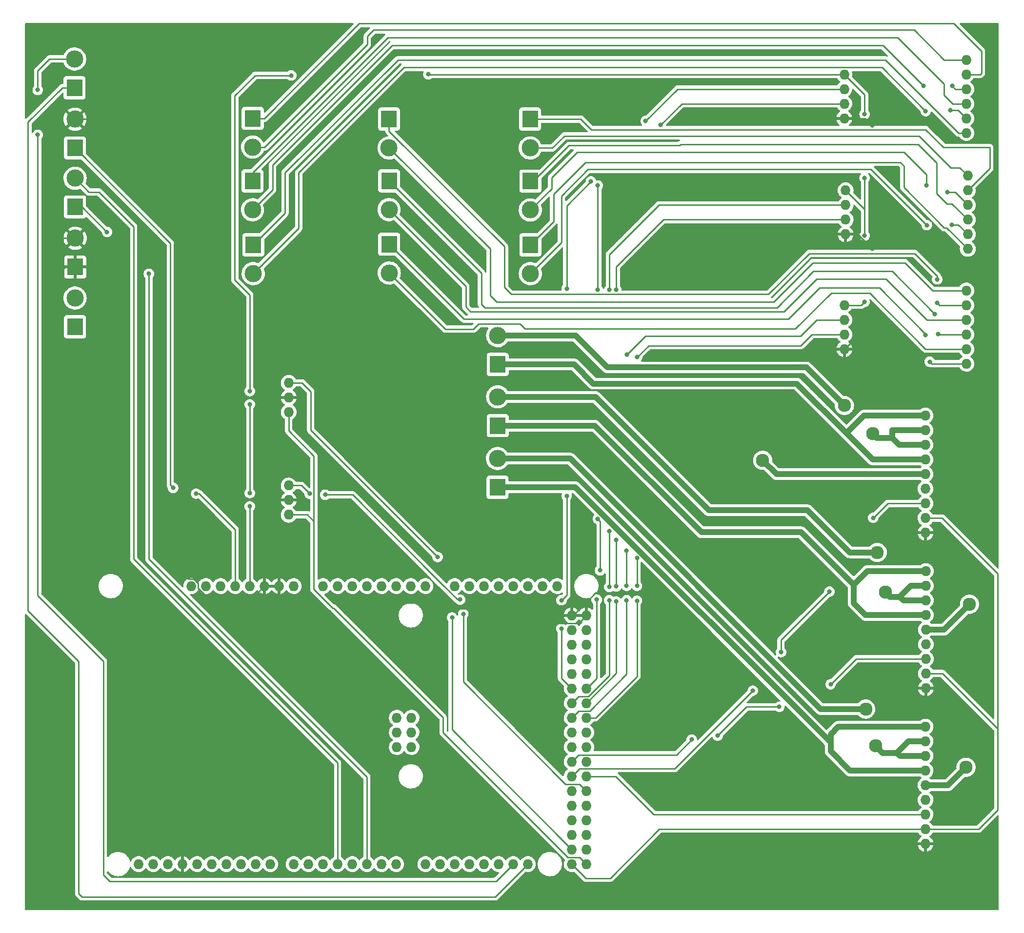
<source format=gtl>
G04 #@! TF.GenerationSoftware,KiCad,Pcbnew,(6.0.2)*
G04 #@! TF.CreationDate,2022-05-25T13:29:00+08:00*
G04 #@! TF.ProjectId,CGMOI,43474d4f-492e-46b6-9963-61645f706362,rev?*
G04 #@! TF.SameCoordinates,Original*
G04 #@! TF.FileFunction,Copper,L1,Top*
G04 #@! TF.FilePolarity,Positive*
%FSLAX46Y46*%
G04 Gerber Fmt 4.6, Leading zero omitted, Abs format (unit mm)*
G04 Created by KiCad (PCBNEW (6.0.2)) date 2022-05-25 13:29:00*
%MOMM*%
%LPD*%
G01*
G04 APERTURE LIST*
G04 #@! TA.AperFunction,ComponentPad*
%ADD10O,1.727200X1.727200*%
G04 #@! TD*
G04 #@! TA.AperFunction,ComponentPad*
%ADD11R,2.800000X3.000000*%
G04 #@! TD*
G04 #@! TA.AperFunction,ComponentPad*
%ADD12C,3.000000*%
G04 #@! TD*
G04 #@! TA.AperFunction,ViaPad*
%ADD13C,0.800000*%
G04 #@! TD*
G04 #@! TA.AperFunction,ViaPad*
%ADD14C,2.300000*%
G04 #@! TD*
G04 #@! TA.AperFunction,Conductor*
%ADD15C,0.250000*%
G04 #@! TD*
G04 #@! TA.AperFunction,Conductor*
%ADD16C,1.000000*%
G04 #@! TD*
G04 APERTURE END LIST*
D10*
X162672000Y-34500000D03*
X162682000Y-77100000D03*
X176790000Y-106430000D03*
X184106000Y-49538000D03*
X176830000Y-128340000D03*
D11*
X29170000Y-73240000D03*
D12*
X29170000Y-68240000D03*
D10*
X162906000Y-54618000D03*
D11*
X60010000Y-37040000D03*
D12*
X60010000Y-42040000D03*
D10*
X66260000Y-100790000D03*
X176770000Y-88650000D03*
X66260000Y-105870000D03*
X162906000Y-49538000D03*
X184106000Y-57158000D03*
X176780000Y-150280000D03*
X176780000Y-160440000D03*
X176770000Y-101350000D03*
X176770000Y-98810000D03*
X176770000Y-103890000D03*
D11*
X29200000Y-62860000D03*
D12*
X29200000Y-57860000D03*
D10*
X176830000Y-118180000D03*
X183882000Y-69480000D03*
X66260000Y-103330000D03*
X176780000Y-157900000D03*
X183872000Y-29420000D03*
D11*
X29100000Y-31740000D03*
D12*
X29100000Y-26740000D03*
D10*
X183882000Y-77100000D03*
D11*
X29180000Y-52440000D03*
D12*
X29180000Y-47440000D03*
D10*
X176780000Y-155360000D03*
X176830000Y-135960000D03*
X162906000Y-57158000D03*
X183882000Y-66940000D03*
X176770000Y-93730000D03*
D11*
X59970000Y-47920000D03*
D12*
X59970000Y-52920000D03*
D10*
X183872000Y-31960000D03*
X176790000Y-108970000D03*
X162682000Y-72020000D03*
X183872000Y-37040000D03*
X162682000Y-69480000D03*
X184106000Y-59698000D03*
X176780000Y-145200000D03*
X176770000Y-96270000D03*
X176830000Y-133420000D03*
X184106000Y-46998000D03*
X176780000Y-162980000D03*
D11*
X108190000Y-47950000D03*
D12*
X108190000Y-52950000D03*
D10*
X183882000Y-74560000D03*
X184106000Y-52078000D03*
X183882000Y-79640000D03*
X176830000Y-120720000D03*
X176830000Y-115640000D03*
X162672000Y-31960000D03*
X162906000Y-52078000D03*
D11*
X83670000Y-37180000D03*
D12*
X83670000Y-42180000D03*
D10*
X183872000Y-39580000D03*
X184106000Y-54618000D03*
X183882000Y-72020000D03*
D11*
X60100000Y-59000000D03*
D12*
X60100000Y-64000000D03*
D10*
X66260000Y-88050000D03*
D11*
X83700000Y-58900000D03*
D12*
X83700000Y-63900000D03*
D10*
X176830000Y-125800000D03*
D11*
X102520000Y-79770000D03*
D12*
X102520000Y-74770000D03*
D10*
X183872000Y-34500000D03*
X66260000Y-82970000D03*
X176780000Y-147740000D03*
D11*
X108150000Y-37180000D03*
D12*
X108150000Y-42180000D03*
D10*
X183872000Y-26880000D03*
D11*
X83680000Y-47900000D03*
D12*
X83680000Y-52900000D03*
D11*
X108200000Y-59000000D03*
D12*
X108200000Y-64000000D03*
D10*
X162672000Y-29420000D03*
X176780000Y-152820000D03*
D11*
X102530000Y-90400000D03*
D12*
X102530000Y-85400000D03*
D10*
X176830000Y-130880000D03*
X176830000Y-123260000D03*
X176780000Y-142660000D03*
X162672000Y-37040000D03*
D11*
X102500000Y-101100000D03*
D12*
X102500000Y-96100000D03*
D10*
X162682000Y-74560000D03*
X176770000Y-91190000D03*
X66260000Y-85510000D03*
D11*
X29160000Y-42190000D03*
D12*
X29160000Y-37190000D03*
D10*
X49340000Y-118247500D03*
X56960000Y-118247500D03*
X59500000Y-118247500D03*
X87567000Y-146187500D03*
X115380000Y-166507500D03*
X117920000Y-166507500D03*
X72200000Y-118247500D03*
X74740000Y-118247500D03*
X77280000Y-118247500D03*
X79820000Y-118247500D03*
X82360000Y-118247500D03*
X84900000Y-118247500D03*
X87440000Y-118247500D03*
X89980000Y-118247500D03*
X95060000Y-118247500D03*
X97600000Y-118247500D03*
X100140000Y-118247500D03*
X102680000Y-118247500D03*
X105220000Y-118247500D03*
X107760000Y-118247500D03*
X110300000Y-118247500D03*
X112840000Y-118247500D03*
X45276000Y-166507500D03*
X84900000Y-166507500D03*
X82360000Y-166507500D03*
X79820000Y-166507500D03*
X77280000Y-166507500D03*
X74740000Y-166507500D03*
X72200000Y-166507500D03*
X69660000Y-166507500D03*
X67120000Y-166507500D03*
X63056000Y-166507500D03*
X60516000Y-166507500D03*
X57976000Y-166507500D03*
X55436000Y-166507500D03*
X52896000Y-166507500D03*
X50356000Y-166507500D03*
X89980000Y-166507500D03*
X92520000Y-166507500D03*
X95060000Y-166507500D03*
X97600000Y-166507500D03*
X100140000Y-166507500D03*
X102680000Y-166507500D03*
X105220000Y-166507500D03*
X107760000Y-166507500D03*
X115380000Y-163967500D03*
X117920000Y-163967500D03*
X115380000Y-161427500D03*
X117920000Y-161427500D03*
X115380000Y-158887500D03*
X117920000Y-158887500D03*
X115380000Y-156347500D03*
X117920000Y-156347500D03*
X115380000Y-153807500D03*
X117920000Y-153807500D03*
X115380000Y-151267500D03*
X117920000Y-151267500D03*
X115380000Y-148727500D03*
X117920000Y-148727500D03*
X115380000Y-146187500D03*
X117920000Y-146187500D03*
X115380000Y-143647500D03*
X117920000Y-143647500D03*
X115380000Y-141107500D03*
X117920000Y-141107500D03*
X115380000Y-138567500D03*
X117920000Y-138567500D03*
X115380000Y-136027500D03*
X117920000Y-136027500D03*
X115380000Y-133487500D03*
X117920000Y-133487500D03*
X115380000Y-130947500D03*
X117920000Y-130947500D03*
X115380000Y-128407500D03*
X117920000Y-128407500D03*
X115380000Y-125867500D03*
X117920000Y-125867500D03*
X47816000Y-166507500D03*
X62040000Y-118247500D03*
X64580000Y-118247500D03*
X87567000Y-141107500D03*
X115380000Y-123327500D03*
X117920000Y-123327500D03*
X51880000Y-118247500D03*
X85027000Y-146187500D03*
X87567000Y-143647500D03*
X54420000Y-118247500D03*
X85027000Y-141107500D03*
X85027000Y-143647500D03*
X40196000Y-166507500D03*
X42736000Y-166507500D03*
X67120000Y-118247500D03*
D13*
X181100000Y-35600000D03*
X176800000Y-35800000D03*
X90500000Y-29400000D03*
X59500000Y-102100000D03*
X59500000Y-84400000D03*
X166212299Y-57387701D03*
X66700000Y-29600000D03*
X166200000Y-47400000D03*
X59500000Y-86700000D03*
X59500000Y-104400000D03*
X166200000Y-36315500D03*
X166200000Y-68900000D03*
X28000000Y-79000000D03*
X108000000Y-126000000D03*
X28000000Y-107000000D03*
X36000000Y-85000000D03*
X133000000Y-124000000D03*
X75000000Y-110000000D03*
X170000000Y-34000000D03*
X47000000Y-134000000D03*
X86000000Y-161000000D03*
X152000000Y-121000000D03*
X55000000Y-134000000D03*
X142000000Y-90000000D03*
X75000000Y-114000000D03*
X75000000Y-106000000D03*
X78000000Y-72000000D03*
X143000000Y-132000000D03*
X101000000Y-33000000D03*
X132000000Y-65000000D03*
X76000000Y-87000000D03*
X28000000Y-109000000D03*
X73300000Y-122800000D03*
X90000000Y-80000000D03*
X144000000Y-57000000D03*
X87000000Y-31000000D03*
X84000000Y-96000000D03*
X42000000Y-33000000D03*
X128000000Y-65000000D03*
X28000000Y-99000000D03*
X134000000Y-57000000D03*
X91000000Y-126000000D03*
X137000000Y-130000000D03*
X146000000Y-151000000D03*
X93000000Y-132000000D03*
X34000000Y-103000000D03*
X40000000Y-35000000D03*
X102000000Y-159000000D03*
X171000000Y-73000000D03*
X59000000Y-146000000D03*
X115000000Y-31000000D03*
X53000000Y-142000000D03*
X45000000Y-134000000D03*
X44000000Y-37000000D03*
X150000000Y-125000000D03*
X131000000Y-48000000D03*
X102000000Y-128000000D03*
X131000000Y-138000000D03*
X171000000Y-75000000D03*
X30000000Y-105000000D03*
X66000000Y-132000000D03*
X154000000Y-145000000D03*
X57000000Y-136000000D03*
X136000000Y-92000000D03*
X61000000Y-144000000D03*
X84000000Y-100000000D03*
X129000000Y-50000000D03*
X57470000Y-121430000D03*
X171000000Y-52000000D03*
X100000000Y-130000000D03*
X47000000Y-126000000D03*
X76000000Y-80000000D03*
X171000000Y-77000000D03*
X139000000Y-48000000D03*
X104000000Y-161000000D03*
X47000000Y-130000000D03*
X40000000Y-25000000D03*
X148000000Y-151000000D03*
X138000000Y-86000000D03*
X127000000Y-50000000D03*
X76000000Y-78000000D03*
X121000000Y-54000000D03*
X76000000Y-82000000D03*
X44000000Y-41000000D03*
X44000000Y-45000000D03*
X91000000Y-33000000D03*
X32000000Y-97000000D03*
X132000000Y-90000000D03*
X70000000Y-128000000D03*
X89000000Y-33000000D03*
X86000000Y-78000000D03*
X86000000Y-85000000D03*
X121000000Y-33000000D03*
X32000000Y-103000000D03*
X74000000Y-130000000D03*
X167000000Y-75000000D03*
X34000000Y-101000000D03*
X48000000Y-23000000D03*
X81000000Y-112000000D03*
X72000000Y-132000000D03*
X127000000Y-52000000D03*
X144000000Y-119000000D03*
X150000000Y-119000000D03*
X154000000Y-151000000D03*
X95000000Y-33000000D03*
X143000000Y-48000000D03*
X139000000Y-128000000D03*
X142000000Y-115900000D03*
X169000000Y-56000000D03*
X90000000Y-89000000D03*
X142000000Y-151000000D03*
X136000000Y-88000000D03*
X90000000Y-96000000D03*
X77000000Y-106000000D03*
X32000000Y-87000000D03*
X140000000Y-151000000D03*
X55000000Y-144000000D03*
X55000000Y-140000000D03*
X135000000Y-140000000D03*
X156000000Y-149000000D03*
X145000000Y-134000000D03*
X168000000Y-30000000D03*
X137000000Y-128000000D03*
X129000000Y-140000000D03*
X80000000Y-80000000D03*
X59000000Y-138000000D03*
X80000000Y-78000000D03*
X84000000Y-72000000D03*
X158000000Y-151000000D03*
X138000000Y-57000000D03*
X169000000Y-58000000D03*
X81000000Y-110000000D03*
X156000000Y-147000000D03*
X135000000Y-134000000D03*
X103000000Y-33000000D03*
X91000000Y-31000000D03*
X140000000Y-59000000D03*
X39000000Y-126000000D03*
X28000000Y-83000000D03*
X167500000Y-47600000D03*
X88000000Y-87000000D03*
X100000000Y-126000000D03*
X74000000Y-132000000D03*
X84000000Y-82000000D03*
X92000000Y-161000000D03*
X117000000Y-33000000D03*
X133000000Y-128000000D03*
X42000000Y-37000000D03*
X110000000Y-128000000D03*
X137000000Y-136000000D03*
X51000000Y-138000000D03*
X88000000Y-78000000D03*
X142000000Y-94000000D03*
X131000000Y-128000000D03*
X78000000Y-82000000D03*
X80000000Y-70000000D03*
X150000000Y-117000000D03*
X88000000Y-92000000D03*
X104000000Y-128000000D03*
X119000000Y-33000000D03*
X49000000Y-132000000D03*
X106000000Y-128000000D03*
X139000000Y-132000000D03*
X36000000Y-105000000D03*
X36000000Y-103000000D03*
X99000000Y-31000000D03*
X127000000Y-140000000D03*
X40000000Y-45000000D03*
X73000000Y-110000000D03*
X90000000Y-159000000D03*
X53000000Y-140000000D03*
X45000000Y-130000000D03*
X146000000Y-117000000D03*
X42000000Y-39000000D03*
X84000000Y-92000000D03*
X100000000Y-128000000D03*
X138000000Y-92000000D03*
X76000000Y-70000000D03*
X146000000Y-119000000D03*
X154000000Y-117000000D03*
X125000000Y-140000000D03*
X49000000Y-136000000D03*
X64000000Y-128000000D03*
X87000000Y-132000000D03*
X30000000Y-101000000D03*
X77000000Y-112000000D03*
X82000000Y-96000000D03*
X41000000Y-130000000D03*
X86000000Y-92000000D03*
X42000000Y-27000000D03*
X133000000Y-138000000D03*
X150000000Y-143000000D03*
X78000000Y-70000000D03*
X74000000Y-72000000D03*
X139000000Y-50000000D03*
X146000000Y-143000000D03*
X59000000Y-142000000D03*
X85000000Y-126000000D03*
X131500000Y-119400000D03*
X93000000Y-33000000D03*
X84000000Y-161000000D03*
X53000000Y-138000000D03*
X80000000Y-85000000D03*
X78000000Y-87000000D03*
X170000000Y-36000000D03*
X152000000Y-151000000D03*
X88000000Y-157000000D03*
X49000000Y-126000000D03*
X134900000Y-37000000D03*
X132000000Y-63000000D03*
X88000000Y-89000000D03*
X97000000Y-31000000D03*
X45340000Y-121430000D03*
X135000000Y-126000000D03*
X49000000Y-128000000D03*
X130000000Y-90000000D03*
X30000000Y-99000000D03*
X131000000Y-124000000D03*
X40000000Y-39000000D03*
X34000000Y-99000000D03*
X133000000Y-140000000D03*
X100000000Y-159000000D03*
X83000000Y-114000000D03*
X40000000Y-41000000D03*
X88000000Y-80000000D03*
X97000000Y-33000000D03*
X117000000Y-31000000D03*
X45000000Y-128000000D03*
X171000000Y-54000000D03*
X139000000Y-136000000D03*
X167500000Y-59700000D03*
X110000000Y-130000000D03*
X84000000Y-159000000D03*
X40000000Y-27000000D03*
X51000000Y-134000000D03*
X136000000Y-90000000D03*
X70000000Y-74000000D03*
X30000000Y-79000000D03*
X133000000Y-136000000D03*
X64000000Y-130000000D03*
X144000000Y-147000000D03*
X130000000Y-86000000D03*
X134000000Y-61000000D03*
X36000000Y-107000000D03*
X32000000Y-79000000D03*
X44000000Y-25000000D03*
X55000000Y-146000000D03*
X87000000Y-126000000D03*
X30000000Y-83000000D03*
X146000000Y-145000000D03*
X134000000Y-88000000D03*
X134000000Y-65000000D03*
X128000000Y-61000000D03*
X75000000Y-108000000D03*
X86000000Y-82000000D03*
X95000000Y-31000000D03*
X141000000Y-130000000D03*
X142000000Y-59000000D03*
X34000000Y-107000000D03*
X137000000Y-134000000D03*
X51000000Y-142000000D03*
X36000000Y-83000000D03*
X41000000Y-126000000D03*
X121000000Y-50000000D03*
X144000000Y-65000000D03*
X133000000Y-132000000D03*
X102000000Y-124000000D03*
X86000000Y-80000000D03*
X169000000Y-50000000D03*
X72000000Y-126000000D03*
X140000000Y-149000000D03*
X152000000Y-145000000D03*
X143000000Y-136000000D03*
X51000000Y-146000000D03*
X64000000Y-126000000D03*
X85000000Y-114000000D03*
X34000000Y-79000000D03*
X30000000Y-97000000D03*
X132000000Y-92000000D03*
X121000000Y-56000000D03*
X73000000Y-108000000D03*
X28000000Y-85000000D03*
X30000000Y-103000000D03*
X134000000Y-59000000D03*
X132000000Y-57000000D03*
X131000000Y-140000000D03*
X28000000Y-87000000D03*
X82000000Y-72000000D03*
X43000000Y-130000000D03*
X169000000Y-54000000D03*
X113000000Y-33000000D03*
X78000000Y-92000000D03*
X46000000Y-25000000D03*
X80000000Y-87000000D03*
X125000000Y-31000000D03*
X84000000Y-98000000D03*
X56000000Y-104000000D03*
X44000000Y-35000000D03*
X42000000Y-31000000D03*
X108000000Y-128000000D03*
X65000000Y-144000000D03*
X53000000Y-144000000D03*
X91000000Y-132000000D03*
X72000000Y-74000000D03*
X68000000Y-74000000D03*
X148000000Y-117000000D03*
X129000000Y-130000000D03*
X130000000Y-63000000D03*
X82000000Y-70000000D03*
X127000000Y-54000000D03*
X60000000Y-126000000D03*
X134000000Y-94000000D03*
X58000000Y-102000000D03*
X90000000Y-92000000D03*
X34000000Y-81000000D03*
X36000000Y-79000000D03*
X137000000Y-48000000D03*
X146000000Y-147000000D03*
X186800000Y-161200000D03*
X30000000Y-81000000D03*
X89000000Y-132000000D03*
X46000000Y-27000000D03*
X152000000Y-117000000D03*
X94000000Y-161000000D03*
X127000000Y-48000000D03*
X133000000Y-134000000D03*
X72000000Y-70000000D03*
X104000000Y-132000000D03*
X43000000Y-132000000D03*
X128300000Y-34600000D03*
X137000000Y-138000000D03*
X63000000Y-142000000D03*
X44000000Y-47000000D03*
X40000000Y-33000000D03*
X136000000Y-61000000D03*
X73000000Y-114000000D03*
X102000000Y-161000000D03*
X68000000Y-130000000D03*
X138000000Y-96000000D03*
X126000000Y-63000000D03*
X84000000Y-85000000D03*
X140000000Y-86000000D03*
X82000000Y-82000000D03*
X89000000Y-130000000D03*
X136000000Y-59000000D03*
X110000000Y-132000000D03*
X36000000Y-109000000D03*
X74000000Y-128000000D03*
X167500000Y-70000000D03*
X129000000Y-128000000D03*
X88000000Y-100000000D03*
X132000000Y-59000000D03*
X137000000Y-140000000D03*
X80000000Y-74000000D03*
X84000000Y-89000000D03*
X134000000Y-63000000D03*
X56000000Y-102000000D03*
X100000000Y-157000000D03*
X129000000Y-31000000D03*
X105000000Y-33000000D03*
X54000000Y-84000000D03*
X127000000Y-31000000D03*
X142000000Y-57000000D03*
X136000000Y-86000000D03*
X87000000Y-128000000D03*
X106000000Y-130000000D03*
X82000000Y-94000000D03*
X88000000Y-159000000D03*
X86000000Y-157000000D03*
X34000000Y-83000000D03*
X139000000Y-130000000D03*
X32000000Y-91000000D03*
X76000000Y-72000000D03*
X125000000Y-52000000D03*
X134000000Y-92000000D03*
X34000000Y-85000000D03*
X131000000Y-31000000D03*
X32000000Y-105000000D03*
X125000000Y-33000000D03*
X32000000Y-109000000D03*
X32000000Y-89000000D03*
X137000000Y-132000000D03*
X55000000Y-136000000D03*
X96000000Y-161000000D03*
X86000000Y-159000000D03*
X186800000Y-158100000D03*
X152000000Y-119000000D03*
X62000000Y-126000000D03*
X138000000Y-94000000D03*
X56000000Y-84000000D03*
X130000000Y-88000000D03*
X136000000Y-63000000D03*
X137000000Y-50000000D03*
X100000000Y-124000000D03*
X88000000Y-98000000D03*
X150000000Y-151000000D03*
X61100000Y-102185500D03*
X30000000Y-89000000D03*
X130000000Y-59000000D03*
X139000000Y-134000000D03*
X142000000Y-88000000D03*
X78000000Y-132000000D03*
X142000000Y-86000000D03*
X51000000Y-130000000D03*
X119000000Y-31000000D03*
X62000000Y-128000000D03*
X187900000Y-139400000D03*
X140000000Y-94000000D03*
X110000000Y-124000000D03*
X36000000Y-91000000D03*
X51000000Y-144000000D03*
X135000000Y-138000000D03*
X79000000Y-112000000D03*
X167000000Y-77000000D03*
X108000000Y-130000000D03*
X152000000Y-123000000D03*
X30000000Y-107000000D03*
X79000000Y-108000000D03*
X134000000Y-86000000D03*
X74000000Y-74000000D03*
X57000000Y-140000000D03*
X28000000Y-101000000D03*
X135000000Y-124000000D03*
X127000000Y-33000000D03*
X30000000Y-85000000D03*
X89000000Y-128000000D03*
X59000000Y-140000000D03*
X93000000Y-130000000D03*
X68000000Y-126000000D03*
X126000000Y-65000000D03*
X70000000Y-132000000D03*
X171000000Y-58000000D03*
X70000000Y-70000000D03*
X39000000Y-128000000D03*
X65000000Y-146000000D03*
X74000000Y-70000000D03*
X108000000Y-124000000D03*
X53000000Y-136000000D03*
X74000000Y-87000000D03*
X82000000Y-98000000D03*
X78000000Y-80000000D03*
X168000000Y-34000000D03*
X128000000Y-63000000D03*
X90000000Y-98000000D03*
X136000000Y-65000000D03*
X36000000Y-81000000D03*
X28000000Y-91000000D03*
X82000000Y-92000000D03*
X125000000Y-54000000D03*
X169000000Y-77000000D03*
X34000000Y-97000000D03*
X84000000Y-78000000D03*
X78000000Y-94000000D03*
X42000000Y-45000000D03*
X136000000Y-96000000D03*
X102000000Y-130000000D03*
X131000000Y-33000000D03*
X123000000Y-56000000D03*
X138000000Y-59000000D03*
X44000000Y-31000000D03*
X150000000Y-147000000D03*
X104000000Y-126000000D03*
X142000000Y-96000000D03*
X32000000Y-83000000D03*
X144000000Y-61000000D03*
X123000000Y-54000000D03*
X136000000Y-57000000D03*
X96000000Y-159000000D03*
X73000000Y-106000000D03*
X47000000Y-132000000D03*
X28000000Y-97000000D03*
X84000000Y-94000000D03*
X76100000Y-122800000D03*
X30000000Y-87000000D03*
X138000000Y-151000000D03*
X150000000Y-123000000D03*
X76000000Y-130000000D03*
X68000000Y-72000000D03*
X32000000Y-101000000D03*
X54000000Y-87000000D03*
X144000000Y-63000000D03*
X83000000Y-126000000D03*
X68000000Y-132000000D03*
X85000000Y-130000000D03*
X81000000Y-114000000D03*
X86000000Y-87000000D03*
X140000000Y-88000000D03*
X56000000Y-87000000D03*
X131000000Y-134000000D03*
X76000000Y-128000000D03*
X98000000Y-161000000D03*
X61100000Y-84825500D03*
X140000000Y-92000000D03*
X51000000Y-128000000D03*
X61000000Y-142000000D03*
X42000000Y-47000000D03*
X77000000Y-108000000D03*
X140000000Y-61000000D03*
X140000000Y-96000000D03*
X47000000Y-128000000D03*
X111000000Y-31000000D03*
X135000000Y-132000000D03*
X148000000Y-119000000D03*
X88000000Y-161000000D03*
X142000000Y-65000000D03*
X105000000Y-31000000D03*
X61000000Y-140000000D03*
X74000000Y-85000000D03*
X58000000Y-84000000D03*
X140000000Y-90000000D03*
X34000000Y-87000000D03*
X111000000Y-33000000D03*
X44000000Y-49000000D03*
X90000000Y-87000000D03*
X82000000Y-87000000D03*
X34000000Y-91000000D03*
X154000000Y-121000000D03*
X148000000Y-147000000D03*
X40000000Y-31000000D03*
X83000000Y-112000000D03*
X168000000Y-36000000D03*
X86000000Y-96000000D03*
X86000000Y-89000000D03*
X143000000Y-50000000D03*
X113000000Y-31000000D03*
X32000000Y-81000000D03*
X42000000Y-29000000D03*
X84000000Y-80000000D03*
X92000000Y-157000000D03*
X75000000Y-112000000D03*
X66000000Y-70000000D03*
X57000000Y-142000000D03*
X168000000Y-32000000D03*
X93000000Y-126000000D03*
X44000000Y-27000000D03*
X92000000Y-159000000D03*
X148000000Y-145000000D03*
X171000000Y-56000000D03*
X53000000Y-134000000D03*
X36000000Y-89000000D03*
X55000000Y-142000000D03*
X135000000Y-50000000D03*
X52000000Y-87000000D03*
X61100000Y-86800000D03*
X28000000Y-81000000D03*
X138000000Y-63000000D03*
X84000000Y-87000000D03*
X58000000Y-104000000D03*
X76000000Y-85000000D03*
X80000000Y-82000000D03*
X90000000Y-85000000D03*
X125000000Y-50000000D03*
X129000000Y-33000000D03*
X138000000Y-61000000D03*
X138000000Y-88000000D03*
X150000000Y-145000000D03*
X80000000Y-96000000D03*
X87000000Y-33000000D03*
X72000000Y-72000000D03*
X82000000Y-85000000D03*
X73000000Y-112000000D03*
X89000000Y-31000000D03*
X144000000Y-151000000D03*
X154000000Y-119000000D03*
X80000000Y-92000000D03*
X77000000Y-114000000D03*
X47000000Y-136000000D03*
X44000000Y-43000000D03*
X40000000Y-29000000D03*
X135000000Y-48000000D03*
X79000000Y-114000000D03*
X70000000Y-130000000D03*
X53000000Y-146000000D03*
X141000000Y-134000000D03*
X127000000Y-138000000D03*
X102000000Y-126000000D03*
X90000000Y-161000000D03*
X36000000Y-87000000D03*
X98000000Y-159000000D03*
X74000000Y-82000000D03*
X130000000Y-61000000D03*
X55000000Y-138000000D03*
X78000000Y-85000000D03*
X43000000Y-126000000D03*
X61100000Y-104300000D03*
X51000000Y-136000000D03*
X142000000Y-61000000D03*
X131000000Y-50000000D03*
X90000000Y-100000000D03*
X85000000Y-128000000D03*
X150000000Y-121000000D03*
X32000000Y-99000000D03*
X139000000Y-138000000D03*
X28000000Y-105000000D03*
X141000000Y-138000000D03*
X123000000Y-50000000D03*
X169000000Y-75000000D03*
X42000000Y-41000000D03*
X131000000Y-130000000D03*
X84000000Y-70000000D03*
X123000000Y-31000000D03*
X28000000Y-103000000D03*
X103000000Y-31000000D03*
X140000000Y-63000000D03*
X76000000Y-132000000D03*
X57000000Y-144000000D03*
X59000000Y-144000000D03*
X79000000Y-110000000D03*
X90000000Y-94000000D03*
X129000000Y-48000000D03*
X131000000Y-132000000D03*
X132000000Y-86000000D03*
X44000000Y-23000000D03*
X41000000Y-128000000D03*
X82000000Y-78000000D03*
X142000000Y-147000000D03*
X80000000Y-72000000D03*
X57000000Y-138000000D03*
X70000000Y-72000000D03*
X82000000Y-74000000D03*
X91000000Y-130000000D03*
X134000000Y-90000000D03*
X100000000Y-161000000D03*
X80000000Y-94000000D03*
X148000000Y-143000000D03*
X76000000Y-74000000D03*
X123000000Y-52000000D03*
X125000000Y-48000000D03*
X106000000Y-132000000D03*
X78000000Y-74000000D03*
X63000000Y-144000000D03*
X125000000Y-56000000D03*
X90000000Y-82000000D03*
X52000000Y-84000000D03*
X135000000Y-128000000D03*
X74000000Y-126000000D03*
X170000000Y-32000000D03*
X84000000Y-157000000D03*
X129000000Y-138000000D03*
X133000000Y-126000000D03*
X160000000Y-151000000D03*
X140000000Y-65000000D03*
X156000000Y-151000000D03*
X72000000Y-130000000D03*
X129000000Y-132000000D03*
X148000000Y-123000000D03*
X98000000Y-157000000D03*
X148000000Y-121000000D03*
X66000000Y-130000000D03*
X44000000Y-29000000D03*
X78000000Y-78000000D03*
X129000000Y-124000000D03*
X150000000Y-149000000D03*
X154000000Y-147000000D03*
X76000000Y-89000000D03*
X49000000Y-134000000D03*
X91000000Y-128000000D03*
X58000000Y-87000000D03*
X102000000Y-132000000D03*
X66000000Y-74000000D03*
X82000000Y-89000000D03*
X152000000Y-143000000D03*
X142000000Y-149000000D03*
X142000000Y-92000000D03*
X187900000Y-143400000D03*
X104000000Y-124000000D03*
X156000000Y-117000000D03*
X121000000Y-52000000D03*
X104000000Y-130000000D03*
X89000000Y-126000000D03*
X66000000Y-128000000D03*
X100000000Y-132000000D03*
X141000000Y-50000000D03*
X148000000Y-149000000D03*
X93000000Y-128000000D03*
X80000000Y-89000000D03*
X131000000Y-136000000D03*
X84000000Y-74000000D03*
X146000000Y-149000000D03*
X32000000Y-107000000D03*
X68000000Y-128000000D03*
X88000000Y-82000000D03*
X136000000Y-94000000D03*
X144000000Y-59000000D03*
X34000000Y-89000000D03*
X115000000Y-33000000D03*
X43000000Y-128000000D03*
X49000000Y-130000000D03*
X130000000Y-65000000D03*
X88000000Y-96000000D03*
X137000000Y-126000000D03*
X83000000Y-128000000D03*
X42000000Y-25000000D03*
X80000000Y-132000000D03*
X139000000Y-140000000D03*
X154000000Y-149000000D03*
X167500000Y-38275500D03*
X61000000Y-146000000D03*
X50000000Y-23000000D03*
X101000000Y-31000000D03*
X144000000Y-149000000D03*
X143000000Y-134000000D03*
X42000000Y-43000000D03*
X30000000Y-91000000D03*
X86000000Y-94000000D03*
X129000000Y-136000000D03*
X42000000Y-35000000D03*
X48000000Y-25000000D03*
X141000000Y-48000000D03*
X166300000Y-108300000D03*
X108000000Y-132000000D03*
X30000000Y-109000000D03*
X138000000Y-90000000D03*
X53000000Y-132000000D03*
X129000000Y-134000000D03*
X40000000Y-37000000D03*
X51000000Y-132000000D03*
X88000000Y-85000000D03*
X87000000Y-130000000D03*
X144000000Y-145000000D03*
X40000000Y-23000000D03*
X141000000Y-132000000D03*
X51000000Y-140000000D03*
X86000000Y-98000000D03*
X66000000Y-72000000D03*
X141000000Y-136000000D03*
X66000000Y-126000000D03*
X49000000Y-138000000D03*
X169000000Y-52000000D03*
X76000000Y-92000000D03*
X78000000Y-130000000D03*
X106000000Y-126000000D03*
X131000000Y-126000000D03*
X44000000Y-39000000D03*
X129000000Y-126000000D03*
X67000000Y-146000000D03*
X133000000Y-130000000D03*
X68000000Y-70000000D03*
X77000000Y-110000000D03*
X133000000Y-48000000D03*
X82000000Y-80000000D03*
X106000000Y-124000000D03*
X93000000Y-31000000D03*
X44000000Y-33000000D03*
X152000000Y-147000000D03*
X109000000Y-31000000D03*
X40000000Y-43000000D03*
X140000000Y-57000000D03*
X107000000Y-31000000D03*
X94000000Y-159000000D03*
X90000000Y-78000000D03*
X32000000Y-85000000D03*
X94000000Y-157000000D03*
X74000000Y-80000000D03*
X132000000Y-61000000D03*
X99000000Y-33000000D03*
X152000000Y-149000000D03*
X133000000Y-50000000D03*
X135000000Y-130000000D03*
X34000000Y-109000000D03*
X45000000Y-126000000D03*
X34000000Y-105000000D03*
X57000000Y-146000000D03*
X28000000Y-89000000D03*
X121000000Y-31000000D03*
X90000000Y-157000000D03*
X158000000Y-149000000D03*
X74000000Y-89000000D03*
X132000000Y-88000000D03*
X45000000Y-132000000D03*
X70000000Y-126000000D03*
X135000000Y-136000000D03*
X74000000Y-78000000D03*
X142000000Y-63000000D03*
X46000000Y-23000000D03*
X81000000Y-126000000D03*
X146000000Y-121000000D03*
X110000000Y-126000000D03*
X169000000Y-73000000D03*
X156000000Y-119000000D03*
X138000000Y-65000000D03*
X156100000Y-114800000D03*
X144000000Y-117000000D03*
X72000000Y-128000000D03*
X123000000Y-33000000D03*
X86000000Y-100000000D03*
X36000000Y-97000000D03*
X78000000Y-89000000D03*
X42000000Y-23000000D03*
X63000000Y-146000000D03*
X36000000Y-99000000D03*
X88000000Y-94000000D03*
X96000000Y-157000000D03*
X36000000Y-101000000D03*
X119700000Y-120600000D03*
X119900000Y-48700000D03*
X130800000Y-38200000D03*
X120300000Y-115520000D03*
X119900000Y-66800000D03*
X119900000Y-106600000D03*
X118700000Y-48000000D03*
X114500000Y-66600000D03*
X113600000Y-125620000D03*
X128200000Y-37500000D03*
X113600000Y-120700000D03*
X114500000Y-102600000D03*
X123100000Y-120900000D03*
X123100000Y-118300000D03*
X123100000Y-66800000D03*
X123100000Y-110200000D03*
X121900000Y-66800000D03*
X121900000Y-108700000D03*
X121900000Y-120700000D03*
X121900000Y-118400000D03*
X126700000Y-120800000D03*
X126740000Y-78480000D03*
X126700000Y-118200000D03*
X126700000Y-113400000D03*
X124900000Y-118200000D03*
X124900000Y-120700000D03*
X124910000Y-78050000D03*
X124900000Y-112100000D03*
X181400000Y-31400000D03*
X176400000Y-31400000D03*
X181300000Y-55500000D03*
X177000000Y-55600000D03*
X176900000Y-48700000D03*
X180600000Y-49900000D03*
X177500000Y-79300000D03*
X176800000Y-74700000D03*
X178400000Y-71000000D03*
X178990000Y-74480000D03*
X178800000Y-69100000D03*
X178800000Y-65000000D03*
D14*
X148500000Y-96400000D03*
X184400000Y-121400000D03*
X183800000Y-149700000D03*
D13*
X34730000Y-56780000D03*
X41990000Y-64040000D03*
D14*
X162700000Y-86900000D03*
X167600000Y-91800000D03*
X168400000Y-112400000D03*
X169800000Y-119300000D03*
D13*
X69875500Y-102200000D03*
X96000000Y-120600000D03*
X72600000Y-102400000D03*
X96560000Y-123070000D03*
X160100000Y-119200000D03*
X151700000Y-129700000D03*
X146800000Y-136400000D03*
X167700000Y-106400000D03*
X151400000Y-139200000D03*
X160300000Y-135300000D03*
X140700000Y-144200000D03*
X136200000Y-144900000D03*
D14*
X168100000Y-146000000D03*
X166400000Y-139600000D03*
D13*
X22700000Y-39900000D03*
X22700000Y-32100000D03*
X92100000Y-113200000D03*
X94600000Y-123700000D03*
X50200000Y-102200000D03*
X46200000Y-101200000D03*
D15*
X176780000Y-160440000D02*
X185960000Y-160440000D01*
X176830000Y-133420000D02*
X179720000Y-133420000D01*
X130560000Y-160440000D02*
X122030000Y-168970000D01*
X122030000Y-168970000D02*
X117842500Y-168970000D01*
X189300000Y-157100000D02*
X189300000Y-143000000D01*
X179720000Y-133420000D02*
X189300000Y-143000000D01*
X189300000Y-143000000D02*
X189300000Y-117840000D01*
X176790000Y-106430000D02*
X179630000Y-106430000D01*
X179630000Y-106430000D02*
X189300000Y-116100000D01*
X189300000Y-116100000D02*
X189300000Y-117840000D01*
X117842500Y-168970000D02*
X115380000Y-166507500D01*
X185960000Y-160440000D02*
X189300000Y-157100000D01*
X176780000Y-160440000D02*
X130560000Y-160440000D01*
X85200000Y-26900000D02*
X169800000Y-26900000D01*
X169800000Y-26900000D02*
X182480000Y-39580000D01*
X65600000Y-46500000D02*
X85200000Y-26900000D01*
X65600000Y-53500000D02*
X65600000Y-46500000D01*
X182480000Y-39580000D02*
X183872000Y-39580000D01*
X60100000Y-59000000D02*
X65600000Y-53500000D01*
X60100000Y-64000000D02*
X68000000Y-56100000D01*
X169231889Y-28231889D02*
X176800000Y-35800000D01*
X68000000Y-56100000D02*
X68000000Y-46460000D01*
X182432000Y-35600000D02*
X183872000Y-37040000D01*
X68000000Y-46460000D02*
X86228111Y-28231889D01*
X181100000Y-35600000D02*
X182432000Y-35600000D01*
X86228111Y-28231889D02*
X169231889Y-28231889D01*
X60100000Y-49000000D02*
X60100000Y-46600000D01*
X180000000Y-33000000D02*
X180000000Y-31028000D01*
X181500000Y-34500000D02*
X180000000Y-33000000D01*
X83440000Y-23000000D02*
X59970000Y-46470000D01*
X171972000Y-23000000D02*
X83440000Y-23000000D01*
X59970000Y-46470000D02*
X59970000Y-47920000D01*
X180000000Y-31028000D02*
X171972000Y-23000000D01*
X183872000Y-34500000D02*
X181500000Y-34500000D01*
X166212299Y-47412299D02*
X166200000Y-47400000D01*
X165620000Y-69480000D02*
X166200000Y-68900000D01*
X166212299Y-52844299D02*
X162906000Y-49538000D01*
X59500000Y-104400000D02*
X59500000Y-118247500D01*
X166200000Y-32948000D02*
X162672000Y-29420000D01*
X56900000Y-65100000D02*
X56900000Y-33100000D01*
X59500000Y-102100000D02*
X59500000Y-86700000D01*
X90520000Y-29420000D02*
X90500000Y-29400000D01*
X60400000Y-29600000D02*
X66700000Y-29600000D01*
X90880000Y-29420000D02*
X90520000Y-29420000D01*
X56900000Y-33100000D02*
X60400000Y-29600000D01*
X90880000Y-29420000D02*
X162672000Y-29420000D01*
X166212299Y-57387701D02*
X166212299Y-52844299D01*
X162682000Y-69480000D02*
X165620000Y-69480000D01*
X59500000Y-84400000D02*
X59500000Y-67700000D01*
X59500000Y-67700000D02*
X56900000Y-65100000D01*
X166200000Y-36315500D02*
X166200000Y-32948000D01*
X166212299Y-52844299D02*
X166212299Y-47412299D01*
X50528111Y-117755367D02*
X49762744Y-116990000D01*
X119559895Y-119400000D02*
X115632395Y-123327500D01*
X26000000Y-66020000D02*
X25990000Y-66010000D01*
X187900000Y-143400000D02*
X187900000Y-145800000D01*
X70900000Y-45530000D02*
X70900000Y-59100000D01*
X61100000Y-110600000D02*
X64580000Y-114080000D01*
X167500000Y-38275500D02*
X166264500Y-37040000D01*
X47816000Y-166507500D02*
X47816000Y-139216000D01*
X25990000Y-66010000D02*
X25990000Y-64340000D01*
X24400000Y-58300000D02*
X24840000Y-57860000D01*
X24840000Y-57860000D02*
X29200000Y-57860000D01*
X185020000Y-162980000D02*
X176780000Y-162980000D01*
X55030000Y-103330000D02*
X66260000Y-103330000D01*
X143100000Y-114800000D02*
X142000000Y-115900000D01*
X35380000Y-37190000D02*
X29160000Y-37190000D01*
X134940000Y-37040000D02*
X162672000Y-37040000D01*
X73300000Y-122800000D02*
X54719756Y-122800000D01*
X167500000Y-72282000D02*
X167500000Y-70000000D01*
X176830000Y-135960000D02*
X178060000Y-135960000D01*
X48000000Y-81700000D02*
X48000000Y-49810000D01*
X167500000Y-59700000D02*
X164958000Y-57158000D01*
X166264500Y-37040000D02*
X162672000Y-37040000D01*
X47816000Y-139216000D02*
X24400000Y-115800000D01*
X176790000Y-108970000D02*
X178570000Y-108970000D01*
X27470000Y-62860000D02*
X29200000Y-62860000D01*
X167500000Y-59700000D02*
X167500000Y-47600000D01*
X51850000Y-85550000D02*
X48000000Y-81700000D01*
X187900000Y-145800000D02*
X187900000Y-157000000D01*
X90000000Y-121130000D02*
X91020000Y-122150000D01*
X24400000Y-115800000D02*
X24400000Y-58300000D01*
X33530000Y-121430000D02*
X26000000Y-113900000D01*
X48000000Y-96300000D02*
X55030000Y-103330000D01*
X48000000Y-49810000D02*
X35380000Y-37190000D01*
X26000000Y-113900000D02*
X26000000Y-66020000D01*
X116568111Y-124679389D02*
X117920000Y-123327500D01*
X64580000Y-114080000D02*
X64580000Y-118247500D01*
X61824511Y-68175489D02*
X61824511Y-84075489D01*
X110420000Y-122150000D02*
X112949389Y-124679389D01*
X187900000Y-118300000D02*
X187900000Y-139400000D01*
X134900000Y-37000000D02*
X134940000Y-37040000D01*
X58857500Y-121430000D02*
X62040000Y-118247500D01*
X164958000Y-57158000D02*
X162906000Y-57158000D01*
X61100000Y-84800000D02*
X61100000Y-84825500D01*
X48909756Y-116990000D02*
X48000000Y-116080244D01*
X49762744Y-116990000D02*
X48909756Y-116990000D01*
X131500000Y-119400000D02*
X119559895Y-119400000D01*
X91020000Y-122150000D02*
X110420000Y-122150000D01*
X186800000Y-161200000D02*
X185020000Y-162980000D01*
X127600000Y-33900000D02*
X82530000Y-33900000D01*
X85370000Y-121130000D02*
X90000000Y-121130000D01*
X57470000Y-121430000D02*
X58857500Y-121430000D01*
X166970000Y-108970000D02*
X176790000Y-108970000D01*
X178570000Y-108970000D02*
X187900000Y-118300000D01*
X61824511Y-84075489D02*
X61100000Y-84800000D01*
X162682000Y-77100000D02*
X167500000Y-72282000D01*
X112949389Y-124679389D02*
X116568111Y-124679389D01*
X66220000Y-85550000D02*
X66260000Y-85510000D01*
X83700000Y-122800000D02*
X85370000Y-121130000D01*
X54719756Y-122800000D02*
X50528111Y-118608355D01*
X187900000Y-157000000D02*
X186800000Y-158100000D01*
X115632395Y-123327500D02*
X115380000Y-123327500D01*
X25990000Y-64340000D02*
X27470000Y-62860000D01*
X128300000Y-34600000D02*
X127600000Y-33900000D01*
X48000000Y-96300000D02*
X48000000Y-87700000D01*
X61100000Y-102185500D02*
X61100000Y-86800000D01*
X76100000Y-122800000D02*
X83700000Y-122800000D01*
X48000000Y-87700000D02*
X48000000Y-81700000D01*
X82530000Y-33900000D02*
X70900000Y-45530000D01*
X50528111Y-118608355D02*
X50528111Y-117755367D01*
X48000000Y-116080244D02*
X48000000Y-96300000D01*
X166300000Y-108300000D02*
X166970000Y-108970000D01*
X178060000Y-135960000D02*
X187900000Y-145800000D01*
X45340000Y-121430000D02*
X33530000Y-121430000D01*
X61100000Y-104300000D02*
X61100000Y-110600000D01*
X70900000Y-59100000D02*
X61824511Y-68175489D01*
X143100000Y-114800000D02*
X156100000Y-114800000D01*
X51850000Y-85550000D02*
X66220000Y-85550000D01*
X119900000Y-66800000D02*
X119900000Y-48700000D01*
X162672000Y-34500000D02*
X134500000Y-34500000D01*
X119700000Y-134247500D02*
X117920000Y-136027500D01*
X134500000Y-34500000D02*
X130800000Y-38200000D01*
X119700000Y-120600000D02*
X119700000Y-134247500D01*
X120300000Y-115520000D02*
X120300000Y-107000000D01*
X120300000Y-107000000D02*
X119900000Y-106600000D01*
X133740000Y-31960000D02*
X128200000Y-37500000D01*
X113600000Y-125620000D02*
X113600000Y-134247500D01*
X114500000Y-66600000D02*
X114500000Y-52200000D01*
X114500000Y-52200000D02*
X118700000Y-48000000D01*
X113600000Y-120700000D02*
X114500000Y-119800000D01*
X113600000Y-134247500D02*
X115078391Y-135725891D01*
X114500000Y-119800000D02*
X114500000Y-102600000D01*
X162672000Y-31960000D02*
X133740000Y-31960000D01*
X123100000Y-118300000D02*
X123100000Y-110200000D01*
X162906000Y-54618000D02*
X131282000Y-54618000D01*
X123100000Y-120900000D02*
X123100000Y-133387500D01*
X123100000Y-62800000D02*
X123100000Y-66800000D01*
X123100000Y-133387500D02*
X117920000Y-138567500D01*
X131282000Y-54618000D02*
X123100000Y-62800000D01*
X121900000Y-118400000D02*
X121900000Y-108700000D01*
X118248355Y-137379389D02*
X116568111Y-137379389D01*
X130522000Y-52078000D02*
X121900000Y-60700000D01*
X121900000Y-60700000D02*
X121900000Y-66800000D01*
X116568111Y-137379389D02*
X115380000Y-138567500D01*
X121900000Y-133727744D02*
X118248355Y-137379389D01*
X121900000Y-120700000D02*
X121900000Y-133727744D01*
X162906000Y-52078000D02*
X130522000Y-52078000D01*
X119492500Y-141107500D02*
X117920000Y-141107500D01*
X155100000Y-76500000D02*
X128720000Y-76500000D01*
X128720000Y-76500000D02*
X126740000Y-78480000D01*
X126700000Y-120800000D02*
X126700000Y-133900000D01*
X162682000Y-74560000D02*
X157040000Y-74560000D01*
X157040000Y-74560000D02*
X155100000Y-76500000D01*
X126700000Y-133900000D02*
X119492500Y-141107500D01*
X126700000Y-118200000D02*
X126700000Y-113400000D01*
X128160000Y-74800000D02*
X124910000Y-78050000D01*
X116568111Y-139919389D02*
X115380000Y-141107500D01*
X155120000Y-74800000D02*
X128160000Y-74800000D01*
X157900000Y-72020000D02*
X155120000Y-74800000D01*
X124900000Y-118200000D02*
X124900000Y-112100000D01*
X124900000Y-120700000D02*
X124900000Y-133500000D01*
X118480611Y-139919389D02*
X116568111Y-139919389D01*
X162682000Y-72020000D02*
X157900000Y-72020000D01*
X124900000Y-133500000D02*
X118480611Y-139919389D01*
X84200000Y-24400000D02*
X63450000Y-45150000D01*
X176400000Y-31400000D02*
X169400000Y-24400000D01*
X181960000Y-31960000D02*
X183872000Y-31960000D01*
X63450000Y-45150000D02*
X63450000Y-49440000D01*
X63450000Y-49440000D02*
X59970000Y-52920000D01*
X181400000Y-31400000D02*
X181960000Y-31960000D01*
X169400000Y-24400000D02*
X84200000Y-24400000D01*
X60010000Y-37040000D02*
X62060000Y-37040000D01*
X78500000Y-20600000D02*
X181670000Y-20600000D01*
X186470000Y-29230000D02*
X186280000Y-29420000D01*
X186470000Y-25400000D02*
X186470000Y-29230000D01*
X186280000Y-29420000D02*
X183872000Y-29420000D01*
X181670000Y-20600000D02*
X186470000Y-25400000D01*
X62060000Y-37040000D02*
X78500000Y-20600000D01*
X79900000Y-24200000D02*
X62060000Y-42040000D01*
X79900000Y-22800000D02*
X81000000Y-21700000D01*
X179980000Y-26880000D02*
X183872000Y-26880000D01*
X174800000Y-21700000D02*
X179980000Y-26880000D01*
X81000000Y-21700000D02*
X174800000Y-21700000D01*
X79900000Y-24200000D02*
X79900000Y-22800000D01*
X62060000Y-42040000D02*
X60010000Y-42040000D01*
X117750000Y-44660000D02*
X136860000Y-44660000D01*
X136900000Y-44700000D02*
X172400000Y-44700000D01*
X173000000Y-49030000D02*
X180000000Y-56030000D01*
X136860000Y-44660000D02*
X136900000Y-44700000D01*
X180438000Y-56030000D02*
X184106000Y-59698000D01*
X112220000Y-54980000D02*
X112220000Y-50190000D01*
X112220000Y-50190000D02*
X117750000Y-44660000D01*
X180000000Y-56030000D02*
X180438000Y-56030000D01*
X172400000Y-44700000D02*
X173000000Y-45300000D01*
X173000000Y-45300000D02*
X173000000Y-49030000D01*
X108200000Y-59000000D02*
X112220000Y-54980000D01*
X167300000Y-45900000D02*
X118200000Y-45900000D01*
X181300000Y-55500000D02*
X182448000Y-55500000D01*
X182448000Y-55500000D02*
X184106000Y-57158000D01*
X118200000Y-45900000D02*
X113600000Y-50500000D01*
X113600000Y-50500000D02*
X113600000Y-58600000D01*
X177000000Y-55600000D02*
X167300000Y-45900000D01*
X113600000Y-58600000D02*
X108200000Y-64000000D01*
X178700000Y-50130000D02*
X180450000Y-51880000D01*
X108190000Y-47950000D02*
X108720000Y-47950000D01*
X175500000Y-41600000D02*
X178700000Y-44800000D01*
X134220000Y-41600000D02*
X175500000Y-41600000D01*
X108720000Y-47950000D02*
X114910000Y-41760000D01*
X134060000Y-41760000D02*
X134220000Y-41600000D01*
X180450000Y-51880000D02*
X181368000Y-51880000D01*
X181368000Y-51880000D02*
X184106000Y-54618000D01*
X114910000Y-41760000D02*
X134060000Y-41760000D01*
X178700000Y-44800000D02*
X178700000Y-50130000D01*
X111900000Y-49240000D02*
X108190000Y-52950000D01*
X111900000Y-47300000D02*
X111900000Y-49240000D01*
X180600000Y-49900000D02*
X181928000Y-49900000D01*
X176900000Y-48700000D02*
X176900000Y-46800000D01*
X176900000Y-46800000D02*
X173000000Y-42900000D01*
X173000000Y-42900000D02*
X116300000Y-42900000D01*
X116300000Y-42900000D02*
X111900000Y-47300000D01*
X181928000Y-49900000D02*
X184106000Y-52078000D01*
X116940000Y-37180000D02*
X118760000Y-39000000D01*
X176800000Y-39000000D02*
X179900000Y-42100000D01*
X179900000Y-42100000D02*
X187900000Y-42100000D01*
X187900000Y-42100000D02*
X187900000Y-45744000D01*
X187900000Y-45744000D02*
X184106000Y-49538000D01*
X108150000Y-37180000D02*
X116940000Y-37180000D01*
X118760000Y-39000000D02*
X176800000Y-39000000D01*
X112020000Y-42180000D02*
X114100000Y-40100000D01*
X114100000Y-40100000D02*
X175700000Y-40100000D01*
X175700000Y-40100000D02*
X181200000Y-45600000D01*
X108150000Y-42180000D02*
X112020000Y-42180000D01*
X181200000Y-45600000D02*
X182708000Y-45600000D01*
X182708000Y-45600000D02*
X184106000Y-46998000D01*
X177840000Y-79640000D02*
X183882000Y-79640000D01*
X177500000Y-79300000D02*
X177840000Y-79640000D01*
X176800000Y-74500000D02*
X168800000Y-66500000D01*
X176800000Y-74700000D02*
X176800000Y-74500000D01*
X153000000Y-71900000D02*
X96700000Y-71900000D01*
X168800000Y-66500000D02*
X158400000Y-66500000D01*
X158400000Y-66500000D02*
X153000000Y-71900000D01*
X96700000Y-71900000D02*
X83700000Y-58900000D01*
X98300000Y-73640000D02*
X93440000Y-73640000D01*
X176800000Y-77100000D02*
X167100000Y-67400000D01*
X160400000Y-67400000D02*
X154200000Y-73600000D01*
X99220000Y-72720000D02*
X98300000Y-73640000D01*
X107250000Y-73600000D02*
X106370000Y-72720000D01*
X176800000Y-77100000D02*
X183882000Y-77100000D01*
X93440000Y-73640000D02*
X83700000Y-63900000D01*
X106370000Y-72720000D02*
X99220000Y-72720000D01*
X167100000Y-67400000D02*
X160400000Y-67400000D01*
X154200000Y-73600000D02*
X107250000Y-73600000D01*
X97000000Y-69800000D02*
X97000000Y-66220000D01*
X177020000Y-72020000D02*
X169900000Y-64900000D01*
X177020000Y-72020000D02*
X183882000Y-72020000D01*
X97800000Y-70600000D02*
X97000000Y-69800000D01*
X152200000Y-70600000D02*
X97800000Y-70600000D01*
X169900000Y-64900000D02*
X157900000Y-64900000D01*
X97000000Y-66220000D02*
X83680000Y-52900000D01*
X157900000Y-64900000D02*
X152200000Y-70600000D01*
X99700000Y-69300000D02*
X100300000Y-69900000D01*
X83680000Y-47900000D02*
X99700000Y-63920000D01*
X179070000Y-74560000D02*
X183882000Y-74560000D01*
X157300000Y-63600000D02*
X171000000Y-63600000D01*
X171000000Y-63600000D02*
X178400000Y-71000000D01*
X100300000Y-69900000D02*
X151000000Y-69900000D01*
X178990000Y-74480000D02*
X179070000Y-74560000D01*
X151000000Y-69900000D02*
X157300000Y-63600000D01*
X99700000Y-63920000D02*
X99700000Y-69300000D01*
X174900000Y-60500000D02*
X156600000Y-60500000D01*
X178800000Y-69100000D02*
X179180000Y-69480000D01*
X178800000Y-64400000D02*
X174900000Y-60500000D01*
X104900000Y-67600000D02*
X103700000Y-66400000D01*
X178800000Y-65000000D02*
X178800000Y-64400000D01*
X156600000Y-60500000D02*
X149500000Y-67600000D01*
X149500000Y-67600000D02*
X104900000Y-67600000D01*
X103700000Y-59300000D02*
X83670000Y-39270000D01*
X103700000Y-66400000D02*
X103700000Y-59300000D01*
X83670000Y-39270000D02*
X83670000Y-37180000D01*
X179180000Y-69480000D02*
X183882000Y-69480000D01*
X178040000Y-66940000D02*
X183882000Y-66940000D01*
X102300000Y-68900000D02*
X101200000Y-67800000D01*
X101200000Y-59710000D02*
X83670000Y-42180000D01*
X173200000Y-62100000D02*
X157200000Y-62100000D01*
X178040000Y-66940000D02*
X173200000Y-62100000D01*
X150400000Y-68900000D02*
X102300000Y-68900000D01*
X157200000Y-62100000D02*
X150400000Y-68900000D01*
X101200000Y-67800000D02*
X101200000Y-59710000D01*
D16*
X184400000Y-121400000D02*
X180000000Y-125800000D01*
X183800000Y-149700000D02*
X180680000Y-152820000D01*
X150910000Y-98810000D02*
X176770000Y-98810000D01*
X180680000Y-152820000D02*
X176780000Y-152820000D01*
X148500000Y-96400000D02*
X150910000Y-98810000D01*
X180000000Y-125800000D02*
X176830000Y-125800000D01*
D15*
X39350000Y-113550000D02*
X39350000Y-55850000D01*
X31580000Y-49840000D02*
X29180000Y-47440000D01*
X33340000Y-49840000D02*
X31580000Y-49840000D01*
X39350000Y-55850000D02*
X33340000Y-49840000D01*
X74740000Y-166507500D02*
X74740000Y-148940000D01*
X74740000Y-148940000D02*
X39350000Y-113550000D01*
X34730000Y-56780000D02*
X30390000Y-52440000D01*
X30390000Y-52440000D02*
X29180000Y-52440000D01*
X79820000Y-151370000D02*
X79820000Y-166507500D01*
X41990000Y-113540000D02*
X79820000Y-151370000D01*
X41990000Y-64040000D02*
X41990000Y-113540000D01*
D16*
X119130000Y-83100000D02*
X115800000Y-79770000D01*
X176770000Y-88650000D02*
X166100000Y-88650000D01*
X163050000Y-91700000D02*
X154450000Y-83100000D01*
X154450000Y-83100000D02*
X119130000Y-83100000D01*
X115800000Y-79770000D02*
X102520000Y-79770000D01*
X163050000Y-91700000D02*
X167620000Y-96270000D01*
D15*
X163130000Y-91620000D02*
X163050000Y-91700000D01*
D16*
X167620000Y-96270000D02*
X176770000Y-96270000D01*
X166100000Y-88650000D02*
X163130000Y-91620000D01*
X162700000Y-86900000D02*
X156100000Y-80300000D01*
X171010000Y-91190000D02*
X171000000Y-91200000D01*
X176770000Y-91190000D02*
X171010000Y-91190000D01*
X171000000Y-91200000D02*
X171000000Y-92500000D01*
X116060000Y-74770000D02*
X102520000Y-74770000D01*
X156100000Y-80300000D02*
X121590000Y-80300000D01*
X171000000Y-92500000D02*
X168300000Y-92500000D01*
X121590000Y-80300000D02*
X116060000Y-74770000D01*
X172230000Y-93730000D02*
X176770000Y-93730000D01*
X168300000Y-92500000D02*
X167600000Y-91800000D01*
X171000000Y-92500000D02*
X172230000Y-93730000D01*
X166360000Y-123260000D02*
X176830000Y-123260000D01*
X137900000Y-108900000D02*
X119400000Y-90400000D01*
X164300000Y-118000000D02*
X164300000Y-121200000D01*
X119400000Y-90400000D02*
X102530000Y-90400000D01*
X164300000Y-121200000D02*
X166360000Y-123260000D01*
X164300000Y-118000000D02*
X155200000Y-108900000D01*
X176830000Y-115640000D02*
X166660000Y-115640000D01*
X155200000Y-108900000D02*
X137900000Y-108900000D01*
X166660000Y-115640000D02*
X164300000Y-118000000D01*
X119500000Y-85400000D02*
X102530000Y-85400000D01*
X156300000Y-105100000D02*
X139200000Y-105100000D01*
X172300000Y-120100000D02*
X174220000Y-118180000D01*
X139200000Y-105100000D02*
X119500000Y-85400000D01*
X174220000Y-118180000D02*
X176830000Y-118180000D01*
X172920000Y-120720000D02*
X172300000Y-120100000D01*
X170600000Y-120100000D02*
X169800000Y-119300000D01*
X176830000Y-120720000D02*
X172920000Y-120720000D01*
X172300000Y-120100000D02*
X170600000Y-120100000D01*
X168400000Y-112400000D02*
X163600000Y-112400000D01*
X163600000Y-112400000D02*
X156300000Y-105100000D01*
X160300000Y-144000000D02*
X161640000Y-142660000D01*
X161640000Y-142660000D02*
X176780000Y-142660000D01*
X116000000Y-101100000D02*
X102500000Y-101100000D01*
X160300000Y-146900000D02*
X160300000Y-145400000D01*
X163680000Y-150280000D02*
X160300000Y-146900000D01*
X160300000Y-145400000D02*
X160300000Y-144000000D01*
X160300000Y-145400000D02*
X116000000Y-101100000D01*
X176780000Y-150280000D02*
X163680000Y-150280000D01*
D15*
X70600000Y-95644000D02*
X66260000Y-91304000D01*
X73870000Y-122070000D02*
X74060000Y-122070000D01*
X93040000Y-141050000D02*
X93040000Y-143640000D01*
X66260000Y-91304000D02*
X66260000Y-88050000D01*
X74060000Y-122070000D02*
X93040000Y-141050000D01*
X69470000Y-105870000D02*
X70600000Y-107000000D01*
X116731889Y-165319389D02*
X117920000Y-166507500D01*
X66260000Y-105870000D02*
X69470000Y-105870000D01*
X70600000Y-118800000D02*
X70600000Y-107000000D01*
X70600000Y-118800000D02*
X73870000Y-122070000D01*
X70600000Y-107000000D02*
X70600000Y-95644000D01*
X114719389Y-165319389D02*
X116731889Y-165319389D01*
X93040000Y-143640000D02*
X114719389Y-165319389D01*
X69875500Y-102200000D02*
X68465500Y-100790000D01*
X116731889Y-152619389D02*
X117920000Y-153807500D01*
X77330000Y-102400000D02*
X91370000Y-116440000D01*
X92880000Y-117950000D02*
X95530000Y-120600000D01*
X91370000Y-116440000D02*
X92880000Y-117950000D01*
X95530000Y-120600000D02*
X96000000Y-120600000D01*
X68465500Y-100790000D02*
X66260000Y-100790000D01*
X72600000Y-102400000D02*
X77330000Y-102400000D01*
X96560000Y-134870000D02*
X114309389Y-152619389D01*
X114309389Y-152619389D02*
X116731889Y-152619389D01*
X96560000Y-123070000D02*
X96560000Y-134870000D01*
X116731889Y-149915611D02*
X115380000Y-151267500D01*
X133284389Y-149915611D02*
X116731889Y-149915611D01*
X151700000Y-129700000D02*
X151700000Y-127600000D01*
X146800000Y-136400000D02*
X133284389Y-149915611D01*
X151700000Y-127600000D02*
X160100000Y-119200000D01*
X170210000Y-103890000D02*
X176770000Y-103890000D01*
X167700000Y-106400000D02*
X170210000Y-103890000D01*
X129600000Y-157900000D02*
X176780000Y-157900000D01*
X122967500Y-151267500D02*
X117920000Y-151267500D01*
X129600000Y-157900000D02*
X122967500Y-151267500D01*
X116568111Y-147539389D02*
X115380000Y-148727500D01*
X136200000Y-144900000D02*
X133560611Y-147539389D01*
X151400000Y-139200000D02*
X145700000Y-139200000D01*
X140700000Y-144200000D02*
X145700000Y-139200000D01*
X133560611Y-147539389D02*
X116568111Y-147539389D01*
X164720000Y-130880000D02*
X176830000Y-130880000D01*
X164720000Y-130880000D02*
X160300000Y-135300000D01*
D16*
X171800000Y-147200000D02*
X172340000Y-147740000D01*
X166400000Y-139600000D02*
X158600000Y-139600000D01*
X115100000Y-96100000D02*
X102500000Y-96100000D01*
X173800000Y-145200000D02*
X171800000Y-147200000D01*
X171800000Y-147200000D02*
X169300000Y-147200000D01*
X158600000Y-139600000D02*
X115100000Y-96100000D01*
X176780000Y-145200000D02*
X173800000Y-145200000D01*
X169300000Y-147200000D02*
X168100000Y-146000000D01*
X172340000Y-147740000D02*
X176780000Y-147740000D01*
D15*
X29800000Y-131300000D02*
X21000000Y-122500000D01*
X30400000Y-172200000D02*
X29800000Y-171600000D01*
X21000000Y-37690000D02*
X26950000Y-31740000D01*
X29800000Y-171600000D02*
X29800000Y-131300000D01*
X102067500Y-172200000D02*
X30400000Y-172200000D01*
X26950000Y-31740000D02*
X29100000Y-31740000D01*
X107760000Y-166507500D02*
X102067500Y-172200000D01*
X21000000Y-122500000D02*
X21000000Y-37690000D01*
X34100000Y-168400000D02*
X35200000Y-169500000D01*
X22700000Y-119900000D02*
X34100000Y-131300000D01*
X24740000Y-26740000D02*
X22700000Y-28780000D01*
X102227500Y-169500000D02*
X105220000Y-166507500D01*
X29100000Y-26740000D02*
X24740000Y-26740000D01*
X34100000Y-131300000D02*
X34100000Y-168400000D01*
X35200000Y-169500000D02*
X102227500Y-169500000D01*
X22700000Y-28780000D02*
X22700000Y-32100000D01*
X22700000Y-39900000D02*
X22700000Y-119900000D01*
X70080000Y-91180000D02*
X70080000Y-84466000D01*
X70080000Y-84466000D02*
X68584000Y-82970000D01*
X94600000Y-143187500D02*
X115380000Y-163967500D01*
X92100000Y-113200000D02*
X70080000Y-91180000D01*
X68584000Y-82970000D02*
X66260000Y-82970000D01*
X94600000Y-123700000D02*
X94600000Y-143187500D01*
X50200000Y-102200000D02*
X50700000Y-102200000D01*
X45700000Y-100700000D02*
X45700000Y-58730000D01*
X45700000Y-58730000D02*
X29160000Y-42190000D01*
X46200000Y-101200000D02*
X45700000Y-100700000D01*
X56960000Y-108460000D02*
X56960000Y-118150480D01*
X50700000Y-102200000D02*
X56960000Y-108460000D01*
G04 #@! TA.AperFunction,Conductor*
G36*
X77460027Y-20528002D02*
G01*
X77506520Y-20581658D01*
X77516624Y-20651932D01*
X77487130Y-20716512D01*
X77481001Y-20723095D01*
X62133595Y-36070500D01*
X62071283Y-36104526D01*
X62000468Y-36099461D01*
X61943632Y-36056914D01*
X61918821Y-35990394D01*
X61918500Y-35981405D01*
X61918500Y-35491866D01*
X61911745Y-35429684D01*
X61860615Y-35293295D01*
X61773261Y-35176739D01*
X61656705Y-35089385D01*
X61520316Y-35038255D01*
X61458134Y-35031500D01*
X58561866Y-35031500D01*
X58499684Y-35038255D01*
X58363295Y-35089385D01*
X58246739Y-35176739D01*
X58159385Y-35293295D01*
X58108255Y-35429684D01*
X58101500Y-35491866D01*
X58101500Y-38588134D01*
X58108255Y-38650316D01*
X58159385Y-38786705D01*
X58246739Y-38903261D01*
X58363295Y-38990615D01*
X58499684Y-39041745D01*
X58561866Y-39048500D01*
X61458134Y-39048500D01*
X61520316Y-39041745D01*
X61656705Y-38990615D01*
X61773261Y-38903261D01*
X61860615Y-38786705D01*
X61911745Y-38650316D01*
X61918500Y-38588134D01*
X61918500Y-37800363D01*
X61938502Y-37732242D01*
X61992158Y-37685749D01*
X62040540Y-37674425D01*
X62065735Y-37673633D01*
X62067986Y-37673562D01*
X62071945Y-37673500D01*
X62099856Y-37673500D01*
X62103791Y-37673003D01*
X62103856Y-37672995D01*
X62115693Y-37672062D01*
X62147951Y-37671048D01*
X62151970Y-37670922D01*
X62159889Y-37670673D01*
X62179343Y-37665021D01*
X62198700Y-37661013D01*
X62210930Y-37659468D01*
X62210931Y-37659468D01*
X62218797Y-37658474D01*
X62226168Y-37655555D01*
X62226170Y-37655555D01*
X62259912Y-37642196D01*
X62271142Y-37638351D01*
X62305983Y-37628229D01*
X62305984Y-37628229D01*
X62313593Y-37626018D01*
X62320412Y-37621985D01*
X62320417Y-37621983D01*
X62331028Y-37615707D01*
X62348776Y-37607012D01*
X62367617Y-37599552D01*
X62403387Y-37573564D01*
X62413307Y-37567048D01*
X62444535Y-37548580D01*
X62444538Y-37548578D01*
X62451362Y-37544542D01*
X62465683Y-37530221D01*
X62480717Y-37517380D01*
X62490694Y-37510131D01*
X62497107Y-37505472D01*
X62525298Y-37471395D01*
X62533288Y-37462616D01*
X78725500Y-21270405D01*
X78787812Y-21236379D01*
X78814595Y-21233500D01*
X80266406Y-21233500D01*
X80334527Y-21253502D01*
X80381020Y-21307158D01*
X80391124Y-21377432D01*
X80361630Y-21442012D01*
X80355517Y-21448579D01*
X79507736Y-22296359D01*
X79499462Y-22303888D01*
X79492982Y-22308000D01*
X79487557Y-22313777D01*
X79446357Y-22357651D01*
X79443602Y-22360493D01*
X79423865Y-22380230D01*
X79421385Y-22383427D01*
X79413682Y-22392447D01*
X79383414Y-22424679D01*
X79379595Y-22431625D01*
X79379593Y-22431628D01*
X79373652Y-22442434D01*
X79362801Y-22458953D01*
X79350386Y-22474959D01*
X79347241Y-22482228D01*
X79347238Y-22482232D01*
X79332826Y-22515537D01*
X79327609Y-22526187D01*
X79306305Y-22564940D01*
X79304334Y-22572615D01*
X79304334Y-22572616D01*
X79301267Y-22584562D01*
X79294863Y-22603266D01*
X79286819Y-22621855D01*
X79285580Y-22629678D01*
X79285577Y-22629688D01*
X79279901Y-22665524D01*
X79277495Y-22677144D01*
X79266500Y-22719970D01*
X79266500Y-22740224D01*
X79264949Y-22759934D01*
X79261780Y-22779943D01*
X79262526Y-22787835D01*
X79265941Y-22823961D01*
X79266500Y-22835819D01*
X79266500Y-23885406D01*
X79246498Y-23953527D01*
X79229595Y-23974501D01*
X62015664Y-41188431D01*
X61953352Y-41222457D01*
X61882537Y-41217392D01*
X61825701Y-41174845D01*
X61814603Y-41157126D01*
X61733978Y-41000919D01*
X61733978Y-41000918D01*
X61732013Y-40997112D01*
X61722040Y-40982921D01*
X61635371Y-40859604D01*
X61574545Y-40773057D01*
X61445884Y-40634601D01*
X61391046Y-40575588D01*
X61391043Y-40575585D01*
X61388125Y-40572445D01*
X61384810Y-40569731D01*
X61384806Y-40569728D01*
X61254069Y-40462721D01*
X61176205Y-40398990D01*
X60942704Y-40255901D01*
X60938768Y-40254173D01*
X60695873Y-40147549D01*
X60695869Y-40147548D01*
X60691945Y-40145825D01*
X60428566Y-40070800D01*
X60424324Y-40070196D01*
X60424318Y-40070195D01*
X60223834Y-40041662D01*
X60157443Y-40032213D01*
X60013589Y-40031460D01*
X59887877Y-40030802D01*
X59887871Y-40030802D01*
X59883591Y-40030780D01*
X59879347Y-40031339D01*
X59879343Y-40031339D01*
X59760302Y-40047011D01*
X59612078Y-40066525D01*
X59607938Y-40067658D01*
X59607936Y-40067658D01*
X59555935Y-40081884D01*
X59347928Y-40138788D01*
X59343980Y-40140472D01*
X59099982Y-40244546D01*
X59099978Y-40244548D01*
X59096030Y-40246232D01*
X59031838Y-40284650D01*
X58864725Y-40384664D01*
X58864721Y-40384667D01*
X58861043Y-40386868D01*
X58647318Y-40558094D01*
X58581032Y-40627945D01*
X58461883Y-40753502D01*
X58458808Y-40756742D01*
X58299002Y-40979136D01*
X58170857Y-41221161D01*
X58169385Y-41225184D01*
X58169383Y-41225188D01*
X58081166Y-41466251D01*
X58076743Y-41478337D01*
X58018404Y-41745907D01*
X57996917Y-42018918D01*
X58012682Y-42292320D01*
X58013507Y-42296525D01*
X58013508Y-42296533D01*
X58032917Y-42395458D01*
X58065405Y-42561053D01*
X58066792Y-42565103D01*
X58066793Y-42565108D01*
X58152506Y-42815453D01*
X58154112Y-42820144D01*
X58277160Y-43064799D01*
X58279586Y-43068328D01*
X58279589Y-43068334D01*
X58429843Y-43286953D01*
X58432274Y-43290490D01*
X58435161Y-43293663D01*
X58435162Y-43293664D01*
X58601054Y-43475978D01*
X58616582Y-43493043D01*
X58619877Y-43495798D01*
X58619878Y-43495799D01*
X58671241Y-43538745D01*
X58826675Y-43668707D01*
X58830316Y-43670991D01*
X59055024Y-43811951D01*
X59055028Y-43811953D01*
X59058664Y-43814234D01*
X59183460Y-43870582D01*
X59304345Y-43925164D01*
X59304349Y-43925166D01*
X59308257Y-43926930D01*
X59312377Y-43928150D01*
X59312376Y-43928150D01*
X59566723Y-44003491D01*
X59566727Y-44003492D01*
X59570836Y-44004709D01*
X59575070Y-44005357D01*
X59575075Y-44005358D01*
X59837298Y-44045483D01*
X59837300Y-44045483D01*
X59841540Y-44046132D01*
X59980912Y-44048322D01*
X60111071Y-44050367D01*
X60111077Y-44050367D01*
X60115362Y-44050434D01*
X60387235Y-44017534D01*
X60652127Y-43948041D01*
X60656087Y-43946401D01*
X60656092Y-43946399D01*
X60778632Y-43895641D01*
X60905136Y-43843241D01*
X61085005Y-43738134D01*
X61137879Y-43707237D01*
X61137880Y-43707236D01*
X61141582Y-43705073D01*
X61357089Y-43536094D01*
X61398809Y-43493043D01*
X61544686Y-43342509D01*
X61547669Y-43339431D01*
X61550202Y-43335983D01*
X61550206Y-43335978D01*
X61707257Y-43122178D01*
X61709795Y-43118723D01*
X61737154Y-43068334D01*
X61838418Y-42881830D01*
X61838419Y-42881828D01*
X61840468Y-42878054D01*
X61864650Y-42814059D01*
X61886174Y-42757097D01*
X61928964Y-42700444D01*
X62000080Y-42675697D01*
X62064302Y-42673678D01*
X62067986Y-42673562D01*
X62071945Y-42673500D01*
X62099856Y-42673500D01*
X62103791Y-42673003D01*
X62103856Y-42672995D01*
X62115693Y-42672062D01*
X62147951Y-42671048D01*
X62151970Y-42670922D01*
X62159889Y-42670673D01*
X62179343Y-42665021D01*
X62198700Y-42661013D01*
X62210930Y-42659468D01*
X62210931Y-42659468D01*
X62218797Y-42658474D01*
X62226168Y-42655555D01*
X62226170Y-42655555D01*
X62259912Y-42642196D01*
X62271142Y-42638351D01*
X62305983Y-42628229D01*
X62305984Y-42628229D01*
X62313593Y-42626018D01*
X62320412Y-42621985D01*
X62320417Y-42621983D01*
X62331028Y-42615707D01*
X62348776Y-42607012D01*
X62367617Y-42599552D01*
X62403387Y-42573564D01*
X62413307Y-42567048D01*
X62444535Y-42548580D01*
X62444538Y-42548578D01*
X62451362Y-42544542D01*
X62465683Y-42530221D01*
X62480717Y-42517380D01*
X62490694Y-42510131D01*
X62497107Y-42505472D01*
X62525298Y-42471395D01*
X62533288Y-42462616D01*
X80292253Y-24703652D01*
X80300539Y-24696112D01*
X80307018Y-24692000D01*
X80353644Y-24642348D01*
X80356398Y-24639507D01*
X80376135Y-24619770D01*
X80378615Y-24616573D01*
X80386320Y-24607551D01*
X80411159Y-24581100D01*
X80416586Y-24575321D01*
X80420405Y-24568375D01*
X80420407Y-24568372D01*
X80426348Y-24557566D01*
X80437199Y-24541047D01*
X80444758Y-24531301D01*
X80449614Y-24525041D01*
X80452759Y-24517772D01*
X80452762Y-24517768D01*
X80467174Y-24484463D01*
X80472391Y-24473813D01*
X80493695Y-24435060D01*
X80498733Y-24415437D01*
X80505137Y-24396734D01*
X80510033Y-24385420D01*
X80510033Y-24385419D01*
X80513181Y-24378145D01*
X80514420Y-24370322D01*
X80514423Y-24370312D01*
X80520099Y-24334476D01*
X80522505Y-24322856D01*
X80531528Y-24287711D01*
X80531528Y-24287710D01*
X80533500Y-24280030D01*
X80533500Y-24259776D01*
X80535051Y-24240065D01*
X80536980Y-24227886D01*
X80538220Y-24220057D01*
X80534059Y-24176038D01*
X80533500Y-24164181D01*
X80533500Y-23114595D01*
X80553502Y-23046474D01*
X80570405Y-23025499D01*
X81225501Y-22370404D01*
X81287813Y-22336379D01*
X81314596Y-22333500D01*
X82901434Y-22333500D01*
X82969555Y-22353502D01*
X83016048Y-22407158D01*
X83026152Y-22477432D01*
X82998519Y-22539815D01*
X82974712Y-22568593D01*
X82966722Y-22577373D01*
X59669500Y-45874595D01*
X59607188Y-45908621D01*
X59580405Y-45911500D01*
X58521866Y-45911500D01*
X58459684Y-45918255D01*
X58323295Y-45969385D01*
X58206739Y-46056739D01*
X58119385Y-46173295D01*
X58068255Y-46309684D01*
X58061500Y-46371866D01*
X58061500Y-49468134D01*
X58068255Y-49530316D01*
X58119385Y-49666705D01*
X58206739Y-49783261D01*
X58323295Y-49870615D01*
X58459684Y-49921745D01*
X58521866Y-49928500D01*
X61418134Y-49928500D01*
X61480316Y-49921745D01*
X61616705Y-49870615D01*
X61733261Y-49783261D01*
X61820615Y-49666705D01*
X61871745Y-49530316D01*
X61878500Y-49468134D01*
X61878500Y-46371866D01*
X61871745Y-46309684D01*
X61820615Y-46173295D01*
X61733261Y-46056739D01*
X61616705Y-45969385D01*
X61608302Y-45966235D01*
X61601559Y-45962543D01*
X61551414Y-45912284D01*
X61536401Y-45842893D01*
X61561288Y-45776401D01*
X61572975Y-45762929D01*
X83665499Y-23670405D01*
X83727811Y-23636379D01*
X83754594Y-23633500D01*
X83789435Y-23633500D01*
X83857556Y-23653502D01*
X83904049Y-23707158D01*
X83914153Y-23777432D01*
X83884659Y-23842012D01*
X83863502Y-23861432D01*
X83856614Y-23866436D01*
X83846701Y-23872947D01*
X83815460Y-23891422D01*
X83815455Y-23891426D01*
X83808637Y-23895458D01*
X83794313Y-23909782D01*
X83779281Y-23922621D01*
X83762893Y-23934528D01*
X83747176Y-23953527D01*
X83734712Y-23968593D01*
X83726722Y-23977373D01*
X63057747Y-44646348D01*
X63049461Y-44653888D01*
X63042982Y-44658000D01*
X63037557Y-44663777D01*
X62996357Y-44707651D01*
X62993602Y-44710493D01*
X62973865Y-44730230D01*
X62971385Y-44733427D01*
X62963682Y-44742447D01*
X62933414Y-44774679D01*
X62929595Y-44781625D01*
X62929593Y-44781628D01*
X62923652Y-44792434D01*
X62912801Y-44808953D01*
X62900386Y-44824959D01*
X62897241Y-44832228D01*
X62897238Y-44832232D01*
X62882826Y-44865537D01*
X62877609Y-44876187D01*
X62856305Y-44914940D01*
X62851516Y-44933594D01*
X62851267Y-44934562D01*
X62844863Y-44953266D01*
X62836819Y-44971855D01*
X62835580Y-44979678D01*
X62835577Y-44979688D01*
X62829901Y-45015524D01*
X62827495Y-45027144D01*
X62822336Y-45047238D01*
X62816500Y-45069970D01*
X62816500Y-45090224D01*
X62814949Y-45109934D01*
X62811780Y-45129943D01*
X62812526Y-45137835D01*
X62815941Y-45173961D01*
X62816500Y-45185819D01*
X62816500Y-49125405D01*
X62796498Y-49193526D01*
X62779595Y-49214500D01*
X60932663Y-51061432D01*
X60870351Y-51095458D01*
X60792922Y-51087710D01*
X60655873Y-51027549D01*
X60655869Y-51027548D01*
X60651945Y-51025825D01*
X60388566Y-50950800D01*
X60384324Y-50950196D01*
X60384318Y-50950195D01*
X60183834Y-50921662D01*
X60117443Y-50912213D01*
X59973589Y-50911460D01*
X59847877Y-50910802D01*
X59847871Y-50910802D01*
X59843591Y-50910780D01*
X59839347Y-50911339D01*
X59839343Y-50911339D01*
X59728248Y-50925965D01*
X59572078Y-50946525D01*
X59567938Y-50947658D01*
X59567936Y-50947658D01*
X59518132Y-50961283D01*
X59307928Y-51018788D01*
X59303980Y-51020472D01*
X59059982Y-51124546D01*
X59059978Y-51124548D01*
X59056030Y-51126232D01*
X59002216Y-51158439D01*
X58824725Y-51264664D01*
X58824721Y-51264667D01*
X58821043Y-51266868D01*
X58607318Y-51438094D01*
X58541605Y-51507341D01*
X58425286Y-51629916D01*
X58418808Y-51636742D01*
X58259002Y-51859136D01*
X58130857Y-52101161D01*
X58129385Y-52105184D01*
X58129383Y-52105188D01*
X58044062Y-52338337D01*
X58036743Y-52358337D01*
X57978404Y-52625907D01*
X57956917Y-52898918D01*
X57972682Y-53172320D01*
X57973507Y-53176525D01*
X57973508Y-53176533D01*
X57992729Y-53274501D01*
X58025405Y-53441053D01*
X58026792Y-53445103D01*
X58026793Y-53445108D01*
X58106580Y-53678145D01*
X58114112Y-53700144D01*
X58143238Y-53758054D01*
X58235202Y-53940905D01*
X58237160Y-53944799D01*
X58239586Y-53948328D01*
X58239589Y-53948334D01*
X58376097Y-54146953D01*
X58392274Y-54170490D01*
X58395161Y-54173663D01*
X58395162Y-54173664D01*
X58560202Y-54355042D01*
X58576582Y-54373043D01*
X58579877Y-54375798D01*
X58579878Y-54375799D01*
X58666387Y-54448131D01*
X58786675Y-54548707D01*
X58790316Y-54550991D01*
X59015024Y-54691951D01*
X59015028Y-54691953D01*
X59018664Y-54694234D01*
X59105688Y-54733527D01*
X59264345Y-54805164D01*
X59264349Y-54805166D01*
X59268257Y-54806930D01*
X59272377Y-54808150D01*
X59272376Y-54808150D01*
X59526723Y-54883491D01*
X59526727Y-54883492D01*
X59530836Y-54884709D01*
X59535070Y-54885357D01*
X59535075Y-54885358D01*
X59797298Y-54925483D01*
X59797300Y-54925483D01*
X59801540Y-54926132D01*
X59940912Y-54928322D01*
X60071071Y-54930367D01*
X60071077Y-54930367D01*
X60075362Y-54930434D01*
X60347235Y-54897534D01*
X60612127Y-54828041D01*
X60616087Y-54826401D01*
X60616092Y-54826399D01*
X60778326Y-54759199D01*
X60865136Y-54723241D01*
X61024983Y-54629834D01*
X61097879Y-54587237D01*
X61097880Y-54587236D01*
X61101582Y-54585073D01*
X61317089Y-54416094D01*
X61329737Y-54403043D01*
X61504686Y-54222509D01*
X61507669Y-54219431D01*
X61510202Y-54215983D01*
X61510206Y-54215978D01*
X61667257Y-54002178D01*
X61669795Y-53998723D01*
X61674781Y-53989540D01*
X61798418Y-53761830D01*
X61798419Y-53761828D01*
X61800468Y-53758054D01*
X61863151Y-53592168D01*
X61895751Y-53505895D01*
X61895752Y-53505891D01*
X61897269Y-53501877D01*
X61929261Y-53362191D01*
X61957449Y-53239117D01*
X61957450Y-53239113D01*
X61958407Y-53234933D01*
X61961701Y-53198032D01*
X61982531Y-52964627D01*
X61982531Y-52964625D01*
X61982751Y-52962161D01*
X61982853Y-52952484D01*
X61983167Y-52922484D01*
X61983167Y-52922483D01*
X61983193Y-52920000D01*
X61983024Y-52917519D01*
X61964859Y-52651055D01*
X61964858Y-52651049D01*
X61964567Y-52646778D01*
X61952701Y-52589477D01*
X61934191Y-52500099D01*
X61909032Y-52378612D01*
X61817617Y-52120465D01*
X61815655Y-52116663D01*
X61815649Y-52116650D01*
X61808030Y-52101890D01*
X61794560Y-52032183D01*
X61820915Y-51966259D01*
X61830900Y-51955004D01*
X63842247Y-49943657D01*
X63850537Y-49936113D01*
X63857018Y-49932000D01*
X63903659Y-49882332D01*
X63906413Y-49879491D01*
X63926134Y-49859770D01*
X63928612Y-49856575D01*
X63936318Y-49847553D01*
X63949143Y-49833896D01*
X63966586Y-49815321D01*
X63976346Y-49797568D01*
X63987199Y-49781045D01*
X63994753Y-49771306D01*
X63999613Y-49765041D01*
X64017176Y-49724457D01*
X64022383Y-49713827D01*
X64043695Y-49675060D01*
X64045666Y-49667383D01*
X64045668Y-49667378D01*
X64048732Y-49655442D01*
X64055138Y-49636730D01*
X64060033Y-49625419D01*
X64063181Y-49618145D01*
X64064421Y-49610317D01*
X64064423Y-49610310D01*
X64070099Y-49574476D01*
X64072505Y-49562856D01*
X64081528Y-49527711D01*
X64081528Y-49527710D01*
X64083500Y-49520030D01*
X64083500Y-49499776D01*
X64085051Y-49480065D01*
X64086980Y-49467886D01*
X64088220Y-49460057D01*
X64084059Y-49416038D01*
X64083500Y-49404181D01*
X64083500Y-45464594D01*
X64103502Y-45396473D01*
X64120405Y-45375499D01*
X84425499Y-25070405D01*
X84487811Y-25036379D01*
X84514594Y-25033500D01*
X169085406Y-25033500D01*
X169153527Y-25053502D01*
X169174501Y-25070405D01*
X170238744Y-26134648D01*
X170272770Y-26196960D01*
X170267705Y-26267775D01*
X170225158Y-26324611D01*
X170158638Y-26349422D01*
X170099610Y-26339381D01*
X170095335Y-26337531D01*
X170084459Y-26332825D01*
X170073813Y-26327609D01*
X170035060Y-26306305D01*
X170015437Y-26301267D01*
X169996734Y-26294863D01*
X169985420Y-26289967D01*
X169985419Y-26289967D01*
X169978145Y-26286819D01*
X169970322Y-26285580D01*
X169970312Y-26285577D01*
X169934476Y-26279901D01*
X169922856Y-26277495D01*
X169887711Y-26268472D01*
X169887710Y-26268472D01*
X169880030Y-26266500D01*
X169859776Y-26266500D01*
X169840065Y-26264949D01*
X169827886Y-26263020D01*
X169820057Y-26261780D01*
X169790786Y-26264547D01*
X169776039Y-26265941D01*
X169764181Y-26266500D01*
X85278767Y-26266500D01*
X85267584Y-26265973D01*
X85260091Y-26264298D01*
X85252165Y-26264547D01*
X85252164Y-26264547D01*
X85192001Y-26266438D01*
X85188043Y-26266500D01*
X85160144Y-26266500D01*
X85156154Y-26267004D01*
X85144320Y-26267936D01*
X85100111Y-26269326D01*
X85092497Y-26271538D01*
X85092492Y-26271539D01*
X85080659Y-26274977D01*
X85061296Y-26278988D01*
X85041203Y-26281526D01*
X85033836Y-26284443D01*
X85033831Y-26284444D01*
X85000092Y-26297802D01*
X84988865Y-26301646D01*
X84946407Y-26313982D01*
X84939581Y-26318019D01*
X84928972Y-26324293D01*
X84911224Y-26332988D01*
X84892383Y-26340448D01*
X84885967Y-26345110D01*
X84885966Y-26345110D01*
X84856613Y-26366436D01*
X84846693Y-26372952D01*
X84815465Y-26391420D01*
X84815462Y-26391422D01*
X84808638Y-26395458D01*
X84794317Y-26409779D01*
X84779284Y-26422619D01*
X84762893Y-26434528D01*
X84736213Y-26466778D01*
X84734702Y-26468605D01*
X84726712Y-26477384D01*
X65207747Y-45996348D01*
X65199461Y-46003888D01*
X65192982Y-46008000D01*
X65187557Y-46013777D01*
X65146357Y-46057651D01*
X65143602Y-46060493D01*
X65123865Y-46080230D01*
X65121385Y-46083427D01*
X65113682Y-46092447D01*
X65083414Y-46124679D01*
X65079595Y-46131625D01*
X65079593Y-46131628D01*
X65073652Y-46142434D01*
X65062801Y-46158953D01*
X65050386Y-46174959D01*
X65047241Y-46182228D01*
X65047238Y-46182232D01*
X65032826Y-46215537D01*
X65027609Y-46226187D01*
X65006305Y-46264940D01*
X65004334Y-46272615D01*
X65004334Y-46272616D01*
X65001267Y-46284562D01*
X64994863Y-46303266D01*
X64986819Y-46321855D01*
X64985580Y-46329678D01*
X64985577Y-46329688D01*
X64979901Y-46365524D01*
X64977495Y-46377144D01*
X64972020Y-46398469D01*
X64966500Y-46419970D01*
X64966500Y-46440224D01*
X64964949Y-46459934D01*
X64961780Y-46479943D01*
X64962526Y-46487835D01*
X64965941Y-46523961D01*
X64966500Y-46535819D01*
X64966500Y-53185406D01*
X64946498Y-53253527D01*
X64929595Y-53274501D01*
X61249500Y-56954595D01*
X61187188Y-56988621D01*
X61160405Y-56991500D01*
X58651866Y-56991500D01*
X58589684Y-56998255D01*
X58453295Y-57049385D01*
X58336739Y-57136739D01*
X58249385Y-57253295D01*
X58198255Y-57389684D01*
X58191500Y-57451866D01*
X58191500Y-60548134D01*
X58198255Y-60610316D01*
X58249385Y-60746705D01*
X58336739Y-60863261D01*
X58453295Y-60950615D01*
X58589684Y-61001745D01*
X58651866Y-61008500D01*
X61548134Y-61008500D01*
X61610316Y-61001745D01*
X61746705Y-60950615D01*
X61863261Y-60863261D01*
X61950615Y-60746705D01*
X62001745Y-60610316D01*
X62008500Y-60548134D01*
X62008500Y-58039594D01*
X62028502Y-57971473D01*
X62045405Y-57950499D01*
X65992247Y-54003657D01*
X66000537Y-53996113D01*
X66007018Y-53992000D01*
X66053659Y-53942332D01*
X66056413Y-53939491D01*
X66076135Y-53919769D01*
X66078612Y-53916576D01*
X66086317Y-53907555D01*
X66111159Y-53881100D01*
X66116586Y-53875321D01*
X66120407Y-53868371D01*
X66126346Y-53857568D01*
X66137202Y-53841041D01*
X66144757Y-53831302D01*
X66144758Y-53831300D01*
X66149614Y-53825040D01*
X66167174Y-53784460D01*
X66172391Y-53773812D01*
X66189875Y-53742009D01*
X66189876Y-53742007D01*
X66193695Y-53735060D01*
X66198733Y-53715437D01*
X66205137Y-53696734D01*
X66210033Y-53685420D01*
X66210033Y-53685419D01*
X66213181Y-53678145D01*
X66214420Y-53670322D01*
X66214423Y-53670312D01*
X66220099Y-53634476D01*
X66222505Y-53622856D01*
X66231528Y-53587711D01*
X66231528Y-53587710D01*
X66233500Y-53580030D01*
X66233500Y-53559776D01*
X66235051Y-53540065D01*
X66235712Y-53535895D01*
X66238220Y-53520057D01*
X66234059Y-53476038D01*
X66233500Y-53464181D01*
X66233500Y-46814594D01*
X66253502Y-46746473D01*
X66270405Y-46725499D01*
X85425500Y-27570405D01*
X85487812Y-27536379D01*
X85514595Y-27533500D01*
X85723799Y-27533500D01*
X85791920Y-27553502D01*
X85838413Y-27607158D01*
X85848517Y-27677432D01*
X85819023Y-27742012D01*
X85797858Y-27761437D01*
X85791004Y-27766417D01*
X85785953Y-27772523D01*
X85762813Y-27800494D01*
X85754823Y-27809273D01*
X67607747Y-45956348D01*
X67599461Y-45963888D01*
X67592982Y-45968000D01*
X67587557Y-45973777D01*
X67546357Y-46017651D01*
X67543602Y-46020493D01*
X67523865Y-46040230D01*
X67521385Y-46043427D01*
X67513682Y-46052447D01*
X67483414Y-46084679D01*
X67479595Y-46091625D01*
X67479593Y-46091628D01*
X67473652Y-46102434D01*
X67462801Y-46118953D01*
X67450386Y-46134959D01*
X67447241Y-46142228D01*
X67447238Y-46142232D01*
X67432826Y-46175537D01*
X67427609Y-46186187D01*
X67406305Y-46224940D01*
X67404334Y-46232615D01*
X67404334Y-46232616D01*
X67401267Y-46244562D01*
X67394863Y-46263266D01*
X67386819Y-46281855D01*
X67385580Y-46289678D01*
X67385577Y-46289688D01*
X67379901Y-46325524D01*
X67377495Y-46337144D01*
X67373645Y-46352141D01*
X67366500Y-46379970D01*
X67366500Y-46400224D01*
X67364949Y-46419934D01*
X67361780Y-46439943D01*
X67362526Y-46447835D01*
X67365941Y-46483961D01*
X67366500Y-46495819D01*
X67366500Y-55785406D01*
X67346498Y-55853527D01*
X67329595Y-55874501D01*
X61062663Y-62141432D01*
X61000351Y-62175458D01*
X60922922Y-62167710D01*
X60785873Y-62107549D01*
X60785869Y-62107548D01*
X60781945Y-62105825D01*
X60518566Y-62030800D01*
X60514324Y-62030196D01*
X60514318Y-62030195D01*
X60305473Y-62000472D01*
X60247443Y-61992213D01*
X60103589Y-61991460D01*
X59977877Y-61990802D01*
X59977871Y-61990802D01*
X59973591Y-61990780D01*
X59969347Y-61991339D01*
X59969343Y-61991339D01*
X59868237Y-62004650D01*
X59702078Y-62026525D01*
X59697938Y-62027658D01*
X59697936Y-62027658D01*
X59625008Y-62047609D01*
X59437928Y-62098788D01*
X59433980Y-62100472D01*
X59189982Y-62204546D01*
X59189978Y-62204548D01*
X59186030Y-62206232D01*
X59097877Y-62258990D01*
X58954725Y-62344664D01*
X58954721Y-62344667D01*
X58951043Y-62346868D01*
X58737318Y-62518094D01*
X58548808Y-62716742D01*
X58389002Y-62939136D01*
X58260857Y-63181161D01*
X58259385Y-63185184D01*
X58259383Y-63185188D01*
X58193198Y-63366045D01*
X58166743Y-63438337D01*
X58108404Y-63705907D01*
X58104632Y-63753832D01*
X58087674Y-63969306D01*
X58086917Y-63978918D01*
X58102682Y-64252320D01*
X58103507Y-64256525D01*
X58103508Y-64256533D01*
X58132572Y-64404672D01*
X58155405Y-64521053D01*
X58156792Y-64525103D01*
X58156793Y-64525108D01*
X58242723Y-64776088D01*
X58244112Y-64780144D01*
X58260800Y-64813324D01*
X58351386Y-64993435D01*
X58367160Y-65024799D01*
X58369586Y-65028328D01*
X58369589Y-65028334D01*
X58500864Y-65219339D01*
X58522274Y-65250490D01*
X58525161Y-65253663D01*
X58525162Y-65253664D01*
X58632435Y-65371556D01*
X58706582Y-65453043D01*
X58916675Y-65628707D01*
X58920316Y-65630991D01*
X59145024Y-65771951D01*
X59145028Y-65771953D01*
X59148664Y-65774234D01*
X59223538Y-65808041D01*
X59394345Y-65885164D01*
X59394349Y-65885166D01*
X59398257Y-65886930D01*
X59402377Y-65888150D01*
X59402376Y-65888150D01*
X59656723Y-65963491D01*
X59656727Y-65963492D01*
X59660836Y-65964709D01*
X59665070Y-65965357D01*
X59665075Y-65965358D01*
X59927298Y-66005483D01*
X59927300Y-66005483D01*
X59931540Y-66006132D01*
X60070912Y-66008322D01*
X60201071Y-66010367D01*
X60201077Y-66010367D01*
X60205362Y-66010434D01*
X60477235Y-65977534D01*
X60733261Y-65910367D01*
X60737976Y-65909130D01*
X60742127Y-65908041D01*
X60746087Y-65906401D01*
X60746092Y-65906399D01*
X60933822Y-65828638D01*
X60995136Y-65803241D01*
X61194587Y-65686691D01*
X61227879Y-65667237D01*
X61227880Y-65667236D01*
X61231582Y-65665073D01*
X61447089Y-65496094D01*
X61458291Y-65484535D01*
X61571059Y-65368167D01*
X61637669Y-65299431D01*
X61640202Y-65295983D01*
X61640206Y-65295978D01*
X61797257Y-65082178D01*
X61799795Y-65078723D01*
X61827154Y-65028334D01*
X61928418Y-64841830D01*
X61928419Y-64841828D01*
X61930468Y-64838054D01*
X61984842Y-64694158D01*
X62025751Y-64585895D01*
X62025752Y-64585891D01*
X62027269Y-64581877D01*
X62053172Y-64468777D01*
X62087449Y-64319117D01*
X62087450Y-64319113D01*
X62088407Y-64314933D01*
X62090410Y-64292499D01*
X62112531Y-64044627D01*
X62112531Y-64044625D01*
X62112751Y-64042161D01*
X62112843Y-64033435D01*
X62113167Y-64002484D01*
X62113167Y-64002483D01*
X62113193Y-64000000D01*
X62112507Y-63989942D01*
X62094859Y-63731055D01*
X62094858Y-63731049D01*
X62094567Y-63726778D01*
X62093184Y-63720097D01*
X62048236Y-63503056D01*
X62039032Y-63458612D01*
X61947617Y-63200465D01*
X61945655Y-63196663D01*
X61945649Y-63196650D01*
X61938030Y-63181890D01*
X61924560Y-63112183D01*
X61950915Y-63046259D01*
X61960900Y-63035004D01*
X68392247Y-56603657D01*
X68400537Y-56596113D01*
X68407018Y-56592000D01*
X68430308Y-56567199D01*
X68453658Y-56542333D01*
X68456413Y-56539491D01*
X68476134Y-56519770D01*
X68478612Y-56516575D01*
X68486318Y-56507553D01*
X68511158Y-56481101D01*
X68516586Y-56475321D01*
X68526346Y-56457568D01*
X68537199Y-56441045D01*
X68544753Y-56431306D01*
X68549613Y-56425041D01*
X68567176Y-56384457D01*
X68572383Y-56373827D01*
X68593695Y-56335060D01*
X68595666Y-56327383D01*
X68595668Y-56327378D01*
X68598732Y-56315442D01*
X68605138Y-56296730D01*
X68610033Y-56285419D01*
X68613181Y-56278145D01*
X68614421Y-56270317D01*
X68614423Y-56270310D01*
X68620099Y-56234476D01*
X68622505Y-56222856D01*
X68631528Y-56187711D01*
X68631528Y-56187710D01*
X68633500Y-56180030D01*
X68633500Y-56159776D01*
X68635051Y-56140065D01*
X68636980Y-56127886D01*
X68638220Y-56120057D01*
X68634059Y-56076038D01*
X68633500Y-56064181D01*
X68633500Y-46774594D01*
X68653502Y-46706473D01*
X68670405Y-46685499D01*
X86453611Y-28902294D01*
X86515923Y-28868268D01*
X86542706Y-28865389D01*
X89545029Y-28865389D01*
X89613150Y-28885391D01*
X89659643Y-28939047D01*
X89669747Y-29009321D01*
X89664863Y-29030321D01*
X89606458Y-29210072D01*
X89605768Y-29216633D01*
X89605768Y-29216635D01*
X89599123Y-29279858D01*
X89586496Y-29400000D01*
X89606458Y-29589928D01*
X89665473Y-29771556D01*
X89668776Y-29777278D01*
X89668777Y-29777279D01*
X89676080Y-29789928D01*
X89760960Y-29936944D01*
X89765378Y-29941851D01*
X89765379Y-29941852D01*
X89864781Y-30052249D01*
X89888747Y-30078866D01*
X90043248Y-30191118D01*
X90049276Y-30193802D01*
X90049278Y-30193803D01*
X90137647Y-30233147D01*
X90217712Y-30268794D01*
X90283365Y-30282749D01*
X90398056Y-30307128D01*
X90398061Y-30307128D01*
X90404513Y-30308500D01*
X90595487Y-30308500D01*
X90601939Y-30307128D01*
X90601944Y-30307128D01*
X90716635Y-30282749D01*
X90782288Y-30268794D01*
X90862353Y-30233147D01*
X90950722Y-30193803D01*
X90950724Y-30193802D01*
X90956752Y-30191118D01*
X91030496Y-30137540D01*
X91111253Y-30078866D01*
X91112747Y-30080922D01*
X91166456Y-30055147D01*
X91186760Y-30053500D01*
X161380324Y-30053500D01*
X161448445Y-30073502D01*
X161487757Y-30113665D01*
X161560975Y-30233147D01*
X161564364Y-30237060D01*
X161564366Y-30237062D01*
X161592500Y-30269540D01*
X161708702Y-30403687D01*
X161882299Y-30547810D01*
X161886751Y-30550412D01*
X161886756Y-30550415D01*
X161936069Y-30579231D01*
X161984792Y-30630870D01*
X161997863Y-30700653D01*
X161971131Y-30766425D01*
X161940595Y-30793783D01*
X161938335Y-30794960D01*
X161901559Y-30822572D01*
X161772155Y-30919731D01*
X161757905Y-30930430D01*
X161602024Y-31093550D01*
X161495453Y-31249779D01*
X161480633Y-31271504D01*
X161425721Y-31316507D01*
X161376544Y-31326500D01*
X133818767Y-31326500D01*
X133807584Y-31325973D01*
X133800091Y-31324298D01*
X133792165Y-31324547D01*
X133792164Y-31324547D01*
X133732014Y-31326438D01*
X133728055Y-31326500D01*
X133700144Y-31326500D01*
X133696210Y-31326997D01*
X133696209Y-31326997D01*
X133696144Y-31327005D01*
X133684307Y-31327938D01*
X133652490Y-31328938D01*
X133648029Y-31329078D01*
X133640110Y-31329327D01*
X133622454Y-31334456D01*
X133620658Y-31334978D01*
X133601306Y-31338986D01*
X133594235Y-31339880D01*
X133581203Y-31341526D01*
X133573834Y-31344443D01*
X133573832Y-31344444D01*
X133540097Y-31357800D01*
X133528869Y-31361645D01*
X133486407Y-31373982D01*
X133479584Y-31378017D01*
X133479582Y-31378018D01*
X133468972Y-31384293D01*
X133451224Y-31392988D01*
X133432383Y-31400448D01*
X133425967Y-31405110D01*
X133425966Y-31405110D01*
X133396613Y-31426436D01*
X133386693Y-31432952D01*
X133355465Y-31451420D01*
X133355462Y-31451422D01*
X133348638Y-31455458D01*
X133334317Y-31469779D01*
X133319284Y-31482619D01*
X133302893Y-31494528D01*
X133297842Y-31500634D01*
X133274702Y-31528605D01*
X133266712Y-31537384D01*
X128249500Y-36554595D01*
X128187188Y-36588621D01*
X128160405Y-36591500D01*
X128104513Y-36591500D01*
X128098061Y-36592872D01*
X128098056Y-36592872D01*
X128028750Y-36607604D01*
X127917712Y-36631206D01*
X127911682Y-36633891D01*
X127911681Y-36633891D01*
X127749278Y-36706197D01*
X127749276Y-36706198D01*
X127743248Y-36708882D01*
X127737907Y-36712762D01*
X127737906Y-36712763D01*
X127719205Y-36726350D01*
X127588747Y-36821134D01*
X127584326Y-36826044D01*
X127584325Y-36826045D01*
X127498717Y-36921123D01*
X127460960Y-36963056D01*
X127365473Y-37128444D01*
X127306458Y-37310072D01*
X127305768Y-37316633D01*
X127305768Y-37316635D01*
X127303755Y-37335791D01*
X127286496Y-37500000D01*
X127287186Y-37506565D01*
X127304829Y-37674425D01*
X127306458Y-37689928D01*
X127365473Y-37871556D01*
X127368776Y-37877278D01*
X127368777Y-37877279D01*
X127397952Y-37927811D01*
X127460960Y-38036944D01*
X127465378Y-38041851D01*
X127465379Y-38041852D01*
X127568329Y-38156190D01*
X127599047Y-38220197D01*
X127590282Y-38290651D01*
X127544819Y-38345182D01*
X127474693Y-38366500D01*
X119074594Y-38366500D01*
X119006473Y-38346498D01*
X118985499Y-38329595D01*
X118229469Y-37573564D01*
X117443652Y-36787747D01*
X117436112Y-36779461D01*
X117432000Y-36772982D01*
X117382342Y-36726350D01*
X117379500Y-36723595D01*
X117359770Y-36703865D01*
X117356573Y-36701385D01*
X117347551Y-36693680D01*
X117321100Y-36668841D01*
X117315321Y-36663414D01*
X117308375Y-36659595D01*
X117308372Y-36659593D01*
X117297566Y-36653652D01*
X117281047Y-36642801D01*
X117280583Y-36642441D01*
X117265041Y-36630386D01*
X117257772Y-36627241D01*
X117257768Y-36627238D01*
X117224463Y-36612826D01*
X117213813Y-36607609D01*
X117175060Y-36586305D01*
X117155437Y-36581267D01*
X117136734Y-36574863D01*
X117125420Y-36569967D01*
X117125419Y-36569967D01*
X117118145Y-36566819D01*
X117110322Y-36565580D01*
X117110312Y-36565577D01*
X117074476Y-36559901D01*
X117062856Y-36557495D01*
X117027711Y-36548472D01*
X117027710Y-36548472D01*
X117020030Y-36546500D01*
X116999776Y-36546500D01*
X116980065Y-36544949D01*
X116967886Y-36543020D01*
X116960057Y-36541780D01*
X116952165Y-36542526D01*
X116916039Y-36545941D01*
X116904181Y-36546500D01*
X110184500Y-36546500D01*
X110116379Y-36526498D01*
X110069886Y-36472842D01*
X110058500Y-36420500D01*
X110058500Y-35631866D01*
X110051745Y-35569684D01*
X110000615Y-35433295D01*
X109913261Y-35316739D01*
X109796705Y-35229385D01*
X109660316Y-35178255D01*
X109598134Y-35171500D01*
X106701866Y-35171500D01*
X106639684Y-35178255D01*
X106503295Y-35229385D01*
X106386739Y-35316739D01*
X106299385Y-35433295D01*
X106248255Y-35569684D01*
X106241500Y-35631866D01*
X106241500Y-38728134D01*
X106248255Y-38790316D01*
X106299385Y-38926705D01*
X106386739Y-39043261D01*
X106503295Y-39130615D01*
X106639684Y-39181745D01*
X106701866Y-39188500D01*
X109598134Y-39188500D01*
X109660316Y-39181745D01*
X109796705Y-39130615D01*
X109913261Y-39043261D01*
X110000615Y-38926705D01*
X110051745Y-38790316D01*
X110058500Y-38728134D01*
X110058500Y-37939500D01*
X110078502Y-37871379D01*
X110132158Y-37824886D01*
X110184500Y-37813500D01*
X116625406Y-37813500D01*
X116693527Y-37833502D01*
X116714501Y-37850405D01*
X118115501Y-39251405D01*
X118149527Y-39313717D01*
X118144462Y-39384532D01*
X118101915Y-39441368D01*
X118035395Y-39466179D01*
X118026406Y-39466500D01*
X114178767Y-39466500D01*
X114167584Y-39465973D01*
X114160091Y-39464298D01*
X114152165Y-39464547D01*
X114152164Y-39464547D01*
X114092014Y-39466438D01*
X114088055Y-39466500D01*
X114060144Y-39466500D01*
X114056210Y-39466997D01*
X114056209Y-39466997D01*
X114056144Y-39467005D01*
X114044307Y-39467938D01*
X114012490Y-39468938D01*
X114008029Y-39469078D01*
X114000110Y-39469327D01*
X113982454Y-39474456D01*
X113980658Y-39474978D01*
X113961306Y-39478986D01*
X113954235Y-39479880D01*
X113941203Y-39481526D01*
X113933834Y-39484443D01*
X113933832Y-39484444D01*
X113900097Y-39497800D01*
X113888869Y-39501645D01*
X113846407Y-39513982D01*
X113839585Y-39518016D01*
X113839579Y-39518019D01*
X113828968Y-39524294D01*
X113811218Y-39532990D01*
X113799756Y-39537528D01*
X113799751Y-39537531D01*
X113792383Y-39540448D01*
X113785968Y-39545109D01*
X113756625Y-39566427D01*
X113746707Y-39572943D01*
X113734775Y-39580000D01*
X113708637Y-39595458D01*
X113694313Y-39609782D01*
X113679281Y-39622621D01*
X113662893Y-39634528D01*
X113640694Y-39661362D01*
X113634712Y-39668593D01*
X113626722Y-39677373D01*
X111794500Y-41509595D01*
X111732188Y-41543621D01*
X111705405Y-41546500D01*
X110145461Y-41546500D01*
X110077340Y-41526498D01*
X110030847Y-41472842D01*
X110026688Y-41462559D01*
X109999050Y-41384510D01*
X109999047Y-41384502D01*
X109997617Y-41380465D01*
X109893127Y-41178019D01*
X109873978Y-41140919D01*
X109873978Y-41140918D01*
X109872013Y-41137112D01*
X109868097Y-41131539D01*
X109760871Y-40978973D01*
X109714545Y-40913057D01*
X109644466Y-40837643D01*
X109531046Y-40715588D01*
X109531043Y-40715585D01*
X109528125Y-40712445D01*
X109524810Y-40709731D01*
X109524806Y-40709728D01*
X109336275Y-40555417D01*
X109316205Y-40538990D01*
X109082704Y-40395901D01*
X109078768Y-40394173D01*
X108835873Y-40287549D01*
X108835869Y-40287548D01*
X108831945Y-40285825D01*
X108568566Y-40210800D01*
X108564324Y-40210196D01*
X108564318Y-40210195D01*
X108343254Y-40178733D01*
X108297443Y-40172213D01*
X108153589Y-40171460D01*
X108027877Y-40170802D01*
X108027871Y-40170802D01*
X108023591Y-40170780D01*
X108019347Y-40171339D01*
X108019343Y-40171339D01*
X107900302Y-40187011D01*
X107752078Y-40206525D01*
X107747938Y-40207658D01*
X107747936Y-40207658D01*
X107724538Y-40214059D01*
X107487928Y-40278788D01*
X107483980Y-40280472D01*
X107239982Y-40384546D01*
X107239978Y-40384548D01*
X107236030Y-40386232D01*
X107216125Y-40398145D01*
X107004725Y-40524664D01*
X107004721Y-40524667D01*
X107001043Y-40526868D01*
X106787318Y-40698094D01*
X106716181Y-40773057D01*
X106617133Y-40877432D01*
X106598808Y-40896742D01*
X106439002Y-41119136D01*
X106310857Y-41361161D01*
X106309385Y-41365184D01*
X106309383Y-41365188D01*
X106230920Y-41579596D01*
X106216743Y-41618337D01*
X106158404Y-41885907D01*
X106150971Y-41980350D01*
X106138399Y-42140094D01*
X106136917Y-42158918D01*
X106152682Y-42432320D01*
X106153507Y-42436525D01*
X106153508Y-42436533D01*
X106177025Y-42556398D01*
X106205405Y-42701053D01*
X106206792Y-42705103D01*
X106206793Y-42705108D01*
X106266006Y-42878054D01*
X106294112Y-42960144D01*
X106296039Y-42963975D01*
X106373869Y-43118723D01*
X106417160Y-43204799D01*
X106419586Y-43208328D01*
X106419589Y-43208334D01*
X106511806Y-43342509D01*
X106572274Y-43430490D01*
X106575161Y-43433663D01*
X106575162Y-43433664D01*
X106631700Y-43495799D01*
X106756582Y-43633043D01*
X106759877Y-43635798D01*
X106759878Y-43635799D01*
X106804382Y-43673010D01*
X106966675Y-43808707D01*
X106970316Y-43810991D01*
X107195024Y-43951951D01*
X107195028Y-43951953D01*
X107198664Y-43954234D01*
X107266544Y-43984883D01*
X107444345Y-44065164D01*
X107444349Y-44065166D01*
X107448257Y-44066930D01*
X107483924Y-44077495D01*
X107706723Y-44143491D01*
X107706727Y-44143492D01*
X107710836Y-44144709D01*
X107715070Y-44145357D01*
X107715075Y-44145358D01*
X107977298Y-44185483D01*
X107977300Y-44185483D01*
X107981540Y-44186132D01*
X108120912Y-44188322D01*
X108251071Y-44190367D01*
X108251077Y-44190367D01*
X108255362Y-44190434D01*
X108527235Y-44157534D01*
X108792127Y-44088041D01*
X108796087Y-44086401D01*
X108796092Y-44086399D01*
X108937228Y-44027938D01*
X109045136Y-43983241D01*
X109281582Y-43845073D01*
X109497089Y-43676094D01*
X109502035Y-43670991D01*
X109684686Y-43482509D01*
X109687669Y-43479431D01*
X109690202Y-43475983D01*
X109690206Y-43475978D01*
X109847257Y-43262178D01*
X109849795Y-43258723D01*
X109877154Y-43208334D01*
X109978418Y-43021830D01*
X109978419Y-43021828D01*
X109980468Y-43018054D01*
X110026980Y-42894963D01*
X110069769Y-42838310D01*
X110136395Y-42813784D01*
X110144846Y-42813500D01*
X111941233Y-42813500D01*
X111952416Y-42814027D01*
X111959909Y-42815702D01*
X111967835Y-42815453D01*
X111967836Y-42815453D01*
X112027986Y-42813562D01*
X112031945Y-42813500D01*
X112059856Y-42813500D01*
X112063791Y-42813003D01*
X112063856Y-42812995D01*
X112075693Y-42812062D01*
X112107951Y-42811048D01*
X112111970Y-42810922D01*
X112119889Y-42810673D01*
X112139343Y-42805021D01*
X112158700Y-42801013D01*
X112170930Y-42799468D01*
X112170931Y-42799468D01*
X112178797Y-42798474D01*
X112186168Y-42795555D01*
X112186170Y-42795555D01*
X112219912Y-42782196D01*
X112231142Y-42778351D01*
X112265983Y-42768229D01*
X112265984Y-42768229D01*
X112273593Y-42766018D01*
X112280412Y-42761985D01*
X112280417Y-42761983D01*
X112291028Y-42755707D01*
X112308776Y-42747012D01*
X112327617Y-42739552D01*
X112363387Y-42713564D01*
X112373307Y-42707048D01*
X112404535Y-42688580D01*
X112404538Y-42688578D01*
X112411362Y-42684542D01*
X112425683Y-42670221D01*
X112440717Y-42657380D01*
X112450694Y-42650131D01*
X112457107Y-42645472D01*
X112485298Y-42611395D01*
X112493288Y-42602616D01*
X114325499Y-40770405D01*
X114387811Y-40736379D01*
X114414594Y-40733500D01*
X134033803Y-40733500D01*
X134101924Y-40753502D01*
X134148417Y-40807158D01*
X134158521Y-40877432D01*
X134129027Y-40942012D01*
X134066178Y-40980897D01*
X134061203Y-40981526D01*
X134053834Y-40984443D01*
X134053832Y-40984444D01*
X134020097Y-40997800D01*
X134008869Y-41001645D01*
X133966407Y-41013982D01*
X133959585Y-41018016D01*
X133959579Y-41018019D01*
X133948968Y-41024294D01*
X133931218Y-41032990D01*
X133919756Y-41037528D01*
X133919751Y-41037531D01*
X133912383Y-41040448D01*
X133905968Y-41045109D01*
X133876625Y-41066427D01*
X133866707Y-41072943D01*
X133835463Y-41091421D01*
X133828637Y-41095458D01*
X133823848Y-41100247D01*
X133758244Y-41126006D01*
X133747100Y-41126500D01*
X114988767Y-41126500D01*
X114977584Y-41125973D01*
X114970091Y-41124298D01*
X114962165Y-41124547D01*
X114962164Y-41124547D01*
X114902001Y-41126438D01*
X114898043Y-41126500D01*
X114870144Y-41126500D01*
X114866154Y-41127004D01*
X114854320Y-41127936D01*
X114810111Y-41129326D01*
X114802497Y-41131538D01*
X114802492Y-41131539D01*
X114790659Y-41134977D01*
X114771296Y-41138988D01*
X114751203Y-41141526D01*
X114743836Y-41144443D01*
X114743831Y-41144444D01*
X114710092Y-41157802D01*
X114698865Y-41161646D01*
X114656407Y-41173982D01*
X114649581Y-41178019D01*
X114638972Y-41184293D01*
X114621224Y-41192988D01*
X114602383Y-41200448D01*
X114595967Y-41205110D01*
X114595966Y-41205110D01*
X114566613Y-41226436D01*
X114556693Y-41232952D01*
X114525465Y-41251420D01*
X114525462Y-41251422D01*
X114518638Y-41255458D01*
X114504317Y-41269779D01*
X114489284Y-41282619D01*
X114472893Y-41294528D01*
X114444702Y-41328605D01*
X114436712Y-41337384D01*
X109848977Y-45925118D01*
X109786665Y-45959144D01*
X109715652Y-45954004D01*
X109700316Y-45948255D01*
X109692468Y-45947402D01*
X109692466Y-45947402D01*
X109641531Y-45941869D01*
X109638134Y-45941500D01*
X106741866Y-45941500D01*
X106679684Y-45948255D01*
X106543295Y-45999385D01*
X106426739Y-46086739D01*
X106339385Y-46203295D01*
X106288255Y-46339684D01*
X106281500Y-46401866D01*
X106281500Y-49498134D01*
X106288255Y-49560316D01*
X106339385Y-49696705D01*
X106426739Y-49813261D01*
X106543295Y-49900615D01*
X106679684Y-49951745D01*
X106741866Y-49958500D01*
X109638134Y-49958500D01*
X109700316Y-49951745D01*
X109836705Y-49900615D01*
X109953261Y-49813261D01*
X110040615Y-49696705D01*
X110091745Y-49560316D01*
X110098500Y-49498134D01*
X110098500Y-47519594D01*
X110118502Y-47451473D01*
X110135405Y-47430499D01*
X115135500Y-42430405D01*
X115197812Y-42396379D01*
X115224595Y-42393500D01*
X115606406Y-42393500D01*
X115674527Y-42413502D01*
X115721020Y-42467158D01*
X115731124Y-42537432D01*
X115701630Y-42602012D01*
X115695501Y-42608595D01*
X113596444Y-44707651D01*
X111507747Y-46796348D01*
X111499461Y-46803888D01*
X111492982Y-46808000D01*
X111487557Y-46813777D01*
X111446357Y-46857651D01*
X111443602Y-46860493D01*
X111423865Y-46880230D01*
X111421385Y-46883427D01*
X111413682Y-46892447D01*
X111383414Y-46924679D01*
X111379595Y-46931625D01*
X111379593Y-46931628D01*
X111373652Y-46942434D01*
X111362801Y-46958953D01*
X111350386Y-46974959D01*
X111347241Y-46982228D01*
X111347238Y-46982232D01*
X111332826Y-47015537D01*
X111327609Y-47026187D01*
X111306305Y-47064940D01*
X111304334Y-47072615D01*
X111304334Y-47072616D01*
X111301267Y-47084562D01*
X111294863Y-47103266D01*
X111286819Y-47121855D01*
X111285580Y-47129678D01*
X111285577Y-47129688D01*
X111279901Y-47165524D01*
X111277495Y-47177144D01*
X111270653Y-47203794D01*
X111266500Y-47219970D01*
X111266500Y-47240224D01*
X111264949Y-47259934D01*
X111261780Y-47279943D01*
X111262526Y-47287835D01*
X111265941Y-47323961D01*
X111266500Y-47335819D01*
X111266500Y-48925405D01*
X111246498Y-48993526D01*
X111229595Y-49014500D01*
X109152663Y-51091432D01*
X109090351Y-51125458D01*
X109012922Y-51117710D01*
X108875873Y-51057549D01*
X108875869Y-51057548D01*
X108871945Y-51055825D01*
X108608566Y-50980800D01*
X108604324Y-50980196D01*
X108604318Y-50980195D01*
X108367740Y-50946525D01*
X108337443Y-50942213D01*
X108193589Y-50941460D01*
X108067877Y-50940802D01*
X108067871Y-50940802D01*
X108063591Y-50940780D01*
X108059347Y-50941339D01*
X108059343Y-50941339D01*
X107978540Y-50951977D01*
X107792078Y-50976525D01*
X107787938Y-50977658D01*
X107787936Y-50977658D01*
X107715008Y-50997609D01*
X107527928Y-51048788D01*
X107523980Y-51050472D01*
X107279982Y-51154546D01*
X107279978Y-51154548D01*
X107276030Y-51156232D01*
X107183600Y-51211550D01*
X107044725Y-51294664D01*
X107044721Y-51294667D01*
X107041043Y-51296868D01*
X106827318Y-51468094D01*
X106782305Y-51515528D01*
X106649597Y-51655373D01*
X106638808Y-51666742D01*
X106479002Y-51889136D01*
X106350857Y-52131161D01*
X106349385Y-52135184D01*
X106349383Y-52135188D01*
X106260302Y-52378612D01*
X106256743Y-52388337D01*
X106198404Y-52655907D01*
X106176917Y-52928918D01*
X106192682Y-53202320D01*
X106193507Y-53206525D01*
X106193508Y-53206533D01*
X106206843Y-53274501D01*
X106245405Y-53471053D01*
X106246792Y-53475103D01*
X106246793Y-53475108D01*
X106329077Y-53715438D01*
X106334112Y-53730144D01*
X106384989Y-53831302D01*
X106443850Y-53948334D01*
X106457160Y-53974799D01*
X106459586Y-53978328D01*
X106459589Y-53978334D01*
X106605866Y-54191167D01*
X106612274Y-54200490D01*
X106615161Y-54203663D01*
X106615162Y-54203664D01*
X106792260Y-54398293D01*
X106796582Y-54403043D01*
X106799877Y-54405798D01*
X106799878Y-54405799D01*
X106844382Y-54443010D01*
X107006675Y-54578707D01*
X107010316Y-54580991D01*
X107235024Y-54721951D01*
X107235028Y-54721953D01*
X107238664Y-54724234D01*
X107305698Y-54754501D01*
X107484345Y-54835164D01*
X107484349Y-54835166D01*
X107488257Y-54836930D01*
X107492377Y-54838150D01*
X107492376Y-54838150D01*
X107746723Y-54913491D01*
X107746727Y-54913492D01*
X107750836Y-54914709D01*
X107755070Y-54915357D01*
X107755075Y-54915358D01*
X108017298Y-54955483D01*
X108017300Y-54955483D01*
X108021540Y-54956132D01*
X108160912Y-54958322D01*
X108291071Y-54960367D01*
X108291077Y-54960367D01*
X108295362Y-54960434D01*
X108567235Y-54927534D01*
X108832127Y-54858041D01*
X108836087Y-54856401D01*
X108836092Y-54856399D01*
X109000858Y-54788150D01*
X109085136Y-54753241D01*
X109225022Y-54671498D01*
X109317879Y-54617237D01*
X109317880Y-54617236D01*
X109321582Y-54615073D01*
X109537089Y-54446094D01*
X109541304Y-54441745D01*
X109724686Y-54252509D01*
X109727669Y-54249431D01*
X109730202Y-54245983D01*
X109730206Y-54245978D01*
X109887257Y-54032178D01*
X109889795Y-54028723D01*
X109903405Y-54003657D01*
X110018418Y-53791830D01*
X110018419Y-53791828D01*
X110020468Y-53788054D01*
X110087344Y-53611071D01*
X110115751Y-53535895D01*
X110115752Y-53535891D01*
X110117269Y-53531877D01*
X110161569Y-53338453D01*
X110177449Y-53269117D01*
X110177450Y-53269113D01*
X110178407Y-53264933D01*
X110180880Y-53237231D01*
X110202531Y-52994627D01*
X110202531Y-52994625D01*
X110202751Y-52992161D01*
X110203193Y-52950000D01*
X110200755Y-52914241D01*
X110184859Y-52681055D01*
X110184858Y-52681049D01*
X110184567Y-52676778D01*
X110174213Y-52626778D01*
X110146803Y-52494423D01*
X110129032Y-52408612D01*
X110037617Y-52150465D01*
X110035655Y-52146663D01*
X110035649Y-52146650D01*
X110028030Y-52131890D01*
X110014560Y-52062183D01*
X110040915Y-51996259D01*
X110050900Y-51985004D01*
X111371405Y-50664499D01*
X111433717Y-50630473D01*
X111504532Y-50635538D01*
X111561368Y-50678085D01*
X111586179Y-50744605D01*
X111586500Y-50753594D01*
X111586500Y-54665406D01*
X111566498Y-54733527D01*
X111549595Y-54754501D01*
X109349500Y-56954595D01*
X109287188Y-56988621D01*
X109260405Y-56991500D01*
X106751866Y-56991500D01*
X106689684Y-56998255D01*
X106553295Y-57049385D01*
X106436739Y-57136739D01*
X106349385Y-57253295D01*
X106298255Y-57389684D01*
X106291500Y-57451866D01*
X106291500Y-60548134D01*
X106298255Y-60610316D01*
X106349385Y-60746705D01*
X106436739Y-60863261D01*
X106553295Y-60950615D01*
X106689684Y-61001745D01*
X106751866Y-61008500D01*
X109648134Y-61008500D01*
X109710316Y-61001745D01*
X109846705Y-60950615D01*
X109963261Y-60863261D01*
X110050615Y-60746705D01*
X110101745Y-60610316D01*
X110108500Y-60548134D01*
X110108500Y-58039594D01*
X110128502Y-57971473D01*
X110145405Y-57950499D01*
X112612247Y-55483657D01*
X112620537Y-55476113D01*
X112627018Y-55472000D01*
X112673659Y-55422332D01*
X112676413Y-55419491D01*
X112696135Y-55399769D01*
X112698612Y-55396576D01*
X112706317Y-55387555D01*
X112718365Y-55374725D01*
X112736586Y-55355321D01*
X112739341Y-55350309D01*
X112794784Y-55307555D01*
X112865520Y-55301478D01*
X112928312Y-55334609D01*
X112963225Y-55396428D01*
X112966500Y-55424969D01*
X112966500Y-58285405D01*
X112946498Y-58353526D01*
X112929595Y-58374500D01*
X109162663Y-62141432D01*
X109100351Y-62175458D01*
X109022922Y-62167710D01*
X108885873Y-62107549D01*
X108885869Y-62107548D01*
X108881945Y-62105825D01*
X108618566Y-62030800D01*
X108614324Y-62030196D01*
X108614318Y-62030195D01*
X108405473Y-62000472D01*
X108347443Y-61992213D01*
X108203589Y-61991460D01*
X108077877Y-61990802D01*
X108077871Y-61990802D01*
X108073591Y-61990780D01*
X108069347Y-61991339D01*
X108069343Y-61991339D01*
X107968237Y-62004650D01*
X107802078Y-62026525D01*
X107797938Y-62027658D01*
X107797936Y-62027658D01*
X107725008Y-62047609D01*
X107537928Y-62098788D01*
X107533980Y-62100472D01*
X107289982Y-62204546D01*
X107289978Y-62204548D01*
X107286030Y-62206232D01*
X107197877Y-62258990D01*
X107054725Y-62344664D01*
X107054721Y-62344667D01*
X107051043Y-62346868D01*
X106837318Y-62518094D01*
X106648808Y-62716742D01*
X106489002Y-62939136D01*
X106360857Y-63181161D01*
X106359385Y-63185184D01*
X106359383Y-63185188D01*
X106293198Y-63366045D01*
X106266743Y-63438337D01*
X106208404Y-63705907D01*
X106204632Y-63753832D01*
X106187674Y-63969306D01*
X106186917Y-63978918D01*
X106202682Y-64252320D01*
X106203507Y-64256525D01*
X106203508Y-64256533D01*
X106232572Y-64404672D01*
X106255405Y-64521053D01*
X106256792Y-64525103D01*
X106256793Y-64525108D01*
X106342723Y-64776088D01*
X106344112Y-64780144D01*
X106360800Y-64813324D01*
X106451386Y-64993435D01*
X106467160Y-65024799D01*
X106469586Y-65028328D01*
X106469589Y-65028334D01*
X106600864Y-65219339D01*
X106622274Y-65250490D01*
X106625161Y-65253663D01*
X106625162Y-65253664D01*
X106732435Y-65371556D01*
X106806582Y-65453043D01*
X107016675Y-65628707D01*
X107020316Y-65630991D01*
X107245024Y-65771951D01*
X107245028Y-65771953D01*
X107248664Y-65774234D01*
X107323538Y-65808041D01*
X107494345Y-65885164D01*
X107494349Y-65885166D01*
X107498257Y-65886930D01*
X107502377Y-65888150D01*
X107502376Y-65888150D01*
X107756723Y-65963491D01*
X107756727Y-65963492D01*
X107760836Y-65964709D01*
X107765070Y-65965357D01*
X107765075Y-65965358D01*
X108027298Y-66005483D01*
X108027300Y-66005483D01*
X108031540Y-66006132D01*
X108170912Y-66008322D01*
X108301071Y-66010367D01*
X108301077Y-66010367D01*
X108305362Y-66010434D01*
X108577235Y-65977534D01*
X108833261Y-65910367D01*
X108837976Y-65909130D01*
X108842127Y-65908041D01*
X108846087Y-65906401D01*
X108846092Y-65906399D01*
X109033822Y-65828638D01*
X109095136Y-65803241D01*
X109294587Y-65686691D01*
X109327879Y-65667237D01*
X109327880Y-65667236D01*
X109331582Y-65665073D01*
X109547089Y-65496094D01*
X109558291Y-65484535D01*
X109671059Y-65368167D01*
X109737669Y-65299431D01*
X109740202Y-65295983D01*
X109740206Y-65295978D01*
X109897257Y-65082178D01*
X109899795Y-65078723D01*
X109927154Y-65028334D01*
X110028418Y-64841830D01*
X110028419Y-64841828D01*
X110030468Y-64838054D01*
X110084842Y-64694158D01*
X110125751Y-64585895D01*
X110125752Y-64585891D01*
X110127269Y-64581877D01*
X110153172Y-64468777D01*
X110187449Y-64319117D01*
X110187450Y-64319113D01*
X110188407Y-64314933D01*
X110190410Y-64292499D01*
X110212531Y-64044627D01*
X110212531Y-64044625D01*
X110212751Y-64042161D01*
X110212843Y-64033435D01*
X110213167Y-64002484D01*
X110213167Y-64002483D01*
X110213193Y-64000000D01*
X110212507Y-63989942D01*
X110194859Y-63731055D01*
X110194858Y-63731049D01*
X110194567Y-63726778D01*
X110193184Y-63720097D01*
X110148236Y-63503056D01*
X110139032Y-63458612D01*
X110047617Y-63200465D01*
X110045655Y-63196663D01*
X110045649Y-63196650D01*
X110038030Y-63181890D01*
X110024560Y-63112183D01*
X110050915Y-63046259D01*
X110060900Y-63035004D01*
X113651405Y-59444499D01*
X113713717Y-59410473D01*
X113784532Y-59415538D01*
X113841368Y-59458085D01*
X113866179Y-59524605D01*
X113866500Y-59533594D01*
X113866500Y-65897476D01*
X113846498Y-65965597D01*
X113834142Y-65981779D01*
X113760960Y-66063056D01*
X113665473Y-66228444D01*
X113606458Y-66410072D01*
X113605768Y-66416633D01*
X113605768Y-66416635D01*
X113602287Y-66449760D01*
X113586496Y-66600000D01*
X113587186Y-66606565D01*
X113603439Y-66761200D01*
X113606458Y-66789928D01*
X113608497Y-66796203D01*
X113608498Y-66796208D01*
X113610238Y-66801562D01*
X113612267Y-66872529D01*
X113575606Y-66933328D01*
X113511894Y-66964654D01*
X113490406Y-66966500D01*
X105214595Y-66966500D01*
X105146474Y-66946498D01*
X105125500Y-66929595D01*
X104370405Y-66174500D01*
X104336379Y-66112188D01*
X104333500Y-66085405D01*
X104333500Y-59378768D01*
X104334027Y-59367585D01*
X104335702Y-59360092D01*
X104333562Y-59292001D01*
X104333500Y-59288044D01*
X104333500Y-59260144D01*
X104332996Y-59256153D01*
X104332063Y-59244311D01*
X104331825Y-59236712D01*
X104330674Y-59200111D01*
X104325021Y-59180652D01*
X104321012Y-59161293D01*
X104320846Y-59159983D01*
X104318474Y-59141203D01*
X104315558Y-59133837D01*
X104315556Y-59133831D01*
X104302200Y-59100098D01*
X104298355Y-59088868D01*
X104288230Y-59054017D01*
X104288230Y-59054016D01*
X104286019Y-59046407D01*
X104275705Y-59028966D01*
X104267008Y-59011213D01*
X104262472Y-58999758D01*
X104259552Y-58992383D01*
X104233563Y-58956612D01*
X104227047Y-58946692D01*
X104208578Y-58915463D01*
X104204542Y-58908638D01*
X104190221Y-58894317D01*
X104177380Y-58879283D01*
X104170131Y-58869306D01*
X104165472Y-58862893D01*
X104131395Y-58834702D01*
X104122616Y-58826712D01*
X84699500Y-39403595D01*
X84665474Y-39341283D01*
X84670539Y-39270468D01*
X84713086Y-39213632D01*
X84779606Y-39188821D01*
X84788595Y-39188500D01*
X85118134Y-39188500D01*
X85180316Y-39181745D01*
X85316705Y-39130615D01*
X85433261Y-39043261D01*
X85520615Y-38926705D01*
X85571745Y-38790316D01*
X85578500Y-38728134D01*
X85578500Y-35631866D01*
X85571745Y-35569684D01*
X85520615Y-35433295D01*
X85433261Y-35316739D01*
X85316705Y-35229385D01*
X85180316Y-35178255D01*
X85118134Y-35171500D01*
X82221866Y-35171500D01*
X82159684Y-35178255D01*
X82023295Y-35229385D01*
X81906739Y-35316739D01*
X81819385Y-35433295D01*
X81768255Y-35569684D01*
X81761500Y-35631866D01*
X81761500Y-38728134D01*
X81768255Y-38790316D01*
X81819385Y-38926705D01*
X81906739Y-39043261D01*
X82023295Y-39130615D01*
X82159684Y-39181745D01*
X82221866Y-39188500D01*
X82910792Y-39188500D01*
X82978913Y-39208502D01*
X83025406Y-39262158D01*
X83036500Y-39306415D01*
X83036500Y-39309856D01*
X83036997Y-39313789D01*
X83036997Y-39313792D01*
X83037005Y-39313856D01*
X83037938Y-39325693D01*
X83039327Y-39369889D01*
X83044978Y-39389339D01*
X83048987Y-39408700D01*
X83051526Y-39428797D01*
X83054445Y-39436168D01*
X83054445Y-39436170D01*
X83067804Y-39469912D01*
X83071649Y-39481142D01*
X83077478Y-39501205D01*
X83083982Y-39523593D01*
X83088015Y-39530412D01*
X83088017Y-39530417D01*
X83094293Y-39541028D01*
X83102988Y-39558776D01*
X83110448Y-39577617D01*
X83115110Y-39584033D01*
X83115110Y-39584034D01*
X83136436Y-39613387D01*
X83142952Y-39623307D01*
X83160810Y-39653502D01*
X83165458Y-39661362D01*
X83179779Y-39675683D01*
X83192619Y-39690716D01*
X83204528Y-39707107D01*
X83238605Y-39735298D01*
X83247384Y-39743288D01*
X83478935Y-39974839D01*
X83512961Y-40037151D01*
X83507896Y-40107966D01*
X83465349Y-40164802D01*
X83406286Y-40188856D01*
X83336018Y-40198107D01*
X83272078Y-40206525D01*
X83267938Y-40207658D01*
X83267936Y-40207658D01*
X83244538Y-40214059D01*
X83007928Y-40278788D01*
X83003980Y-40280472D01*
X82759982Y-40384546D01*
X82759978Y-40384548D01*
X82756030Y-40386232D01*
X82736125Y-40398145D01*
X82524725Y-40524664D01*
X82524721Y-40524667D01*
X82521043Y-40526868D01*
X82307318Y-40698094D01*
X82236181Y-40773057D01*
X82137133Y-40877432D01*
X82118808Y-40896742D01*
X81959002Y-41119136D01*
X81830857Y-41361161D01*
X81829385Y-41365184D01*
X81829383Y-41365188D01*
X81750920Y-41579596D01*
X81736743Y-41618337D01*
X81678404Y-41885907D01*
X81670971Y-41980350D01*
X81658399Y-42140094D01*
X81656917Y-42158918D01*
X81672682Y-42432320D01*
X81673507Y-42436525D01*
X81673508Y-42436533D01*
X81697025Y-42556398D01*
X81725405Y-42701053D01*
X81726792Y-42705103D01*
X81726793Y-42705108D01*
X81786006Y-42878054D01*
X81814112Y-42960144D01*
X81816039Y-42963975D01*
X81893869Y-43118723D01*
X81937160Y-43204799D01*
X81939586Y-43208328D01*
X81939589Y-43208334D01*
X82031806Y-43342509D01*
X82092274Y-43430490D01*
X82095161Y-43433663D01*
X82095162Y-43433664D01*
X82151700Y-43495799D01*
X82276582Y-43633043D01*
X82279877Y-43635798D01*
X82279878Y-43635799D01*
X82324382Y-43673010D01*
X82486675Y-43808707D01*
X82490316Y-43810991D01*
X82715024Y-43951951D01*
X82715028Y-43951953D01*
X82718664Y-43954234D01*
X82786544Y-43984883D01*
X82964345Y-44065164D01*
X82964349Y-44065166D01*
X82968257Y-44066930D01*
X83003924Y-44077495D01*
X83226723Y-44143491D01*
X83226727Y-44143492D01*
X83230836Y-44144709D01*
X83235070Y-44145357D01*
X83235075Y-44145358D01*
X83497298Y-44185483D01*
X83497300Y-44185483D01*
X83501540Y-44186132D01*
X83640912Y-44188322D01*
X83771071Y-44190367D01*
X83771077Y-44190367D01*
X83775362Y-44190434D01*
X84047235Y-44157534D01*
X84312127Y-44088041D01*
X84495984Y-44011885D01*
X84566571Y-44004296D01*
X84633295Y-44039199D01*
X92583906Y-51989811D01*
X100529595Y-59935500D01*
X100563621Y-59997812D01*
X100566500Y-60024595D01*
X100566500Y-63733803D01*
X100546498Y-63801924D01*
X100492842Y-63848417D01*
X100422568Y-63858521D01*
X100357988Y-63829027D01*
X100319103Y-63766178D01*
X100318474Y-63761203D01*
X100306538Y-63731055D01*
X100302200Y-63720097D01*
X100298355Y-63708870D01*
X100296278Y-63701721D01*
X100286018Y-63666407D01*
X100281984Y-63659585D01*
X100281981Y-63659579D01*
X100275706Y-63648968D01*
X100267010Y-63631218D01*
X100262472Y-63619756D01*
X100262469Y-63619751D01*
X100259552Y-63612383D01*
X100233573Y-63576625D01*
X100227057Y-63566707D01*
X100208575Y-63535457D01*
X100204542Y-63528637D01*
X100190218Y-63514313D01*
X100177376Y-63499278D01*
X100176555Y-63498148D01*
X100165472Y-63482893D01*
X100131406Y-63454711D01*
X100122627Y-63446722D01*
X85625405Y-48949500D01*
X85591379Y-48887188D01*
X85588500Y-48860405D01*
X85588500Y-46351866D01*
X85581745Y-46289684D01*
X85530615Y-46153295D01*
X85443261Y-46036739D01*
X85326705Y-45949385D01*
X85190316Y-45898255D01*
X85128134Y-45891500D01*
X82231866Y-45891500D01*
X82169684Y-45898255D01*
X82033295Y-45949385D01*
X81916739Y-46036739D01*
X81829385Y-46153295D01*
X81778255Y-46289684D01*
X81771500Y-46351866D01*
X81771500Y-49448134D01*
X81778255Y-49510316D01*
X81829385Y-49646705D01*
X81916739Y-49763261D01*
X82033295Y-49850615D01*
X82169684Y-49901745D01*
X82231866Y-49908500D01*
X84740406Y-49908500D01*
X84808527Y-49928502D01*
X84829501Y-49945405D01*
X99029595Y-64145499D01*
X99063621Y-64207811D01*
X99066500Y-64234594D01*
X99066500Y-69221233D01*
X99065973Y-69232416D01*
X99064298Y-69239909D01*
X99064547Y-69247835D01*
X99064547Y-69247836D01*
X99066438Y-69307986D01*
X99066500Y-69311945D01*
X99066500Y-69339856D01*
X99066997Y-69343790D01*
X99066997Y-69343791D01*
X99067005Y-69343856D01*
X99067938Y-69355693D01*
X99069327Y-69399889D01*
X99072074Y-69409343D01*
X99074978Y-69419339D01*
X99078987Y-69438700D01*
X99079307Y-69441229D01*
X99081526Y-69458797D01*
X99084445Y-69466168D01*
X99084445Y-69466170D01*
X99097804Y-69499912D01*
X99101649Y-69511142D01*
X99113982Y-69553593D01*
X99118015Y-69560412D01*
X99118017Y-69560417D01*
X99124293Y-69571028D01*
X99132988Y-69588776D01*
X99140448Y-69607617D01*
X99145110Y-69614033D01*
X99145110Y-69614034D01*
X99166436Y-69643387D01*
X99172952Y-69653307D01*
X99186767Y-69676666D01*
X99195458Y-69691362D01*
X99209779Y-69705683D01*
X99222619Y-69720716D01*
X99234528Y-69737107D01*
X99240632Y-69742157D01*
X99240638Y-69742163D01*
X99242153Y-69743416D01*
X99243019Y-69744699D01*
X99246064Y-69747941D01*
X99245541Y-69748432D01*
X99281891Y-69802249D01*
X99283512Y-69873228D01*
X99246503Y-69933815D01*
X99182613Y-69964775D01*
X99161837Y-69966500D01*
X98114595Y-69966500D01*
X98046474Y-69946498D01*
X98025499Y-69929595D01*
X97670404Y-69574499D01*
X97636379Y-69512187D01*
X97633500Y-69485404D01*
X97633500Y-66298768D01*
X97634027Y-66287585D01*
X97635702Y-66280092D01*
X97635013Y-66258153D01*
X97633562Y-66212002D01*
X97633500Y-66208044D01*
X97633500Y-66180144D01*
X97632996Y-66176153D01*
X97632063Y-66164311D01*
X97631224Y-66137595D01*
X97630674Y-66120111D01*
X97625021Y-66100652D01*
X97621012Y-66081293D01*
X97620573Y-66077819D01*
X97618474Y-66061203D01*
X97615558Y-66053837D01*
X97615556Y-66053831D01*
X97602200Y-66020098D01*
X97598355Y-66008868D01*
X97588230Y-65974017D01*
X97588230Y-65974016D01*
X97586019Y-65966407D01*
X97575705Y-65948966D01*
X97567008Y-65931213D01*
X97562472Y-65919758D01*
X97559552Y-65912383D01*
X97536412Y-65880533D01*
X97533563Y-65876612D01*
X97527047Y-65866692D01*
X97504542Y-65828638D01*
X97490221Y-65814317D01*
X97477380Y-65799283D01*
X97475310Y-65796434D01*
X97465472Y-65782893D01*
X97431395Y-65754702D01*
X97422616Y-65746712D01*
X85541530Y-53865625D01*
X85507504Y-53803313D01*
X85512759Y-53731992D01*
X85605751Y-53485895D01*
X85605752Y-53485891D01*
X85607269Y-53481877D01*
X85663300Y-53237231D01*
X85667449Y-53219117D01*
X85667450Y-53219113D01*
X85668407Y-53214933D01*
X85669222Y-53205810D01*
X85692531Y-52944627D01*
X85692531Y-52944625D01*
X85692751Y-52942161D01*
X85693160Y-52903198D01*
X85693167Y-52902484D01*
X85693167Y-52902483D01*
X85693193Y-52900000D01*
X85692828Y-52894648D01*
X85674859Y-52631055D01*
X85674858Y-52631049D01*
X85674567Y-52626778D01*
X85619032Y-52358612D01*
X85527617Y-52100465D01*
X85402013Y-51857112D01*
X85395689Y-51848113D01*
X85254058Y-51646593D01*
X85244545Y-51633057D01*
X85138044Y-51518448D01*
X85061046Y-51435588D01*
X85061043Y-51435585D01*
X85058125Y-51432445D01*
X85054810Y-51429731D01*
X85054806Y-51429728D01*
X84909097Y-51310467D01*
X84846205Y-51258990D01*
X84628073Y-51125319D01*
X84616366Y-51118145D01*
X84616365Y-51118145D01*
X84612704Y-51115901D01*
X84608768Y-51114173D01*
X84365873Y-51007549D01*
X84365869Y-51007548D01*
X84361945Y-51005825D01*
X84098566Y-50930800D01*
X84094324Y-50930196D01*
X84094318Y-50930195D01*
X83893834Y-50901662D01*
X83827443Y-50892213D01*
X83683589Y-50891460D01*
X83557877Y-50890802D01*
X83557871Y-50890802D01*
X83553591Y-50890780D01*
X83549347Y-50891339D01*
X83549343Y-50891339D01*
X83430302Y-50907011D01*
X83282078Y-50926525D01*
X83277938Y-50927658D01*
X83277936Y-50927658D01*
X83224732Y-50942213D01*
X83017928Y-50998788D01*
X83013980Y-51000472D01*
X82769982Y-51104546D01*
X82769978Y-51104548D01*
X82766030Y-51106232D01*
X82689017Y-51152323D01*
X82534725Y-51244664D01*
X82534721Y-51244667D01*
X82531043Y-51246868D01*
X82317318Y-51418094D01*
X82128808Y-51616742D01*
X81969002Y-51839136D01*
X81840857Y-52081161D01*
X81839385Y-52085184D01*
X81839383Y-52085188D01*
X81767714Y-52281032D01*
X81746743Y-52338337D01*
X81688404Y-52605907D01*
X81666917Y-52878918D01*
X81682682Y-53152320D01*
X81683507Y-53156525D01*
X81683508Y-53156533D01*
X81706171Y-53272047D01*
X81735405Y-53421053D01*
X81736792Y-53425103D01*
X81736793Y-53425108D01*
X81822723Y-53676088D01*
X81824112Y-53680144D01*
X81865196Y-53761830D01*
X81913347Y-53857568D01*
X81947160Y-53924799D01*
X81949586Y-53928328D01*
X81949589Y-53928334D01*
X82076822Y-54113458D01*
X82102274Y-54150490D01*
X82105161Y-54153663D01*
X82105162Y-54153664D01*
X82123943Y-54174304D01*
X82286582Y-54353043D01*
X82496675Y-54528707D01*
X82500316Y-54530991D01*
X82725024Y-54671951D01*
X82725028Y-54671953D01*
X82728664Y-54674234D01*
X82799454Y-54706197D01*
X82974345Y-54785164D01*
X82974349Y-54785166D01*
X82978257Y-54786930D01*
X82982377Y-54788150D01*
X82982376Y-54788150D01*
X83236723Y-54863491D01*
X83236727Y-54863492D01*
X83240836Y-54864709D01*
X83245070Y-54865357D01*
X83245075Y-54865358D01*
X83507298Y-54905483D01*
X83507300Y-54905483D01*
X83511540Y-54906132D01*
X83650912Y-54908322D01*
X83781071Y-54910367D01*
X83781077Y-54910367D01*
X83785362Y-54910434D01*
X84057235Y-54877534D01*
X84322127Y-54808041D01*
X84505984Y-54731885D01*
X84576571Y-54724296D01*
X84643295Y-54759199D01*
X96329595Y-66445499D01*
X96363621Y-66507811D01*
X96366500Y-66534594D01*
X96366500Y-69721233D01*
X96365973Y-69732416D01*
X96364298Y-69739909D01*
X96364547Y-69747835D01*
X96364547Y-69747836D01*
X96366438Y-69807986D01*
X96366500Y-69811945D01*
X96366500Y-69839856D01*
X96366997Y-69843790D01*
X96366997Y-69843791D01*
X96367005Y-69843856D01*
X96367938Y-69855693D01*
X96369327Y-69899889D01*
X96372672Y-69911402D01*
X96374978Y-69919339D01*
X96378987Y-69938700D01*
X96379843Y-69945472D01*
X96381526Y-69958797D01*
X96384445Y-69966168D01*
X96384445Y-69966170D01*
X96397804Y-69999912D01*
X96401649Y-70011142D01*
X96411771Y-70045983D01*
X96413982Y-70053593D01*
X96418015Y-70060412D01*
X96418017Y-70060417D01*
X96424293Y-70071028D01*
X96432988Y-70088776D01*
X96440448Y-70107617D01*
X96445110Y-70114033D01*
X96445110Y-70114034D01*
X96466436Y-70143387D01*
X96472952Y-70153307D01*
X96491380Y-70184466D01*
X96495458Y-70191362D01*
X96509779Y-70205683D01*
X96522619Y-70220716D01*
X96534528Y-70237107D01*
X96540633Y-70242158D01*
X96540638Y-70242163D01*
X96568604Y-70265299D01*
X96577382Y-70273287D01*
X97296348Y-70992253D01*
X97303888Y-71000539D01*
X97308000Y-71007018D01*
X97313780Y-71012446D01*
X97313781Y-71012447D01*
X97352333Y-71048650D01*
X97388299Y-71109862D01*
X97385462Y-71180802D01*
X97344722Y-71238946D01*
X97279014Y-71265835D01*
X97266081Y-71266500D01*
X97014595Y-71266500D01*
X96946474Y-71246498D01*
X96925500Y-71229595D01*
X85645405Y-59949500D01*
X85611379Y-59887188D01*
X85608500Y-59860405D01*
X85608500Y-57351866D01*
X85601745Y-57289684D01*
X85550615Y-57153295D01*
X85463261Y-57036739D01*
X85346705Y-56949385D01*
X85210316Y-56898255D01*
X85148134Y-56891500D01*
X82251866Y-56891500D01*
X82189684Y-56898255D01*
X82053295Y-56949385D01*
X81936739Y-57036739D01*
X81849385Y-57153295D01*
X81798255Y-57289684D01*
X81791500Y-57351866D01*
X81791500Y-60448134D01*
X81798255Y-60510316D01*
X81849385Y-60646705D01*
X81936739Y-60763261D01*
X82053295Y-60850615D01*
X82189684Y-60901745D01*
X82251866Y-60908500D01*
X84760406Y-60908500D01*
X84828527Y-60928502D01*
X84849501Y-60945405D01*
X96196343Y-72292247D01*
X96203887Y-72300537D01*
X96208000Y-72307018D01*
X96213777Y-72312443D01*
X96257667Y-72353658D01*
X96260509Y-72356413D01*
X96280230Y-72376134D01*
X96283425Y-72378612D01*
X96292447Y-72386318D01*
X96324679Y-72416586D01*
X96335858Y-72422732D01*
X96342432Y-72426346D01*
X96358956Y-72437199D01*
X96374959Y-72449613D01*
X96415543Y-72467176D01*
X96426173Y-72472383D01*
X96464940Y-72493695D01*
X96472617Y-72495666D01*
X96472622Y-72495668D01*
X96484558Y-72498732D01*
X96503266Y-72505137D01*
X96521855Y-72513181D01*
X96529683Y-72514421D01*
X96529690Y-72514423D01*
X96565524Y-72520099D01*
X96577144Y-72522505D01*
X96612289Y-72531528D01*
X96619970Y-72533500D01*
X96640224Y-72533500D01*
X96659934Y-72535051D01*
X96679943Y-72538220D01*
X96687835Y-72537474D01*
X96706580Y-72535702D01*
X96723962Y-72534059D01*
X96735819Y-72533500D01*
X98206405Y-72533500D01*
X98274526Y-72553502D01*
X98321019Y-72607158D01*
X98331123Y-72677432D01*
X98301629Y-72742012D01*
X98295500Y-72748595D01*
X98074500Y-72969595D01*
X98012188Y-73003621D01*
X97985405Y-73006500D01*
X93754594Y-73006500D01*
X93686473Y-72986498D01*
X93665499Y-72969595D01*
X85561530Y-64865625D01*
X85527504Y-64803313D01*
X85532759Y-64731992D01*
X85625751Y-64485895D01*
X85625752Y-64485891D01*
X85627269Y-64481877D01*
X85665722Y-64313982D01*
X85687449Y-64219117D01*
X85687450Y-64219113D01*
X85688407Y-64214933D01*
X85690225Y-64194572D01*
X85712531Y-63944627D01*
X85712531Y-63944625D01*
X85712751Y-63942161D01*
X85713193Y-63900000D01*
X85712048Y-63883198D01*
X85694859Y-63631055D01*
X85694858Y-63631049D01*
X85694567Y-63626778D01*
X85690258Y-63605968D01*
X85659741Y-63458612D01*
X85639032Y-63358612D01*
X85547617Y-63100465D01*
X85422013Y-62857112D01*
X85412040Y-62842921D01*
X85343279Y-62745085D01*
X85264545Y-62633057D01*
X85153893Y-62513981D01*
X85081046Y-62435588D01*
X85081043Y-62435585D01*
X85078125Y-62432445D01*
X85074810Y-62429731D01*
X85074806Y-62429728D01*
X84919477Y-62302593D01*
X84866205Y-62258990D01*
X84632704Y-62115901D01*
X84628768Y-62114173D01*
X84385873Y-62007549D01*
X84385869Y-62007548D01*
X84381945Y-62005825D01*
X84118566Y-61930800D01*
X84114324Y-61930196D01*
X84114318Y-61930195D01*
X83913834Y-61901662D01*
X83847443Y-61892213D01*
X83703589Y-61891460D01*
X83577877Y-61890802D01*
X83577871Y-61890802D01*
X83573591Y-61890780D01*
X83569347Y-61891339D01*
X83569343Y-61891339D01*
X83450302Y-61907011D01*
X83302078Y-61926525D01*
X83297938Y-61927658D01*
X83297936Y-61927658D01*
X83225008Y-61947609D01*
X83037928Y-61998788D01*
X83033980Y-62000472D01*
X82789982Y-62104546D01*
X82789978Y-62104548D01*
X82786030Y-62106232D01*
X82766125Y-62118145D01*
X82554725Y-62244664D01*
X82554721Y-62244667D01*
X82551043Y-62246868D01*
X82337318Y-62418094D01*
X82239474Y-62521200D01*
X82159002Y-62606000D01*
X82148808Y-62616742D01*
X81989002Y-62839136D01*
X81860857Y-63081161D01*
X81859385Y-63085184D01*
X81859383Y-63085188D01*
X81800462Y-63246197D01*
X81766743Y-63338337D01*
X81708404Y-63605907D01*
X81708068Y-63610177D01*
X81689318Y-63848417D01*
X81686917Y-63878918D01*
X81702682Y-64152320D01*
X81703507Y-64156525D01*
X81703508Y-64156533D01*
X81725638Y-64269327D01*
X81755405Y-64421053D01*
X81756792Y-64425103D01*
X81756793Y-64425108D01*
X81824453Y-64622726D01*
X81844112Y-64680144D01*
X81904696Y-64800602D01*
X81936343Y-64863525D01*
X81967160Y-64924799D01*
X81969586Y-64928328D01*
X81969589Y-64928334D01*
X82119843Y-65146953D01*
X82122274Y-65150490D01*
X82125161Y-65153663D01*
X82125162Y-65153664D01*
X82220825Y-65258797D01*
X82306582Y-65353043D01*
X82309877Y-65355798D01*
X82309878Y-65355799D01*
X82363036Y-65400246D01*
X82516675Y-65528707D01*
X82520316Y-65530991D01*
X82745024Y-65671951D01*
X82745028Y-65671953D01*
X82748664Y-65674234D01*
X82859539Y-65724296D01*
X82994345Y-65785164D01*
X82994349Y-65785166D01*
X82998257Y-65786930D01*
X83021460Y-65793803D01*
X83256723Y-65863491D01*
X83256727Y-65863492D01*
X83260836Y-65864709D01*
X83265070Y-65865357D01*
X83265075Y-65865358D01*
X83527298Y-65905483D01*
X83527300Y-65905483D01*
X83531540Y-65906132D01*
X83670912Y-65908322D01*
X83801071Y-65910367D01*
X83801077Y-65910367D01*
X83805362Y-65910434D01*
X84077235Y-65877534D01*
X84342127Y-65808041D01*
X84525984Y-65731885D01*
X84596571Y-65724296D01*
X84663295Y-65759199D01*
X88800601Y-69896506D01*
X92936348Y-74032253D01*
X92943888Y-74040539D01*
X92948000Y-74047018D01*
X92953777Y-74052443D01*
X92997651Y-74093643D01*
X93000493Y-74096398D01*
X93020230Y-74116135D01*
X93023427Y-74118615D01*
X93032447Y-74126318D01*
X93064679Y-74156586D01*
X93071625Y-74160405D01*
X93071628Y-74160407D01*
X93082434Y-74166348D01*
X93098953Y-74177199D01*
X93114959Y-74189614D01*
X93122228Y-74192759D01*
X93122232Y-74192762D01*
X93155537Y-74207174D01*
X93166187Y-74212391D01*
X93204940Y-74233695D01*
X93212615Y-74235666D01*
X93212616Y-74235666D01*
X93224562Y-74238733D01*
X93243267Y-74245137D01*
X93261855Y-74253181D01*
X93269678Y-74254420D01*
X93269688Y-74254423D01*
X93305524Y-74260099D01*
X93317144Y-74262505D01*
X93348959Y-74270673D01*
X93359970Y-74273500D01*
X93380224Y-74273500D01*
X93399934Y-74275051D01*
X93419943Y-74278220D01*
X93427835Y-74277474D01*
X93446580Y-74275702D01*
X93463962Y-74274059D01*
X93475819Y-74273500D01*
X98221233Y-74273500D01*
X98232416Y-74274027D01*
X98239909Y-74275702D01*
X98247835Y-74275453D01*
X98247836Y-74275453D01*
X98307986Y-74273562D01*
X98311945Y-74273500D01*
X98339856Y-74273500D01*
X98343791Y-74273003D01*
X98343856Y-74272995D01*
X98355693Y-74272062D01*
X98387951Y-74271048D01*
X98391970Y-74270922D01*
X98399889Y-74270673D01*
X98419343Y-74265021D01*
X98438700Y-74261013D01*
X98450930Y-74259468D01*
X98450931Y-74259468D01*
X98458797Y-74258474D01*
X98466168Y-74255555D01*
X98466170Y-74255555D01*
X98499912Y-74242196D01*
X98511142Y-74238351D01*
X98545983Y-74228229D01*
X98545984Y-74228229D01*
X98553593Y-74226018D01*
X98560412Y-74221985D01*
X98560417Y-74221983D01*
X98571028Y-74215707D01*
X98588776Y-74207012D01*
X98607617Y-74199552D01*
X98643387Y-74173564D01*
X98653307Y-74167048D01*
X98684535Y-74148580D01*
X98684538Y-74148578D01*
X98691362Y-74144542D01*
X98705683Y-74130221D01*
X98720717Y-74117380D01*
X98730694Y-74110131D01*
X98737107Y-74105472D01*
X98765298Y-74071395D01*
X98773288Y-74062616D01*
X99445499Y-73390405D01*
X99507811Y-73356379D01*
X99534594Y-73353500D01*
X100818855Y-73353500D01*
X100886976Y-73373502D01*
X100933469Y-73427158D01*
X100943573Y-73497432D01*
X100921178Y-73553026D01*
X100879372Y-73611206D01*
X100809002Y-73709136D01*
X100680857Y-73951161D01*
X100679385Y-73955184D01*
X100679383Y-73955188D01*
X100620029Y-74117380D01*
X100586743Y-74208337D01*
X100528404Y-74475907D01*
X100506917Y-74748918D01*
X100522682Y-75022320D01*
X100523507Y-75026525D01*
X100523508Y-75026533D01*
X100546142Y-75141896D01*
X100575405Y-75291053D01*
X100576792Y-75295103D01*
X100576793Y-75295108D01*
X100661901Y-75543687D01*
X100664112Y-75550144D01*
X100692772Y-75607128D01*
X100778963Y-75778500D01*
X100787160Y-75794799D01*
X100789586Y-75798328D01*
X100789589Y-75798334D01*
X100907523Y-75969927D01*
X100942274Y-76020490D01*
X100945161Y-76023663D01*
X100945162Y-76023664D01*
X100991117Y-76074168D01*
X101126582Y-76223043D01*
X101336675Y-76398707D01*
X101340316Y-76400991D01*
X101565024Y-76541951D01*
X101565028Y-76541953D01*
X101568664Y-76544234D01*
X101636544Y-76574883D01*
X101814345Y-76655164D01*
X101814349Y-76655166D01*
X101818257Y-76656930D01*
X101822377Y-76658150D01*
X101822376Y-76658150D01*
X102076723Y-76733491D01*
X102076727Y-76733492D01*
X102080836Y-76734709D01*
X102085070Y-76735357D01*
X102085075Y-76735358D01*
X102347298Y-76775483D01*
X102347300Y-76775483D01*
X102351540Y-76776132D01*
X102490912Y-76778322D01*
X102621071Y-76780367D01*
X102621077Y-76780367D01*
X102625362Y-76780434D01*
X102897235Y-76747534D01*
X103162127Y-76678041D01*
X103166087Y-76676401D01*
X103166092Y-76676399D01*
X103302079Y-76620071D01*
X103415136Y-76573241D01*
X103627080Y-76449391D01*
X103647879Y-76437237D01*
X103647880Y-76437236D01*
X103651582Y-76435073D01*
X103867089Y-76266094D01*
X103894180Y-76238139D01*
X104052715Y-76074543D01*
X104057669Y-76069431D01*
X104060202Y-76065983D01*
X104060206Y-76065978D01*
X104206371Y-75866997D01*
X104219795Y-75848723D01*
X104221839Y-75844959D01*
X104221845Y-75844949D01*
X104222153Y-75844381D01*
X104222297Y-75844237D01*
X104224140Y-75841332D01*
X104224782Y-75841739D01*
X104272234Y-75794058D01*
X104332885Y-75778500D01*
X115590075Y-75778500D01*
X115658196Y-75798502D01*
X115679170Y-75815405D01*
X120833145Y-80969379D01*
X120842247Y-80979522D01*
X120865968Y-81009025D01*
X120873548Y-81015385D01*
X120904421Y-81041291D01*
X120908069Y-81044472D01*
X120909881Y-81046115D01*
X120912075Y-81048309D01*
X120945349Y-81075642D01*
X120946147Y-81076304D01*
X121017474Y-81136154D01*
X121022144Y-81138722D01*
X121026261Y-81142103D01*
X121084145Y-81173140D01*
X121108086Y-81185977D01*
X121109245Y-81186606D01*
X121185381Y-81228462D01*
X121185389Y-81228465D01*
X121190787Y-81231433D01*
X121195869Y-81233045D01*
X121200563Y-81235562D01*
X121289531Y-81262762D01*
X121290559Y-81263082D01*
X121379306Y-81291235D01*
X121384602Y-81291829D01*
X121389698Y-81293387D01*
X121482257Y-81302790D01*
X121483393Y-81302911D01*
X121517008Y-81306681D01*
X121529730Y-81308108D01*
X121529734Y-81308108D01*
X121533227Y-81308500D01*
X121536754Y-81308500D01*
X121537739Y-81308555D01*
X121543419Y-81309002D01*
X121572825Y-81311989D01*
X121580337Y-81312752D01*
X121580339Y-81312752D01*
X121586462Y-81313374D01*
X121632108Y-81309059D01*
X121643967Y-81308500D01*
X155630075Y-81308500D01*
X155698196Y-81328502D01*
X155719170Y-81345405D01*
X161012618Y-86638853D01*
X161046644Y-86701165D01*
X161049135Y-86737832D01*
X161036372Y-86900000D01*
X161056854Y-87160249D01*
X161058008Y-87165056D01*
X161058009Y-87165062D01*
X161093355Y-87312287D01*
X161117796Y-87414089D01*
X161119689Y-87418660D01*
X161119690Y-87418662D01*
X161213729Y-87645691D01*
X161217697Y-87655271D01*
X161354097Y-87877856D01*
X161523637Y-88076363D01*
X161722144Y-88245903D01*
X161944729Y-88382303D01*
X161949299Y-88384196D01*
X161949303Y-88384198D01*
X162181338Y-88480310D01*
X162185911Y-88482204D01*
X162274931Y-88503576D01*
X162434938Y-88541991D01*
X162434944Y-88541992D01*
X162439751Y-88543146D01*
X162700000Y-88563628D01*
X162960249Y-88543146D01*
X162965056Y-88541992D01*
X162965062Y-88541991D01*
X163125069Y-88503576D01*
X163214089Y-88482204D01*
X163218662Y-88480310D01*
X163450697Y-88384198D01*
X163450701Y-88384196D01*
X163455271Y-88382303D01*
X163677856Y-88245903D01*
X163876363Y-88076363D01*
X164045903Y-87877856D01*
X164182303Y-87655271D01*
X164186272Y-87645691D01*
X164280310Y-87418662D01*
X164280311Y-87418660D01*
X164282204Y-87414089D01*
X164306645Y-87312287D01*
X164341991Y-87165062D01*
X164341992Y-87165056D01*
X164343146Y-87160249D01*
X164363628Y-86900000D01*
X164343146Y-86639751D01*
X164341992Y-86634944D01*
X164341991Y-86634938D01*
X164283359Y-86390723D01*
X164282204Y-86385911D01*
X164261004Y-86334729D01*
X164184198Y-86149303D01*
X164184196Y-86149299D01*
X164182303Y-86144729D01*
X164045903Y-85922144D01*
X163876363Y-85723637D01*
X163677856Y-85554097D01*
X163455271Y-85417697D01*
X163450701Y-85415804D01*
X163450697Y-85415802D01*
X163218662Y-85319690D01*
X163218660Y-85319689D01*
X163214089Y-85317796D01*
X163125069Y-85296424D01*
X162965062Y-85258009D01*
X162965056Y-85258008D01*
X162960249Y-85256854D01*
X162700000Y-85236372D01*
X162537832Y-85249135D01*
X162468353Y-85234539D01*
X162438852Y-85212618D01*
X156856855Y-79630621D01*
X156847753Y-79620478D01*
X156827897Y-79595782D01*
X156824032Y-79590975D01*
X156785578Y-79558708D01*
X156781931Y-79555528D01*
X156780119Y-79553885D01*
X156777925Y-79551691D01*
X156744651Y-79524358D01*
X156743853Y-79523696D01*
X156672526Y-79463846D01*
X156667856Y-79461278D01*
X156663739Y-79457897D01*
X156581914Y-79414023D01*
X156580755Y-79413394D01*
X156504619Y-79371538D01*
X156504611Y-79371535D01*
X156499213Y-79368567D01*
X156494131Y-79366955D01*
X156489437Y-79364438D01*
X156400469Y-79337238D01*
X156399441Y-79336918D01*
X156310694Y-79308765D01*
X156305398Y-79308171D01*
X156300302Y-79306613D01*
X156207743Y-79297210D01*
X156206607Y-79297089D01*
X156172992Y-79293319D01*
X156160270Y-79291892D01*
X156160266Y-79291892D01*
X156156773Y-79291500D01*
X156153246Y-79291500D01*
X156152261Y-79291445D01*
X156146581Y-79290998D01*
X156117175Y-79288011D01*
X156109663Y-79287248D01*
X156109661Y-79287248D01*
X156103538Y-79286626D01*
X156061259Y-79290623D01*
X156057891Y-79290941D01*
X156046033Y-79291500D01*
X127514829Y-79291500D01*
X127446708Y-79271498D01*
X127400215Y-79217842D01*
X127390111Y-79147568D01*
X127421191Y-79081192D01*
X127479040Y-79016944D01*
X127574527Y-78851556D01*
X127633542Y-78669928D01*
X127637015Y-78636890D01*
X127643907Y-78571309D01*
X127650907Y-78504706D01*
X127677920Y-78439050D01*
X127687122Y-78428782D01*
X128747939Y-77367966D01*
X161336315Y-77367966D01*
X161367542Y-77506528D01*
X161370621Y-77516356D01*
X161451589Y-77715756D01*
X161456232Y-77724947D01*
X161568682Y-77908448D01*
X161574765Y-77916759D01*
X161715665Y-78079417D01*
X161723032Y-78086633D01*
X161888606Y-78224095D01*
X161897053Y-78230010D01*
X162082859Y-78338586D01*
X162092146Y-78343036D01*
X162293198Y-78419810D01*
X162303091Y-78422684D01*
X162410248Y-78444485D01*
X162424300Y-78443290D01*
X162428000Y-78432945D01*
X162428000Y-78432229D01*
X162936000Y-78432229D01*
X162940064Y-78446071D01*
X162953479Y-78448105D01*
X162963025Y-78446882D01*
X162973095Y-78444742D01*
X163179225Y-78382900D01*
X163188832Y-78379134D01*
X163382076Y-78284464D01*
X163390934Y-78279185D01*
X163566141Y-78154211D01*
X163574003Y-78147567D01*
X163726445Y-77995656D01*
X163733122Y-77987811D01*
X163858702Y-77813047D01*
X163864013Y-77804208D01*
X163959358Y-77611292D01*
X163963156Y-77601699D01*
X164025716Y-77395791D01*
X164027893Y-77385721D01*
X164029705Y-77371960D01*
X164027493Y-77357778D01*
X164014336Y-77354000D01*
X162954115Y-77354000D01*
X162938876Y-77358475D01*
X162937671Y-77359865D01*
X162936000Y-77367548D01*
X162936000Y-78432229D01*
X162428000Y-78432229D01*
X162428000Y-77372115D01*
X162423525Y-77356876D01*
X162422135Y-77355671D01*
X162414452Y-77354000D01*
X161351283Y-77354000D01*
X161337752Y-77357973D01*
X161336315Y-77367966D01*
X128747939Y-77367966D01*
X128945500Y-77170405D01*
X129007812Y-77136379D01*
X129034595Y-77133500D01*
X155021233Y-77133500D01*
X155032416Y-77134027D01*
X155039909Y-77135702D01*
X155047835Y-77135453D01*
X155047836Y-77135453D01*
X155107986Y-77133562D01*
X155111945Y-77133500D01*
X155139856Y-77133500D01*
X155143791Y-77133003D01*
X155143856Y-77132995D01*
X155155693Y-77132062D01*
X155187951Y-77131048D01*
X155191970Y-77130922D01*
X155199889Y-77130673D01*
X155219343Y-77125021D01*
X155238700Y-77121013D01*
X155250930Y-77119468D01*
X155250931Y-77119468D01*
X155258797Y-77118474D01*
X155266168Y-77115555D01*
X155266170Y-77115555D01*
X155299912Y-77102196D01*
X155311142Y-77098351D01*
X155345983Y-77088229D01*
X155345984Y-77088229D01*
X155353593Y-77086018D01*
X155360412Y-77081985D01*
X155360417Y-77081983D01*
X155371028Y-77075707D01*
X155388776Y-77067012D01*
X155407617Y-77059552D01*
X155443387Y-77033564D01*
X155453307Y-77027048D01*
X155484535Y-77008580D01*
X155484538Y-77008578D01*
X155491362Y-77004542D01*
X155505683Y-76990221D01*
X155520717Y-76977380D01*
X155530694Y-76970131D01*
X155537107Y-76965472D01*
X155565298Y-76931395D01*
X155573288Y-76922616D01*
X157265499Y-75230405D01*
X157327811Y-75196379D01*
X157354594Y-75193500D01*
X161390324Y-75193500D01*
X161458445Y-75213502D01*
X161497757Y-75253665D01*
X161570975Y-75373147D01*
X161574364Y-75377060D01*
X161574366Y-75377062D01*
X161635930Y-75448133D01*
X161718702Y-75543687D01*
X161892299Y-75687810D01*
X161896751Y-75690412D01*
X161896756Y-75690415D01*
X161946555Y-75719515D01*
X161995278Y-75771154D01*
X162008349Y-75840937D01*
X161981617Y-75906709D01*
X161950131Y-75934920D01*
X161944471Y-75938485D01*
X161772373Y-76067700D01*
X161764666Y-76074543D01*
X161615984Y-76230129D01*
X161609498Y-76238139D01*
X161488232Y-76415908D01*
X161483134Y-76424882D01*
X161392530Y-76620071D01*
X161388967Y-76629758D01*
X161332536Y-76833239D01*
X161334233Y-76842609D01*
X161346610Y-76846000D01*
X164014367Y-76846000D01*
X164027898Y-76842027D01*
X164029203Y-76832947D01*
X163986133Y-76661477D01*
X163982813Y-76651726D01*
X163896999Y-76454365D01*
X163892133Y-76445290D01*
X163775239Y-76264601D01*
X163768947Y-76256430D01*
X163624113Y-76097260D01*
X163616580Y-76090234D01*
X163447691Y-75956855D01*
X163439104Y-75951150D01*
X163420082Y-75940649D01*
X163370111Y-75890216D01*
X163355340Y-75820773D01*
X163380457Y-75754368D01*
X163407801Y-75727768D01*
X163570667Y-75611596D01*
X163730487Y-75452333D01*
X163862150Y-75269105D01*
X163947664Y-75096081D01*
X163959824Y-75071477D01*
X163959825Y-75071475D01*
X163962118Y-75066835D01*
X164027708Y-74850952D01*
X164036428Y-74784717D01*
X164056721Y-74630578D01*
X164056722Y-74630572D01*
X164057158Y-74627256D01*
X164058802Y-74560000D01*
X164040315Y-74335132D01*
X163985349Y-74116304D01*
X163895380Y-73909391D01*
X163843910Y-73829831D01*
X163775634Y-73724291D01*
X163775632Y-73724288D01*
X163772826Y-73719951D01*
X163620977Y-73553071D01*
X163616926Y-73549872D01*
X163616922Y-73549868D01*
X163447966Y-73416434D01*
X163447962Y-73416432D01*
X163443911Y-73413232D01*
X163420535Y-73400328D01*
X163370564Y-73349896D01*
X163355792Y-73280453D01*
X163380908Y-73214047D01*
X163408259Y-73187441D01*
X163566455Y-73074601D01*
X163566459Y-73074597D01*
X163570667Y-73071596D01*
X163730487Y-72912333D01*
X163862150Y-72729105D01*
X163947110Y-72557202D01*
X163959824Y-72531477D01*
X163959825Y-72531475D01*
X163962118Y-72526835D01*
X164027708Y-72310952D01*
X164057158Y-72087256D01*
X164058802Y-72020000D01*
X164040315Y-71795132D01*
X163985349Y-71576304D01*
X163895380Y-71369391D01*
X163810992Y-71238946D01*
X163775634Y-71184291D01*
X163775632Y-71184288D01*
X163772826Y-71179951D01*
X163620977Y-71013071D01*
X163616926Y-71009872D01*
X163616922Y-71009868D01*
X163447966Y-70876434D01*
X163447962Y-70876432D01*
X163443911Y-70873232D01*
X163420535Y-70860328D01*
X163370564Y-70809896D01*
X163355792Y-70740453D01*
X163380908Y-70674047D01*
X163408259Y-70647441D01*
X163566455Y-70534601D01*
X163566459Y-70534597D01*
X163570667Y-70531596D01*
X163730487Y-70372333D01*
X163862150Y-70189105D01*
X163864838Y-70183667D01*
X163865083Y-70183401D01*
X163867105Y-70180036D01*
X163867800Y-70180454D01*
X163912954Y-70131463D01*
X163977792Y-70113500D01*
X165541233Y-70113500D01*
X165552416Y-70114027D01*
X165559909Y-70115702D01*
X165567835Y-70115453D01*
X165567836Y-70115453D01*
X165627986Y-70113562D01*
X165631945Y-70113500D01*
X165659856Y-70113500D01*
X165663791Y-70113003D01*
X165663856Y-70112995D01*
X165675693Y-70112062D01*
X165707951Y-70111048D01*
X165711970Y-70110922D01*
X165719889Y-70110673D01*
X165739343Y-70105021D01*
X165758700Y-70101013D01*
X165770930Y-70099468D01*
X165770931Y-70099468D01*
X165778797Y-70098474D01*
X165786168Y-70095555D01*
X165786170Y-70095555D01*
X165819912Y-70082196D01*
X165831142Y-70078351D01*
X165865983Y-70068229D01*
X165865984Y-70068229D01*
X165873593Y-70066018D01*
X165880412Y-70061985D01*
X165880417Y-70061983D01*
X165891028Y-70055707D01*
X165908776Y-70047012D01*
X165927617Y-70039552D01*
X165963387Y-70013564D01*
X165973307Y-70007048D01*
X166004535Y-69988580D01*
X166004538Y-69988578D01*
X166011362Y-69984542D01*
X166025683Y-69970221D01*
X166040717Y-69957380D01*
X166050693Y-69950132D01*
X166057107Y-69945472D01*
X166085293Y-69911401D01*
X166093282Y-69902622D01*
X166150499Y-69845405D01*
X166212811Y-69811379D01*
X166239594Y-69808500D01*
X166295487Y-69808500D01*
X166301939Y-69807128D01*
X166301944Y-69807128D01*
X166388887Y-69788647D01*
X166482288Y-69768794D01*
X166488319Y-69766109D01*
X166650722Y-69693803D01*
X166650724Y-69693802D01*
X166656752Y-69691118D01*
X166676644Y-69676666D01*
X166731316Y-69636944D01*
X166811253Y-69578866D01*
X166843989Y-69542509D01*
X166934621Y-69441852D01*
X166934622Y-69441851D01*
X166939040Y-69436944D01*
X167034527Y-69271556D01*
X167093542Y-69089928D01*
X167099043Y-69037595D01*
X167112814Y-68906565D01*
X167113504Y-68900000D01*
X167103480Y-68804627D01*
X167094232Y-68716635D01*
X167094232Y-68716633D01*
X167093542Y-68710072D01*
X167053272Y-68586135D01*
X167051244Y-68515168D01*
X167087907Y-68454370D01*
X167151619Y-68423044D01*
X167222153Y-68431137D01*
X167262200Y-68458104D01*
X176296343Y-77492247D01*
X176303887Y-77500537D01*
X176308000Y-77507018D01*
X176313777Y-77512443D01*
X176357667Y-77553658D01*
X176360509Y-77556413D01*
X176380231Y-77576135D01*
X176383355Y-77578558D01*
X176383359Y-77578562D01*
X176383424Y-77578612D01*
X176392445Y-77586317D01*
X176424679Y-77616586D01*
X176431627Y-77620405D01*
X176431629Y-77620407D01*
X176442432Y-77626346D01*
X176458959Y-77637202D01*
X176468698Y-77644757D01*
X176468700Y-77644758D01*
X176474960Y-77649614D01*
X176515540Y-77667174D01*
X176526188Y-77672391D01*
X176537199Y-77678444D01*
X176564940Y-77693695D01*
X176572616Y-77695666D01*
X176572619Y-77695667D01*
X176584562Y-77698733D01*
X176603267Y-77705137D01*
X176621855Y-77713181D01*
X176629678Y-77714420D01*
X176629688Y-77714423D01*
X176665524Y-77720099D01*
X176677144Y-77722505D01*
X176712289Y-77731528D01*
X176719970Y-77733500D01*
X176740224Y-77733500D01*
X176759934Y-77735051D01*
X176779943Y-77738220D01*
X176787835Y-77737474D01*
X176823961Y-77734059D01*
X176835819Y-77733500D01*
X182590324Y-77733500D01*
X182658445Y-77753502D01*
X182697757Y-77793665D01*
X182770975Y-77913147D01*
X182918702Y-78083687D01*
X183092299Y-78227810D01*
X183096751Y-78230412D01*
X183096756Y-78230415D01*
X183146069Y-78259231D01*
X183194792Y-78310870D01*
X183207863Y-78380653D01*
X183181131Y-78446425D01*
X183150595Y-78473783D01*
X183148335Y-78474960D01*
X183108716Y-78504707D01*
X182992649Y-78591852D01*
X182967905Y-78610430D01*
X182911047Y-78669928D01*
X182823165Y-78761892D01*
X182812024Y-78773550D01*
X182699978Y-78937805D01*
X182690633Y-78951504D01*
X182635721Y-78996507D01*
X182586544Y-79006500D01*
X178450349Y-79006500D01*
X178382228Y-78986498D01*
X178335819Y-78932421D01*
X178334527Y-78928444D01*
X178327406Y-78916109D01*
X178281916Y-78837320D01*
X178239040Y-78763056D01*
X178233811Y-78757248D01*
X178115675Y-78626045D01*
X178115674Y-78626044D01*
X178111253Y-78621134D01*
X177956752Y-78508882D01*
X177950724Y-78506198D01*
X177950722Y-78506197D01*
X177788319Y-78433891D01*
X177788318Y-78433891D01*
X177782288Y-78431206D01*
X177688888Y-78411353D01*
X177601944Y-78392872D01*
X177601939Y-78392872D01*
X177595487Y-78391500D01*
X177404513Y-78391500D01*
X177398061Y-78392872D01*
X177398056Y-78392872D01*
X177311113Y-78411353D01*
X177217712Y-78431206D01*
X177211682Y-78433891D01*
X177211681Y-78433891D01*
X177049278Y-78506197D01*
X177049276Y-78506198D01*
X177043248Y-78508882D01*
X176888747Y-78621134D01*
X176884326Y-78626044D01*
X176884325Y-78626045D01*
X176766190Y-78757248D01*
X176760960Y-78763056D01*
X176718084Y-78837320D01*
X176672595Y-78916109D01*
X176665473Y-78928444D01*
X176606458Y-79110072D01*
X176605768Y-79116633D01*
X176605768Y-79116635D01*
X176597894Y-79191556D01*
X176586496Y-79300000D01*
X176587186Y-79306565D01*
X176603079Y-79457774D01*
X176606458Y-79489928D01*
X176665473Y-79671556D01*
X176668776Y-79677278D01*
X176668777Y-79677279D01*
X176686084Y-79707256D01*
X176760960Y-79836944D01*
X176765378Y-79841851D01*
X176765379Y-79841852D01*
X176845605Y-79930952D01*
X176888747Y-79978866D01*
X177043248Y-80091118D01*
X177049276Y-80093802D01*
X177049278Y-80093803D01*
X177168391Y-80146835D01*
X177217712Y-80168794D01*
X177311113Y-80188647D01*
X177398056Y-80207128D01*
X177398061Y-80207128D01*
X177404513Y-80208500D01*
X177526759Y-80208500D01*
X177587462Y-80224086D01*
X177604940Y-80233695D01*
X177612616Y-80235666D01*
X177612619Y-80235667D01*
X177624562Y-80238733D01*
X177643267Y-80245137D01*
X177661855Y-80253181D01*
X177669678Y-80254420D01*
X177669688Y-80254423D01*
X177705524Y-80260099D01*
X177717144Y-80262505D01*
X177752289Y-80271528D01*
X177759970Y-80273500D01*
X177780224Y-80273500D01*
X177799934Y-80275051D01*
X177819943Y-80278220D01*
X177827835Y-80277474D01*
X177863961Y-80274059D01*
X177875819Y-80273500D01*
X182590324Y-80273500D01*
X182658445Y-80293502D01*
X182697757Y-80333665D01*
X182770975Y-80453147D01*
X182918702Y-80623687D01*
X183092299Y-80767810D01*
X183096751Y-80770412D01*
X183096756Y-80770415D01*
X183186091Y-80822618D01*
X183287103Y-80881645D01*
X183497884Y-80962134D01*
X183502952Y-80963165D01*
X183502955Y-80963166D01*
X183583348Y-80979522D01*
X183718981Y-81007117D01*
X183724156Y-81007307D01*
X183724158Y-81007307D01*
X183939292Y-81015196D01*
X183939296Y-81015196D01*
X183944456Y-81015385D01*
X183949576Y-81014729D01*
X183949578Y-81014729D01*
X184031628Y-81004218D01*
X184168253Y-80986716D01*
X184173202Y-80985231D01*
X184173208Y-80985230D01*
X184379413Y-80923365D01*
X184379412Y-80923365D01*
X184384363Y-80921880D01*
X184479419Y-80875312D01*
X184582331Y-80824897D01*
X184582336Y-80824894D01*
X184586982Y-80822618D01*
X184591192Y-80819615D01*
X184591197Y-80819612D01*
X184766455Y-80694601D01*
X184766459Y-80694597D01*
X184770667Y-80691596D01*
X184930487Y-80532333D01*
X185062150Y-80349105D01*
X185162118Y-80146835D01*
X185227708Y-79930952D01*
X185239438Y-79841852D01*
X185256721Y-79710578D01*
X185256722Y-79710572D01*
X185257158Y-79707256D01*
X185258802Y-79640000D01*
X185240315Y-79415132D01*
X185185349Y-79196304D01*
X185095380Y-78989391D01*
X184997001Y-78837320D01*
X184975634Y-78804291D01*
X184975632Y-78804288D01*
X184972826Y-78799951D01*
X184820977Y-78633071D01*
X184816926Y-78629872D01*
X184816922Y-78629868D01*
X184647966Y-78496434D01*
X184647962Y-78496432D01*
X184643911Y-78493232D01*
X184620535Y-78480328D01*
X184570564Y-78429896D01*
X184555792Y-78360453D01*
X184580908Y-78294047D01*
X184608259Y-78267441D01*
X184766455Y-78154601D01*
X184766459Y-78154597D01*
X184770667Y-78151596D01*
X184930487Y-77992333D01*
X185062150Y-77809105D01*
X185152475Y-77626346D01*
X185159824Y-77611477D01*
X185159825Y-77611475D01*
X185162118Y-77606835D01*
X185207369Y-77457897D01*
X185226206Y-77395896D01*
X185226206Y-77395895D01*
X185227708Y-77390952D01*
X185232050Y-77357973D01*
X185256721Y-77170578D01*
X185256722Y-77170572D01*
X185257158Y-77167256D01*
X185257929Y-77135702D01*
X185258720Y-77103364D01*
X185258720Y-77103360D01*
X185258802Y-77100000D01*
X185240315Y-76875132D01*
X185185349Y-76656304D01*
X185095380Y-76449391D01*
X184976800Y-76266094D01*
X184975634Y-76264291D01*
X184975632Y-76264288D01*
X184972826Y-76259951D01*
X184820977Y-76093071D01*
X184816926Y-76089872D01*
X184816922Y-76089868D01*
X184647966Y-75956434D01*
X184647962Y-75956432D01*
X184643911Y-75953232D01*
X184620535Y-75940328D01*
X184570564Y-75889896D01*
X184555792Y-75820453D01*
X184580908Y-75754047D01*
X184608259Y-75727441D01*
X184766455Y-75614601D01*
X184766459Y-75614597D01*
X184770667Y-75611596D01*
X184930487Y-75452333D01*
X185062150Y-75269105D01*
X185147664Y-75096081D01*
X185159824Y-75071477D01*
X185159825Y-75071475D01*
X185162118Y-75066835D01*
X185227708Y-74850952D01*
X185236428Y-74784717D01*
X185256721Y-74630578D01*
X185256722Y-74630572D01*
X185257158Y-74627256D01*
X185258802Y-74560000D01*
X185240315Y-74335132D01*
X185185349Y-74116304D01*
X185095380Y-73909391D01*
X185043910Y-73829831D01*
X184975634Y-73724291D01*
X184975632Y-73724288D01*
X184972826Y-73719951D01*
X184820977Y-73553071D01*
X184816926Y-73549872D01*
X184816922Y-73549868D01*
X184647966Y-73416434D01*
X184647962Y-73416432D01*
X184643911Y-73413232D01*
X184620535Y-73400328D01*
X184570564Y-73349896D01*
X184555792Y-73280453D01*
X184580908Y-73214047D01*
X184608259Y-73187441D01*
X184766455Y-73074601D01*
X184766459Y-73074597D01*
X184770667Y-73071596D01*
X184930487Y-72912333D01*
X185062150Y-72729105D01*
X185147110Y-72557202D01*
X185159824Y-72531477D01*
X185159825Y-72531475D01*
X185162118Y-72526835D01*
X185227708Y-72310952D01*
X185257158Y-72087256D01*
X185258802Y-72020000D01*
X185240315Y-71795132D01*
X185185349Y-71576304D01*
X185095380Y-71369391D01*
X185010992Y-71238946D01*
X184975634Y-71184291D01*
X184975632Y-71184288D01*
X184972826Y-71179951D01*
X184820977Y-71013071D01*
X184816926Y-71009872D01*
X184816922Y-71009868D01*
X184647966Y-70876434D01*
X184647962Y-70876432D01*
X184643911Y-70873232D01*
X184620535Y-70860328D01*
X184570564Y-70809896D01*
X184555792Y-70740453D01*
X184580908Y-70674047D01*
X184608259Y-70647441D01*
X184766455Y-70534601D01*
X184766459Y-70534597D01*
X184770667Y-70531596D01*
X184930487Y-70372333D01*
X185062150Y-70189105D01*
X185133429Y-70044883D01*
X185159824Y-69991477D01*
X185159825Y-69991475D01*
X185162118Y-69986835D01*
X185227708Y-69770952D01*
X185230673Y-69748432D01*
X185256721Y-69550578D01*
X185256722Y-69550572D01*
X185257158Y-69547256D01*
X185258041Y-69511142D01*
X185258720Y-69483364D01*
X185258720Y-69483360D01*
X185258802Y-69480000D01*
X185240315Y-69255132D01*
X185185349Y-69036304D01*
X185095380Y-68829391D01*
X184972826Y-68639951D01*
X184820977Y-68473071D01*
X184816926Y-68469872D01*
X184816922Y-68469868D01*
X184647966Y-68336434D01*
X184647962Y-68336432D01*
X184643911Y-68333232D01*
X184620535Y-68320328D01*
X184570564Y-68269896D01*
X184555792Y-68200453D01*
X184580908Y-68134047D01*
X184608259Y-68107441D01*
X184609506Y-68106552D01*
X184659308Y-68071028D01*
X184766455Y-67994601D01*
X184766459Y-67994597D01*
X184770667Y-67991596D01*
X184930487Y-67832333D01*
X185062150Y-67649105D01*
X185152475Y-67466346D01*
X185159824Y-67451477D01*
X185159825Y-67451475D01*
X185162118Y-67446835D01*
X185210897Y-67286283D01*
X185226206Y-67235896D01*
X185226206Y-67235895D01*
X185227708Y-67230952D01*
X185228383Y-67225826D01*
X185256721Y-67010578D01*
X185256722Y-67010572D01*
X185257158Y-67007256D01*
X185258154Y-66966500D01*
X185258720Y-66943364D01*
X185258720Y-66943360D01*
X185258802Y-66940000D01*
X185240315Y-66715132D01*
X185185349Y-66496304D01*
X185095380Y-66289391D01*
X185021054Y-66174500D01*
X184975634Y-66104291D01*
X184975632Y-66104288D01*
X184972826Y-66099951D01*
X184820977Y-65933071D01*
X184816926Y-65929872D01*
X184816922Y-65929868D01*
X184647966Y-65796434D01*
X184647962Y-65796432D01*
X184643911Y-65793232D01*
X184605361Y-65771951D01*
X184559640Y-65746712D01*
X184446383Y-65684191D01*
X184233698Y-65608876D01*
X184183297Y-65599898D01*
X184016657Y-65570214D01*
X184016653Y-65570214D01*
X184011569Y-65569308D01*
X183939574Y-65568429D01*
X183791129Y-65566615D01*
X183791127Y-65566615D01*
X183785959Y-65566552D01*
X183562929Y-65600680D01*
X183348468Y-65670777D01*
X183343876Y-65673167D01*
X183343877Y-65673167D01*
X183232674Y-65731056D01*
X183148335Y-65774960D01*
X183144202Y-65778063D01*
X183144199Y-65778065D01*
X182972040Y-65907325D01*
X182967905Y-65910430D01*
X182931079Y-65948966D01*
X182873836Y-66008868D01*
X182812024Y-66073550D01*
X182703380Y-66232818D01*
X182690633Y-66251504D01*
X182635721Y-66296507D01*
X182586544Y-66306500D01*
X178354594Y-66306500D01*
X178286473Y-66286498D01*
X178265499Y-66269595D01*
X175998932Y-64003027D01*
X173703652Y-61707747D01*
X173696112Y-61699461D01*
X173692000Y-61692982D01*
X173642348Y-61646356D01*
X173639507Y-61643602D01*
X173619770Y-61623865D01*
X173616573Y-61621385D01*
X173607551Y-61613680D01*
X173594116Y-61601064D01*
X173575321Y-61583414D01*
X173568375Y-61579595D01*
X173568372Y-61579593D01*
X173557566Y-61573652D01*
X173541047Y-61562801D01*
X173540583Y-61562441D01*
X173525041Y-61550386D01*
X173517772Y-61547241D01*
X173517768Y-61547238D01*
X173484463Y-61532826D01*
X173473813Y-61527609D01*
X173435060Y-61506305D01*
X173415437Y-61501267D01*
X173396734Y-61494863D01*
X173385420Y-61489967D01*
X173385419Y-61489967D01*
X173378145Y-61486819D01*
X173370322Y-61485580D01*
X173370312Y-61485577D01*
X173334476Y-61479901D01*
X173322856Y-61477495D01*
X173287711Y-61468472D01*
X173287710Y-61468472D01*
X173280030Y-61466500D01*
X173259776Y-61466500D01*
X173240065Y-61464949D01*
X173227886Y-61463020D01*
X173220057Y-61461780D01*
X173190786Y-61464547D01*
X173176039Y-61465941D01*
X173164181Y-61466500D01*
X157278767Y-61466500D01*
X157267584Y-61465973D01*
X157260091Y-61464298D01*
X157252165Y-61464547D01*
X157252164Y-61464547D01*
X157192014Y-61466438D01*
X157188055Y-61466500D01*
X157160144Y-61466500D01*
X157156210Y-61466997D01*
X157156209Y-61466997D01*
X157156144Y-61467005D01*
X157144307Y-61467938D01*
X157112490Y-61468938D01*
X157108029Y-61469078D01*
X157100110Y-61469327D01*
X157082454Y-61474456D01*
X157080658Y-61474978D01*
X157061306Y-61478986D01*
X157054235Y-61479880D01*
X157041203Y-61481526D01*
X157033834Y-61484443D01*
X157033832Y-61484444D01*
X157000097Y-61497800D01*
X156988869Y-61501645D01*
X156946407Y-61513982D01*
X156939585Y-61518016D01*
X156939579Y-61518019D01*
X156928968Y-61524294D01*
X156911218Y-61532990D01*
X156899756Y-61537528D01*
X156899751Y-61537531D01*
X156892383Y-61540448D01*
X156874970Y-61553099D01*
X156856625Y-61566427D01*
X156846707Y-61572943D01*
X156835463Y-61579593D01*
X156808637Y-61595458D01*
X156794313Y-61609782D01*
X156779281Y-61622621D01*
X156762893Y-61634528D01*
X156734712Y-61668593D01*
X156726722Y-61677373D01*
X150174500Y-68229595D01*
X150112188Y-68263621D01*
X150085405Y-68266500D01*
X150038567Y-68266500D01*
X149970446Y-68246498D01*
X149923953Y-68192842D01*
X149913849Y-68122568D01*
X149941482Y-68060185D01*
X149965298Y-68031396D01*
X149973288Y-68022616D01*
X156825499Y-61170405D01*
X156887811Y-61136379D01*
X156914594Y-61133500D01*
X174585406Y-61133500D01*
X174653527Y-61153502D01*
X174674501Y-61170405D01*
X177958258Y-64454162D01*
X177992284Y-64516474D01*
X177987219Y-64587289D01*
X177978284Y-64606254D01*
X177965473Y-64628444D01*
X177906458Y-64810072D01*
X177905768Y-64816633D01*
X177905768Y-64816635D01*
X177899686Y-64874500D01*
X177886496Y-65000000D01*
X177887186Y-65006565D01*
X177902647Y-65153664D01*
X177906458Y-65189928D01*
X177965473Y-65371556D01*
X178060960Y-65536944D01*
X178065378Y-65541851D01*
X178065379Y-65541852D01*
X178184325Y-65673955D01*
X178188747Y-65678866D01*
X178251276Y-65724296D01*
X178337484Y-65786930D01*
X178343248Y-65791118D01*
X178349276Y-65793802D01*
X178349278Y-65793803D01*
X178511304Y-65865941D01*
X178517712Y-65868794D01*
X178603035Y-65886930D01*
X178698056Y-65907128D01*
X178698061Y-65907128D01*
X178704513Y-65908500D01*
X178895487Y-65908500D01*
X178901939Y-65907128D01*
X178901944Y-65907128D01*
X178996965Y-65886930D01*
X179082288Y-65868794D01*
X179088696Y-65865941D01*
X179250722Y-65793803D01*
X179250724Y-65793802D01*
X179256752Y-65791118D01*
X179262517Y-65786930D01*
X179348724Y-65724296D01*
X179411253Y-65678866D01*
X179415675Y-65673955D01*
X179534621Y-65541852D01*
X179534622Y-65541851D01*
X179539040Y-65536944D01*
X179634527Y-65371556D01*
X179693542Y-65189928D01*
X179697354Y-65153664D01*
X179712814Y-65006565D01*
X179713504Y-65000000D01*
X179700314Y-64874500D01*
X179694232Y-64816635D01*
X179694232Y-64816633D01*
X179693542Y-64810072D01*
X179634527Y-64628444D01*
X179607642Y-64581877D01*
X179542343Y-64468777D01*
X179539040Y-64463056D01*
X179534620Y-64458147D01*
X179534617Y-64458143D01*
X179462614Y-64378175D01*
X179431802Y-64313578D01*
X179430923Y-64308028D01*
X179430674Y-64300111D01*
X179428464Y-64292504D01*
X179428463Y-64292499D01*
X179425023Y-64280659D01*
X179421012Y-64261295D01*
X179420411Y-64256533D01*
X179418474Y-64241203D01*
X179415557Y-64233836D01*
X179415556Y-64233831D01*
X179402198Y-64200092D01*
X179398354Y-64188865D01*
X179388230Y-64154022D01*
X179386018Y-64146407D01*
X179375707Y-64128972D01*
X179367012Y-64111224D01*
X179359552Y-64092383D01*
X179333564Y-64056613D01*
X179327048Y-64046693D01*
X179308580Y-64015465D01*
X179308578Y-64015462D01*
X179304542Y-64008638D01*
X179290221Y-63994317D01*
X179277380Y-63979283D01*
X179277115Y-63978918D01*
X179265472Y-63962893D01*
X179231395Y-63934702D01*
X179222616Y-63926712D01*
X175403652Y-60107747D01*
X175396112Y-60099461D01*
X175392000Y-60092982D01*
X175342348Y-60046356D01*
X175339507Y-60043602D01*
X175319770Y-60023865D01*
X175316573Y-60021385D01*
X175307551Y-60013680D01*
X175290653Y-59997812D01*
X175275321Y-59983414D01*
X175268375Y-59979595D01*
X175268372Y-59979593D01*
X175257566Y-59973652D01*
X175241047Y-59962801D01*
X175240583Y-59962441D01*
X175225041Y-59950386D01*
X175217772Y-59947241D01*
X175217768Y-59947238D01*
X175184463Y-59932826D01*
X175173813Y-59927609D01*
X175135060Y-59906305D01*
X175115437Y-59901267D01*
X175096734Y-59894863D01*
X175085420Y-59889967D01*
X175085419Y-59889967D01*
X175078145Y-59886819D01*
X175070322Y-59885580D01*
X175070312Y-59885577D01*
X175034476Y-59879901D01*
X175022856Y-59877495D01*
X174987711Y-59868472D01*
X174987710Y-59868472D01*
X174980030Y-59866500D01*
X174959776Y-59866500D01*
X174940065Y-59864949D01*
X174927886Y-59863020D01*
X174920057Y-59861780D01*
X174886163Y-59864984D01*
X174876039Y-59865941D01*
X174864181Y-59866500D01*
X156678767Y-59866500D01*
X156667584Y-59865973D01*
X156660091Y-59864298D01*
X156652165Y-59864547D01*
X156652164Y-59864547D01*
X156592014Y-59866438D01*
X156588055Y-59866500D01*
X156560144Y-59866500D01*
X156556210Y-59866997D01*
X156556209Y-59866997D01*
X156556144Y-59867005D01*
X156544307Y-59867938D01*
X156512490Y-59868938D01*
X156508029Y-59869078D01*
X156500110Y-59869327D01*
X156482454Y-59874456D01*
X156480658Y-59874978D01*
X156461306Y-59878986D01*
X156454235Y-59879880D01*
X156441203Y-59881526D01*
X156433834Y-59884443D01*
X156433832Y-59884444D01*
X156400097Y-59897800D01*
X156388869Y-59901645D01*
X156346407Y-59913982D01*
X156339585Y-59918016D01*
X156339579Y-59918019D01*
X156328968Y-59924294D01*
X156311218Y-59932990D01*
X156299756Y-59937528D01*
X156299751Y-59937531D01*
X156292383Y-59940448D01*
X156274970Y-59953099D01*
X156256625Y-59966427D01*
X156246707Y-59972943D01*
X156235463Y-59979593D01*
X156208637Y-59995458D01*
X156194313Y-60009782D01*
X156179281Y-60022621D01*
X156162893Y-60034528D01*
X156134712Y-60068593D01*
X156126722Y-60077373D01*
X149274500Y-66929595D01*
X149212188Y-66963621D01*
X149185405Y-66966500D01*
X124135942Y-66966500D01*
X124067821Y-66946498D01*
X124021328Y-66892842D01*
X124010632Y-66827331D01*
X124012814Y-66806568D01*
X124012814Y-66806565D01*
X124013504Y-66800000D01*
X123999949Y-66671028D01*
X123994232Y-66616635D01*
X123994232Y-66616633D01*
X123993542Y-66610072D01*
X123934527Y-66428444D01*
X123839040Y-66263056D01*
X123765863Y-66181785D01*
X123735147Y-66117779D01*
X123733500Y-66097476D01*
X123733500Y-63114594D01*
X123753502Y-63046473D01*
X123770405Y-63025499D01*
X129369938Y-57425966D01*
X161560315Y-57425966D01*
X161591542Y-57564528D01*
X161594621Y-57574356D01*
X161675589Y-57773756D01*
X161680232Y-57782947D01*
X161792682Y-57966448D01*
X161798765Y-57974759D01*
X161939665Y-58137417D01*
X161947032Y-58144633D01*
X162112606Y-58282095D01*
X162121053Y-58288010D01*
X162306859Y-58396586D01*
X162316146Y-58401036D01*
X162517198Y-58477810D01*
X162527091Y-58480684D01*
X162634248Y-58502485D01*
X162648300Y-58501290D01*
X162652000Y-58490945D01*
X162652000Y-58490229D01*
X163160000Y-58490229D01*
X163164064Y-58504071D01*
X163177479Y-58506105D01*
X163187025Y-58504882D01*
X163197095Y-58502742D01*
X163403225Y-58440900D01*
X163412832Y-58437134D01*
X163606076Y-58342464D01*
X163614934Y-58337185D01*
X163790141Y-58212211D01*
X163798003Y-58205567D01*
X163950445Y-58053656D01*
X163957122Y-58045811D01*
X164082702Y-57871047D01*
X164088013Y-57862208D01*
X164183358Y-57669292D01*
X164187156Y-57659699D01*
X164249716Y-57453791D01*
X164251893Y-57443721D01*
X164253705Y-57429960D01*
X164251493Y-57415778D01*
X164238336Y-57412000D01*
X163178115Y-57412000D01*
X163162876Y-57416475D01*
X163161671Y-57417865D01*
X163160000Y-57425548D01*
X163160000Y-58490229D01*
X162652000Y-58490229D01*
X162652000Y-57430115D01*
X162647525Y-57414876D01*
X162646135Y-57413671D01*
X162638452Y-57412000D01*
X161575283Y-57412000D01*
X161561752Y-57415973D01*
X161560315Y-57425966D01*
X129369938Y-57425966D01*
X131507499Y-55288405D01*
X131569811Y-55254379D01*
X131596594Y-55251500D01*
X161614324Y-55251500D01*
X161682445Y-55271502D01*
X161721757Y-55311665D01*
X161794975Y-55431147D01*
X161798364Y-55435060D01*
X161798366Y-55435062D01*
X161840461Y-55483657D01*
X161942702Y-55601687D01*
X162116299Y-55745810D01*
X162120751Y-55748412D01*
X162120756Y-55748415D01*
X162170555Y-55777515D01*
X162219278Y-55829154D01*
X162232349Y-55898937D01*
X162205617Y-55964709D01*
X162174131Y-55992920D01*
X162168471Y-55996485D01*
X161996373Y-56125700D01*
X161988666Y-56132543D01*
X161839984Y-56288129D01*
X161833498Y-56296139D01*
X161712232Y-56473908D01*
X161707134Y-56482882D01*
X161616530Y-56678071D01*
X161612967Y-56687758D01*
X161556536Y-56891239D01*
X161558233Y-56900609D01*
X161570610Y-56904000D01*
X164238367Y-56904000D01*
X164251898Y-56900027D01*
X164253203Y-56890947D01*
X164210133Y-56719477D01*
X164206813Y-56709726D01*
X164120999Y-56512365D01*
X164116133Y-56503290D01*
X163999239Y-56322601D01*
X163992947Y-56314430D01*
X163848113Y-56155260D01*
X163840580Y-56148234D01*
X163671691Y-56014855D01*
X163663104Y-56009150D01*
X163644082Y-55998649D01*
X163594111Y-55948216D01*
X163579340Y-55878773D01*
X163604457Y-55812368D01*
X163631801Y-55785768D01*
X163794667Y-55669596D01*
X163954487Y-55510333D01*
X164086150Y-55327105D01*
X164141526Y-55215060D01*
X164183824Y-55129477D01*
X164183825Y-55129475D01*
X164186118Y-55124835D01*
X164251708Y-54908952D01*
X164252383Y-54903826D01*
X164280721Y-54688578D01*
X164280722Y-54688572D01*
X164281158Y-54685256D01*
X164281643Y-54665406D01*
X164282720Y-54621364D01*
X164282720Y-54621360D01*
X164282802Y-54618000D01*
X164264315Y-54393132D01*
X164209349Y-54174304D01*
X164119380Y-53967391D01*
X164053545Y-53865625D01*
X163999634Y-53782291D01*
X163999632Y-53782288D01*
X163996826Y-53777951D01*
X163844977Y-53611071D01*
X163840926Y-53607872D01*
X163840922Y-53607868D01*
X163671966Y-53474434D01*
X163671962Y-53474432D01*
X163667911Y-53471232D01*
X163644535Y-53458328D01*
X163594564Y-53407896D01*
X163579792Y-53338453D01*
X163604908Y-53272047D01*
X163632259Y-53245441D01*
X163652986Y-53230657D01*
X163681024Y-53210657D01*
X163790455Y-53132601D01*
X163790459Y-53132597D01*
X163794667Y-53129596D01*
X163954487Y-52970333D01*
X164086150Y-52787105D01*
X164163709Y-52630177D01*
X164183824Y-52589477D01*
X164183825Y-52589475D01*
X164186118Y-52584835D01*
X164251708Y-52368952D01*
X164253076Y-52358559D01*
X164280721Y-52148578D01*
X164280722Y-52148572D01*
X164281158Y-52145256D01*
X164281996Y-52110974D01*
X164303656Y-52043362D01*
X164358432Y-51998195D01*
X164428932Y-51989811D01*
X164497053Y-52024958D01*
X165541894Y-53069799D01*
X165575920Y-53132111D01*
X165578799Y-53158894D01*
X165578799Y-56685177D01*
X165558797Y-56753298D01*
X165546441Y-56769480D01*
X165473259Y-56850757D01*
X165377772Y-57016145D01*
X165318757Y-57197773D01*
X165318067Y-57204334D01*
X165318067Y-57204336D01*
X165309097Y-57289684D01*
X165298795Y-57387701D01*
X165318757Y-57577629D01*
X165377772Y-57759257D01*
X165473259Y-57924645D01*
X165477677Y-57929552D01*
X165477678Y-57929553D01*
X165515423Y-57971473D01*
X165601046Y-58066567D01*
X165755547Y-58178819D01*
X165761575Y-58181503D01*
X165761577Y-58181504D01*
X165857942Y-58224408D01*
X165930011Y-58256495D01*
X166023411Y-58276348D01*
X166110355Y-58294829D01*
X166110360Y-58294829D01*
X166116812Y-58296201D01*
X166307786Y-58296201D01*
X166314238Y-58294829D01*
X166314243Y-58294829D01*
X166401187Y-58276348D01*
X166494587Y-58256495D01*
X166566656Y-58224408D01*
X166663021Y-58181504D01*
X166663023Y-58181503D01*
X166669051Y-58178819D01*
X166823552Y-58066567D01*
X166909175Y-57971473D01*
X166946920Y-57929553D01*
X166946921Y-57929552D01*
X166951339Y-57924645D01*
X167046826Y-57759257D01*
X167105841Y-57577629D01*
X167125803Y-57387701D01*
X167115501Y-57289684D01*
X167106531Y-57204336D01*
X167106531Y-57204334D01*
X167105841Y-57197773D01*
X167046826Y-57016145D01*
X166951339Y-56850757D01*
X166878162Y-56769486D01*
X166847446Y-56705480D01*
X166845799Y-56685177D01*
X166845799Y-52923066D01*
X166846326Y-52911883D01*
X166848001Y-52904390D01*
X166847201Y-52878918D01*
X166845861Y-52836300D01*
X166845799Y-52832342D01*
X166845799Y-48088865D01*
X166865801Y-48020744D01*
X166878163Y-48004555D01*
X166934621Y-47941852D01*
X166934622Y-47941851D01*
X166939040Y-47936944D01*
X167011669Y-47811147D01*
X167031223Y-47777279D01*
X167031224Y-47777278D01*
X167034527Y-47771556D01*
X167093542Y-47589928D01*
X167104610Y-47484627D01*
X167112814Y-47406565D01*
X167113504Y-47400000D01*
X167098783Y-47259935D01*
X167094232Y-47216635D01*
X167094232Y-47216633D01*
X167093542Y-47210072D01*
X167034527Y-47028444D01*
X166939040Y-46863056D01*
X166934621Y-46858148D01*
X166831671Y-46743810D01*
X166800953Y-46679803D01*
X166809718Y-46609349D01*
X166855181Y-46554818D01*
X166925307Y-46533500D01*
X166985406Y-46533500D01*
X167053527Y-46553502D01*
X167074501Y-46570405D01*
X176052878Y-55548782D01*
X176086904Y-55611094D01*
X176089092Y-55624703D01*
X176106458Y-55789928D01*
X176165473Y-55971556D01*
X176168776Y-55977278D01*
X176168777Y-55977279D01*
X176178076Y-55993385D01*
X176260960Y-56136944D01*
X176265378Y-56141851D01*
X176265379Y-56141852D01*
X176361652Y-56248774D01*
X176388747Y-56278866D01*
X176543248Y-56391118D01*
X176549276Y-56393802D01*
X176549278Y-56393803D01*
X176705803Y-56463492D01*
X176717712Y-56468794D01*
X176787571Y-56483643D01*
X176898056Y-56507128D01*
X176898061Y-56507128D01*
X176904513Y-56508500D01*
X177095487Y-56508500D01*
X177101939Y-56507128D01*
X177101944Y-56507128D01*
X177212429Y-56483643D01*
X177282288Y-56468794D01*
X177294197Y-56463492D01*
X177450722Y-56393803D01*
X177450724Y-56393802D01*
X177456752Y-56391118D01*
X177611253Y-56278866D01*
X177638348Y-56248774D01*
X177734621Y-56141852D01*
X177734622Y-56141851D01*
X177739040Y-56136944D01*
X177821924Y-55993385D01*
X177831223Y-55977279D01*
X177831224Y-55977278D01*
X177834527Y-55971556D01*
X177893542Y-55789928D01*
X177913504Y-55600000D01*
X177899364Y-55465463D01*
X177894232Y-55416635D01*
X177894232Y-55416633D01*
X177893542Y-55410072D01*
X177834527Y-55228444D01*
X177739040Y-55063056D01*
X177709149Y-55029858D01*
X177615675Y-54926045D01*
X177615674Y-54926044D01*
X177611253Y-54921134D01*
X177492926Y-54835164D01*
X177462094Y-54812763D01*
X177462093Y-54812762D01*
X177456752Y-54808882D01*
X177450724Y-54806198D01*
X177450722Y-54806197D01*
X177288319Y-54733891D01*
X177288318Y-54733891D01*
X177282288Y-54731206D01*
X177188888Y-54711353D01*
X177101944Y-54692872D01*
X177101939Y-54692872D01*
X177095487Y-54691500D01*
X177039594Y-54691500D01*
X176971473Y-54671498D01*
X176950499Y-54654595D01*
X167844500Y-45548595D01*
X167810474Y-45486283D01*
X167815539Y-45415468D01*
X167858086Y-45358632D01*
X167924606Y-45333821D01*
X167933595Y-45333500D01*
X172085406Y-45333500D01*
X172153527Y-45353502D01*
X172174501Y-45370405D01*
X172329595Y-45525499D01*
X172363621Y-45587811D01*
X172366500Y-45614594D01*
X172366500Y-48951233D01*
X172365973Y-48962416D01*
X172364298Y-48969909D01*
X172364547Y-48977835D01*
X172364547Y-48977836D01*
X172366438Y-49037986D01*
X172366500Y-49041945D01*
X172366500Y-49069856D01*
X172366997Y-49073790D01*
X172366997Y-49073791D01*
X172367005Y-49073856D01*
X172367938Y-49085693D01*
X172369327Y-49129889D01*
X172374978Y-49149339D01*
X172378987Y-49168700D01*
X172381526Y-49188797D01*
X172384445Y-49196168D01*
X172384445Y-49196170D01*
X172397804Y-49229912D01*
X172401649Y-49241142D01*
X172410854Y-49272826D01*
X172413982Y-49283593D01*
X172418015Y-49290412D01*
X172418017Y-49290417D01*
X172424293Y-49301028D01*
X172432988Y-49318776D01*
X172440448Y-49337617D01*
X172445110Y-49344033D01*
X172445110Y-49344034D01*
X172466436Y-49373387D01*
X172472952Y-49383307D01*
X172490915Y-49413680D01*
X172495458Y-49421362D01*
X172509779Y-49435683D01*
X172522619Y-49450716D01*
X172534528Y-49467107D01*
X172558861Y-49487237D01*
X172568605Y-49495298D01*
X172577384Y-49503288D01*
X179496348Y-56422253D01*
X179503888Y-56430539D01*
X179508000Y-56437018D01*
X179513777Y-56442443D01*
X179557651Y-56483643D01*
X179560493Y-56486398D01*
X179580230Y-56506135D01*
X179583427Y-56508615D01*
X179592447Y-56516318D01*
X179624679Y-56546586D01*
X179631625Y-56550405D01*
X179631628Y-56550407D01*
X179642434Y-56556348D01*
X179658953Y-56567199D01*
X179674959Y-56579614D01*
X179682228Y-56582759D01*
X179682232Y-56582762D01*
X179715537Y-56597174D01*
X179726187Y-56602391D01*
X179764940Y-56623695D01*
X179772615Y-56625666D01*
X179772616Y-56625666D01*
X179784562Y-56628733D01*
X179803267Y-56635137D01*
X179821855Y-56643181D01*
X179829678Y-56644420D01*
X179829688Y-56644423D01*
X179865524Y-56650099D01*
X179877144Y-56652505D01*
X179912289Y-56661528D01*
X179919970Y-56663500D01*
X179940224Y-56663500D01*
X179959934Y-56665051D01*
X179979943Y-56668220D01*
X179987835Y-56667474D01*
X180023961Y-56664059D01*
X180035819Y-56663500D01*
X180123406Y-56663500D01*
X180191527Y-56683502D01*
X180212501Y-56700405D01*
X182744727Y-59232631D01*
X182778753Y-59294943D01*
X182777050Y-59355397D01*
X182761976Y-59409754D01*
X182753585Y-59440013D01*
X182729609Y-59664362D01*
X182729906Y-59669514D01*
X182729906Y-59669518D01*
X182735465Y-59765926D01*
X182742597Y-59889614D01*
X182743734Y-59894660D01*
X182743735Y-59894666D01*
X182772294Y-60021392D01*
X182792200Y-60109720D01*
X182794142Y-60114502D01*
X182794143Y-60114506D01*
X182875142Y-60313982D01*
X182877086Y-60318769D01*
X182879785Y-60323173D01*
X182990146Y-60503266D01*
X182994975Y-60511147D01*
X183142702Y-60681687D01*
X183316299Y-60825810D01*
X183320751Y-60828412D01*
X183320756Y-60828415D01*
X183486895Y-60925499D01*
X183511103Y-60939645D01*
X183721884Y-61020134D01*
X183726952Y-61021165D01*
X183726955Y-61021166D01*
X183835404Y-61043230D01*
X183942981Y-61065117D01*
X183948156Y-61065307D01*
X183948158Y-61065307D01*
X184163292Y-61073196D01*
X184163296Y-61073196D01*
X184168456Y-61073385D01*
X184173576Y-61072729D01*
X184173578Y-61072729D01*
X184242985Y-61063838D01*
X184392253Y-61044716D01*
X184397202Y-61043231D01*
X184397208Y-61043230D01*
X184603413Y-60981365D01*
X184603412Y-60981365D01*
X184608363Y-60979880D01*
X184713239Y-60928502D01*
X184806331Y-60882897D01*
X184806336Y-60882894D01*
X184810982Y-60880618D01*
X184815192Y-60877615D01*
X184815197Y-60877612D01*
X184990455Y-60752601D01*
X184990459Y-60752597D01*
X184994667Y-60749596D01*
X185154487Y-60590333D01*
X185286150Y-60407105D01*
X185339642Y-60298872D01*
X185383824Y-60209477D01*
X185383825Y-60209475D01*
X185386118Y-60204835D01*
X185451708Y-59988952D01*
X185453816Y-59972943D01*
X185480721Y-59768578D01*
X185480722Y-59768572D01*
X185481158Y-59765256D01*
X185482802Y-59698000D01*
X185464315Y-59473132D01*
X185409349Y-59254304D01*
X185319380Y-59047391D01*
X185215815Y-58887303D01*
X185199634Y-58862291D01*
X185199632Y-58862288D01*
X185196826Y-58857951D01*
X185044977Y-58691071D01*
X185040926Y-58687872D01*
X185040922Y-58687868D01*
X184871966Y-58554434D01*
X184871962Y-58554432D01*
X184867911Y-58551232D01*
X184844535Y-58538328D01*
X184794564Y-58487896D01*
X184779792Y-58418453D01*
X184804908Y-58352047D01*
X184832259Y-58325441D01*
X184833841Y-58324313D01*
X184926994Y-58257867D01*
X184990455Y-58212601D01*
X184990459Y-58212597D01*
X184994667Y-58209596D01*
X185154487Y-58050333D01*
X185286150Y-57867105D01*
X185386118Y-57664835D01*
X185451708Y-57448952D01*
X185456050Y-57415973D01*
X185480721Y-57228578D01*
X185480722Y-57228572D01*
X185481158Y-57225256D01*
X185481983Y-57191495D01*
X185482720Y-57161364D01*
X185482720Y-57161360D01*
X185482802Y-57158000D01*
X185464315Y-56933132D01*
X185409349Y-56714304D01*
X185319380Y-56507391D01*
X185273854Y-56437018D01*
X185199634Y-56322291D01*
X185199632Y-56322288D01*
X185196826Y-56317951D01*
X185044977Y-56151071D01*
X185040926Y-56147872D01*
X185040922Y-56147868D01*
X184871966Y-56014434D01*
X184871962Y-56014432D01*
X184867911Y-56011232D01*
X184844535Y-55998328D01*
X184794564Y-55947896D01*
X184779792Y-55878453D01*
X184804908Y-55812047D01*
X184832259Y-55785441D01*
X184835170Y-55783365D01*
X184881790Y-55750111D01*
X184990455Y-55672601D01*
X184990459Y-55672597D01*
X184994667Y-55669596D01*
X185154487Y-55510333D01*
X185286150Y-55327105D01*
X185341526Y-55215060D01*
X185383824Y-55129477D01*
X185383825Y-55129475D01*
X185386118Y-55124835D01*
X185451708Y-54908952D01*
X185452383Y-54903826D01*
X185480721Y-54688578D01*
X185480722Y-54688572D01*
X185481158Y-54685256D01*
X185481643Y-54665406D01*
X185482720Y-54621364D01*
X185482720Y-54621360D01*
X185482802Y-54618000D01*
X185464315Y-54393132D01*
X185409349Y-54174304D01*
X185319380Y-53967391D01*
X185253545Y-53865625D01*
X185199634Y-53782291D01*
X185199632Y-53782288D01*
X185196826Y-53777951D01*
X185044977Y-53611071D01*
X185040926Y-53607872D01*
X185040922Y-53607868D01*
X184871966Y-53474434D01*
X184871962Y-53474432D01*
X184867911Y-53471232D01*
X184844535Y-53458328D01*
X184794564Y-53407896D01*
X184779792Y-53338453D01*
X184804908Y-53272047D01*
X184832259Y-53245441D01*
X184852986Y-53230657D01*
X184881024Y-53210657D01*
X184990455Y-53132601D01*
X184990459Y-53132597D01*
X184994667Y-53129596D01*
X185154487Y-52970333D01*
X185286150Y-52787105D01*
X185363709Y-52630177D01*
X185383824Y-52589477D01*
X185383825Y-52589475D01*
X185386118Y-52584835D01*
X185451708Y-52368952D01*
X185453076Y-52358559D01*
X185480721Y-52148578D01*
X185480722Y-52148572D01*
X185481158Y-52145256D01*
X185481996Y-52110974D01*
X185482720Y-52081364D01*
X185482720Y-52081360D01*
X185482802Y-52078000D01*
X185464315Y-51853132D01*
X185409349Y-51634304D01*
X185319380Y-51427391D01*
X185243739Y-51310467D01*
X185199634Y-51242291D01*
X185199632Y-51242288D01*
X185196826Y-51237951D01*
X185044977Y-51071071D01*
X185040926Y-51067872D01*
X185040922Y-51067868D01*
X184871966Y-50934434D01*
X184871962Y-50934432D01*
X184867911Y-50931232D01*
X184844535Y-50918328D01*
X184794564Y-50867896D01*
X184779792Y-50798453D01*
X184804908Y-50732047D01*
X184832259Y-50705441D01*
X184837500Y-50701703D01*
X184870611Y-50678085D01*
X184990455Y-50592601D01*
X184990459Y-50592597D01*
X184994667Y-50589596D01*
X185154487Y-50430333D01*
X185286150Y-50247105D01*
X185373726Y-50069909D01*
X185383824Y-50049477D01*
X185383825Y-50049475D01*
X185386118Y-50044835D01*
X185451708Y-49828952D01*
X185453065Y-49818642D01*
X185480721Y-49608578D01*
X185480722Y-49608572D01*
X185481158Y-49605256D01*
X185481505Y-49591054D01*
X185482720Y-49541364D01*
X185482720Y-49541360D01*
X185482802Y-49538000D01*
X185464315Y-49313132D01*
X185446264Y-49241267D01*
X185434029Y-49192556D01*
X185436834Y-49121615D01*
X185467138Y-49072766D01*
X188292247Y-46247657D01*
X188300537Y-46240113D01*
X188307018Y-46236000D01*
X188321079Y-46221027D01*
X188353658Y-46186333D01*
X188356413Y-46183491D01*
X188376134Y-46163770D01*
X188378612Y-46160575D01*
X188386318Y-46151553D01*
X188395071Y-46142232D01*
X188416586Y-46119321D01*
X188426346Y-46101568D01*
X188437199Y-46085045D01*
X188440934Y-46080230D01*
X188449613Y-46069041D01*
X188467176Y-46028457D01*
X188472383Y-46017827D01*
X188493695Y-45979060D01*
X188495666Y-45971383D01*
X188495668Y-45971378D01*
X188498732Y-45959442D01*
X188505138Y-45940730D01*
X188510033Y-45929419D01*
X188513181Y-45922145D01*
X188514421Y-45914317D01*
X188514423Y-45914310D01*
X188520099Y-45878476D01*
X188522505Y-45866856D01*
X188531528Y-45831711D01*
X188531528Y-45831710D01*
X188533500Y-45824030D01*
X188533500Y-45803776D01*
X188535051Y-45784065D01*
X188536980Y-45771886D01*
X188538220Y-45764057D01*
X188534059Y-45720038D01*
X188533500Y-45708181D01*
X188533500Y-42171793D01*
X188535732Y-42148184D01*
X188535790Y-42147881D01*
X188535790Y-42147877D01*
X188537275Y-42140094D01*
X188533749Y-42084049D01*
X188533500Y-42076138D01*
X188533500Y-42060144D01*
X188531494Y-42044270D01*
X188530751Y-42036402D01*
X188529921Y-42023198D01*
X188527225Y-41980350D01*
X188524679Y-41972513D01*
X188519506Y-41949369D01*
X188519468Y-41949065D01*
X188519467Y-41949060D01*
X188518474Y-41941203D01*
X188515558Y-41933838D01*
X188515557Y-41933834D01*
X188497801Y-41888989D01*
X188495129Y-41881570D01*
X188477764Y-41828125D01*
X188473514Y-41821428D01*
X188473350Y-41821169D01*
X188462585Y-41800042D01*
X188462471Y-41799754D01*
X188462468Y-41799749D01*
X188459552Y-41792383D01*
X188454896Y-41785975D01*
X188454893Y-41785969D01*
X188426542Y-41746948D01*
X188422092Y-41740401D01*
X188392000Y-41692982D01*
X188385993Y-41687341D01*
X188370312Y-41669554D01*
X188370134Y-41669309D01*
X188370132Y-41669307D01*
X188365472Y-41662893D01*
X188359362Y-41657838D01*
X188322204Y-41627097D01*
X188316270Y-41621866D01*
X188281102Y-41588842D01*
X188281099Y-41588840D01*
X188275321Y-41583414D01*
X188268097Y-41579442D01*
X188248494Y-41566119D01*
X188248254Y-41565920D01*
X188248247Y-41565916D01*
X188242144Y-41560867D01*
X188191324Y-41536953D01*
X188184292Y-41533371D01*
X188135060Y-41506305D01*
X188127385Y-41504335D01*
X188127379Y-41504332D01*
X188127081Y-41504256D01*
X188104772Y-41496224D01*
X188104497Y-41496094D01*
X188104489Y-41496091D01*
X188097318Y-41492717D01*
X188042151Y-41482194D01*
X188034442Y-41480471D01*
X188000449Y-41471743D01*
X187987707Y-41468471D01*
X187987706Y-41468471D01*
X187980030Y-41466500D01*
X187971793Y-41466500D01*
X187948184Y-41464268D01*
X187947881Y-41464210D01*
X187947877Y-41464210D01*
X187940094Y-41462725D01*
X187884049Y-41466251D01*
X187876138Y-41466500D01*
X180214594Y-41466500D01*
X180146473Y-41446498D01*
X180125499Y-41429595D01*
X178729548Y-40033643D01*
X177303652Y-38607747D01*
X177296112Y-38599461D01*
X177292000Y-38592982D01*
X177242348Y-38546356D01*
X177239507Y-38543602D01*
X177219770Y-38523865D01*
X177216573Y-38521385D01*
X177207551Y-38513680D01*
X177181100Y-38488841D01*
X177175321Y-38483414D01*
X177168375Y-38479595D01*
X177168372Y-38479593D01*
X177157566Y-38473652D01*
X177141047Y-38462801D01*
X177140583Y-38462441D01*
X177125041Y-38450386D01*
X177117772Y-38447241D01*
X177117768Y-38447238D01*
X177084463Y-38432826D01*
X177073813Y-38427609D01*
X177035060Y-38406305D01*
X177015437Y-38401267D01*
X176996734Y-38394863D01*
X176985420Y-38389967D01*
X176985419Y-38389967D01*
X176978145Y-38386819D01*
X176970322Y-38385580D01*
X176970312Y-38385577D01*
X176934476Y-38379901D01*
X176922856Y-38377495D01*
X176887711Y-38368472D01*
X176887710Y-38368472D01*
X176880030Y-38366500D01*
X176859776Y-38366500D01*
X176840065Y-38364949D01*
X176827886Y-38363020D01*
X176820057Y-38361780D01*
X176812165Y-38362526D01*
X176776039Y-38365941D01*
X176764181Y-38366500D01*
X163568031Y-38366500D01*
X163499910Y-38346498D01*
X163453417Y-38292842D01*
X163443313Y-38222568D01*
X163472807Y-38157988D01*
X163494862Y-38137922D01*
X163556133Y-38094218D01*
X163564003Y-38087567D01*
X163716445Y-37935656D01*
X163723122Y-37927811D01*
X163848702Y-37753047D01*
X163854013Y-37744208D01*
X163949358Y-37551292D01*
X163953156Y-37541699D01*
X164015716Y-37335791D01*
X164017893Y-37325721D01*
X164019705Y-37311960D01*
X164017493Y-37297778D01*
X164004336Y-37294000D01*
X161341283Y-37294000D01*
X161327752Y-37297973D01*
X161326315Y-37307966D01*
X161357542Y-37446528D01*
X161360621Y-37456356D01*
X161441589Y-37655756D01*
X161446232Y-37664947D01*
X161558682Y-37848448D01*
X161564765Y-37856759D01*
X161705665Y-38019417D01*
X161713032Y-38026633D01*
X161853866Y-38143556D01*
X161893501Y-38202459D01*
X161894999Y-38273440D01*
X161857884Y-38333962D01*
X161793940Y-38364811D01*
X161773381Y-38366500D01*
X131835942Y-38366500D01*
X131767821Y-38346498D01*
X131721328Y-38292842D01*
X131710629Y-38227362D01*
X131710904Y-38224739D01*
X131737900Y-38159075D01*
X131747122Y-38148782D01*
X134725499Y-35170405D01*
X134787811Y-35136379D01*
X134814594Y-35133500D01*
X161380324Y-35133500D01*
X161448445Y-35153502D01*
X161487757Y-35193665D01*
X161560975Y-35313147D01*
X161708702Y-35483687D01*
X161882299Y-35627810D01*
X161886751Y-35630412D01*
X161886756Y-35630415D01*
X161936555Y-35659515D01*
X161985278Y-35711154D01*
X161998349Y-35780937D01*
X161971617Y-35846709D01*
X161940131Y-35874920D01*
X161934471Y-35878485D01*
X161762373Y-36007700D01*
X161754666Y-36014543D01*
X161605984Y-36170129D01*
X161599498Y-36178139D01*
X161478232Y-36355908D01*
X161473134Y-36364882D01*
X161382530Y-36560071D01*
X161378967Y-36569758D01*
X161322536Y-36773239D01*
X161324233Y-36782609D01*
X161336610Y-36786000D01*
X164004367Y-36786000D01*
X164017898Y-36782027D01*
X164019203Y-36772947D01*
X163976133Y-36601477D01*
X163972813Y-36591726D01*
X163886999Y-36394365D01*
X163882133Y-36385290D01*
X163765239Y-36204601D01*
X163758947Y-36196430D01*
X163614113Y-36037260D01*
X163606580Y-36030234D01*
X163437691Y-35896855D01*
X163429104Y-35891150D01*
X163410082Y-35880649D01*
X163360111Y-35830216D01*
X163345340Y-35760773D01*
X163370457Y-35694368D01*
X163397801Y-35667768D01*
X163560667Y-35551596D01*
X163720487Y-35392333D01*
X163852150Y-35209105D01*
X163937011Y-35037402D01*
X163949824Y-35011477D01*
X163949825Y-35011475D01*
X163952118Y-35006835D01*
X164011081Y-34812763D01*
X164016206Y-34795896D01*
X164016206Y-34795895D01*
X164017708Y-34790952D01*
X164025574Y-34731206D01*
X164046721Y-34570578D01*
X164046722Y-34570572D01*
X164047158Y-34567256D01*
X164048802Y-34500000D01*
X164030315Y-34275132D01*
X163975349Y-34056304D01*
X163885380Y-33849391D01*
X163784703Y-33693767D01*
X163765634Y-33664291D01*
X163765632Y-33664288D01*
X163762826Y-33659951D01*
X163610977Y-33493071D01*
X163606926Y-33489872D01*
X163606922Y-33489868D01*
X163437966Y-33356434D01*
X163437962Y-33356432D01*
X163433911Y-33353232D01*
X163410535Y-33340328D01*
X163360564Y-33289896D01*
X163345792Y-33220453D01*
X163370908Y-33154047D01*
X163398259Y-33127441D01*
X163426220Y-33107497D01*
X163434354Y-33101695D01*
X163556455Y-33014601D01*
X163556459Y-33014597D01*
X163560667Y-33011596D01*
X163720487Y-32852333D01*
X163852150Y-32669105D01*
X163911077Y-32549875D01*
X163949824Y-32471477D01*
X163949825Y-32471475D01*
X163952118Y-32466835D01*
X164000224Y-32308500D01*
X164016206Y-32255896D01*
X164016206Y-32255895D01*
X164017708Y-32250952D01*
X164037746Y-32098747D01*
X164046721Y-32030578D01*
X164046722Y-32030572D01*
X164047158Y-32027256D01*
X164047996Y-31992973D01*
X164069656Y-31925361D01*
X164124432Y-31880194D01*
X164194932Y-31871810D01*
X164263053Y-31906957D01*
X165529595Y-33173499D01*
X165563621Y-33235811D01*
X165566500Y-33262594D01*
X165566500Y-35612976D01*
X165546498Y-35681097D01*
X165534142Y-35697279D01*
X165460960Y-35778556D01*
X165365473Y-35943944D01*
X165306458Y-36125572D01*
X165305768Y-36132133D01*
X165305768Y-36132135D01*
X165290346Y-36278866D01*
X165286496Y-36315500D01*
X165287186Y-36322065D01*
X165302608Y-36468794D01*
X165306458Y-36505428D01*
X165365473Y-36687056D01*
X165368776Y-36692778D01*
X165368777Y-36692779D01*
X165377854Y-36708500D01*
X165460960Y-36852444D01*
X165588747Y-36994366D01*
X165743248Y-37106618D01*
X165749276Y-37109302D01*
X165749278Y-37109303D01*
X165911681Y-37181609D01*
X165917712Y-37184294D01*
X165989627Y-37199580D01*
X166098056Y-37222628D01*
X166098061Y-37222628D01*
X166104513Y-37224000D01*
X166295487Y-37224000D01*
X166301939Y-37222628D01*
X166301944Y-37222628D01*
X166410373Y-37199580D01*
X166482288Y-37184294D01*
X166488319Y-37181609D01*
X166650722Y-37109303D01*
X166650724Y-37109302D01*
X166656752Y-37106618D01*
X166811253Y-36994366D01*
X166939040Y-36852444D01*
X167022146Y-36708500D01*
X167031223Y-36692779D01*
X167031224Y-36692778D01*
X167034527Y-36687056D01*
X167093542Y-36505428D01*
X167097393Y-36468794D01*
X167112814Y-36322065D01*
X167113504Y-36315500D01*
X167109654Y-36278866D01*
X167094232Y-36132135D01*
X167094232Y-36132133D01*
X167093542Y-36125572D01*
X167034527Y-35943944D01*
X166939040Y-35778556D01*
X166865863Y-35697285D01*
X166835147Y-35633279D01*
X166833500Y-35612976D01*
X166833500Y-33026763D01*
X166834027Y-33015579D01*
X166835701Y-33008091D01*
X166833562Y-32940032D01*
X166833500Y-32936075D01*
X166833500Y-32908144D01*
X166832994Y-32904138D01*
X166832061Y-32892292D01*
X166830922Y-32856037D01*
X166830673Y-32848110D01*
X166825022Y-32828658D01*
X166821014Y-32809306D01*
X166819468Y-32797068D01*
X166819467Y-32797066D01*
X166818474Y-32789203D01*
X166802194Y-32748086D01*
X166798359Y-32736885D01*
X166786018Y-32694406D01*
X166781985Y-32687587D01*
X166781983Y-32687582D01*
X166775707Y-32676971D01*
X166767010Y-32659221D01*
X166759552Y-32640383D01*
X166733571Y-32604623D01*
X166727053Y-32594701D01*
X166708578Y-32563460D01*
X166708574Y-32563455D01*
X166704542Y-32556637D01*
X166690218Y-32542313D01*
X166677376Y-32527278D01*
X166665472Y-32510893D01*
X166631406Y-32482711D01*
X166622627Y-32474722D01*
X164034121Y-29886216D01*
X164000095Y-29823904D01*
X164002657Y-29760494D01*
X164016205Y-29715900D01*
X164016206Y-29715897D01*
X164017708Y-29710952D01*
X164022980Y-29670905D01*
X164046721Y-29490578D01*
X164046722Y-29490572D01*
X164047158Y-29487256D01*
X164048415Y-29435834D01*
X164048720Y-29423364D01*
X164048720Y-29423360D01*
X164048802Y-29420000D01*
X164030315Y-29195132D01*
X163986848Y-29022084D01*
X163989652Y-28951144D01*
X164030365Y-28892980D01*
X164096060Y-28866061D01*
X164109052Y-28865389D01*
X168917295Y-28865389D01*
X168985416Y-28885391D01*
X169006390Y-28902294D01*
X175852878Y-35748782D01*
X175886904Y-35811094D01*
X175889092Y-35824703D01*
X175896033Y-35890735D01*
X175905345Y-35979334D01*
X175906458Y-35989928D01*
X175965473Y-36171556D01*
X175968776Y-36177278D01*
X175968777Y-36177279D01*
X176001236Y-36233500D01*
X176060960Y-36336944D01*
X176065378Y-36341851D01*
X176065379Y-36341852D01*
X176179678Y-36468794D01*
X176188747Y-36478866D01*
X176254307Y-36526498D01*
X176336624Y-36586305D01*
X176343248Y-36591118D01*
X176349276Y-36593802D01*
X176349278Y-36593803D01*
X176472982Y-36648879D01*
X176517712Y-36668794D01*
X176611113Y-36688647D01*
X176698056Y-36707128D01*
X176698061Y-36707128D01*
X176704513Y-36708500D01*
X176895487Y-36708500D01*
X176901939Y-36707128D01*
X176901944Y-36707128D01*
X176988888Y-36688647D01*
X177082288Y-36668794D01*
X177127018Y-36648879D01*
X177250722Y-36593803D01*
X177250724Y-36593802D01*
X177256752Y-36591118D01*
X177263377Y-36586305D01*
X177345693Y-36526498D01*
X177411253Y-36478866D01*
X177420322Y-36468794D01*
X177534621Y-36341852D01*
X177534622Y-36341851D01*
X177539040Y-36336944D01*
X177598764Y-36233500D01*
X177631223Y-36177279D01*
X177631224Y-36177278D01*
X177634527Y-36171556D01*
X177693542Y-35989928D01*
X177694507Y-35980748D01*
X177695089Y-35979334D01*
X177695606Y-35976900D01*
X177696051Y-35976995D01*
X177721516Y-35915090D01*
X177779736Y-35874457D01*
X177850681Y-35871750D01*
X177908912Y-35904817D01*
X181976348Y-39972253D01*
X181983888Y-39980539D01*
X181988000Y-39987018D01*
X181993777Y-39992443D01*
X182037651Y-40033643D01*
X182040493Y-40036398D01*
X182060230Y-40056135D01*
X182063427Y-40058615D01*
X182072447Y-40066318D01*
X182104679Y-40096586D01*
X182111625Y-40100405D01*
X182111628Y-40100407D01*
X182122434Y-40106348D01*
X182138953Y-40117199D01*
X182154959Y-40129614D01*
X182162228Y-40132759D01*
X182162232Y-40132762D01*
X182195537Y-40147174D01*
X182206187Y-40152391D01*
X182244940Y-40173695D01*
X182252615Y-40175666D01*
X182252616Y-40175666D01*
X182264562Y-40178733D01*
X182283266Y-40185137D01*
X182290472Y-40188255D01*
X182301855Y-40193181D01*
X182309678Y-40194420D01*
X182309688Y-40194423D01*
X182345524Y-40200099D01*
X182357144Y-40202505D01*
X182392289Y-40211528D01*
X182399970Y-40213500D01*
X182420224Y-40213500D01*
X182439934Y-40215051D01*
X182459943Y-40218220D01*
X182467835Y-40217474D01*
X182479263Y-40216394D01*
X182503962Y-40214059D01*
X182515819Y-40213500D01*
X182580324Y-40213500D01*
X182648445Y-40233502D01*
X182687757Y-40273665D01*
X182760975Y-40393147D01*
X182908702Y-40563687D01*
X183002869Y-40641866D01*
X183067372Y-40695417D01*
X183082299Y-40707810D01*
X183086751Y-40710412D01*
X183086756Y-40710415D01*
X183272645Y-40819040D01*
X183277103Y-40821645D01*
X183487884Y-40902134D01*
X183492952Y-40903165D01*
X183492955Y-40903166D01*
X183558799Y-40916562D01*
X183708981Y-40947117D01*
X183714156Y-40947307D01*
X183714158Y-40947307D01*
X183929292Y-40955196D01*
X183929296Y-40955196D01*
X183934456Y-40955385D01*
X183939576Y-40954729D01*
X183939578Y-40954729D01*
X184008985Y-40945838D01*
X184158253Y-40926716D01*
X184163202Y-40925231D01*
X184163208Y-40925230D01*
X184369413Y-40863365D01*
X184369412Y-40863365D01*
X184374363Y-40861880D01*
X184486065Y-40807158D01*
X184572331Y-40764897D01*
X184572336Y-40764894D01*
X184576982Y-40762618D01*
X184581192Y-40759615D01*
X184581197Y-40759612D01*
X184756455Y-40634601D01*
X184756459Y-40634597D01*
X184760667Y-40631596D01*
X184920487Y-40472333D01*
X185052150Y-40289105D01*
X185127001Y-40137656D01*
X185149824Y-40091477D01*
X185149825Y-40091475D01*
X185152118Y-40086835D01*
X185217708Y-39870952D01*
X185218383Y-39865826D01*
X185246721Y-39650578D01*
X185246722Y-39650572D01*
X185247158Y-39647256D01*
X185247583Y-39629870D01*
X185248720Y-39583364D01*
X185248720Y-39583360D01*
X185248802Y-39580000D01*
X185230315Y-39355132D01*
X185175349Y-39136304D01*
X185085380Y-38929391D01*
X185035319Y-38852009D01*
X184965634Y-38744291D01*
X184965632Y-38744288D01*
X184962826Y-38739951D01*
X184810977Y-38573071D01*
X184806926Y-38569872D01*
X184806922Y-38569868D01*
X184637966Y-38436434D01*
X184637962Y-38436432D01*
X184633911Y-38433232D01*
X184610535Y-38420328D01*
X184560564Y-38369896D01*
X184545792Y-38300453D01*
X184570908Y-38234047D01*
X184598259Y-38207441D01*
X184756455Y-38094601D01*
X184756459Y-38094597D01*
X184760667Y-38091596D01*
X184920487Y-37932333D01*
X185052150Y-37749105D01*
X185144612Y-37562022D01*
X185149824Y-37551477D01*
X185149825Y-37551475D01*
X185152118Y-37546835D01*
X185217708Y-37330952D01*
X185220734Y-37307966D01*
X185246721Y-37110578D01*
X185246722Y-37110572D01*
X185247158Y-37107256D01*
X185247240Y-37103903D01*
X185248720Y-37043364D01*
X185248720Y-37043360D01*
X185248802Y-37040000D01*
X185230315Y-36815132D01*
X185175349Y-36596304D01*
X185085380Y-36389391D01*
X185033331Y-36308935D01*
X184965634Y-36204291D01*
X184965632Y-36204288D01*
X184962826Y-36199951D01*
X184810977Y-36033071D01*
X184806926Y-36029872D01*
X184806922Y-36029868D01*
X184637966Y-35896434D01*
X184637962Y-35896432D01*
X184633911Y-35893232D01*
X184610535Y-35880328D01*
X184560564Y-35829896D01*
X184545792Y-35760453D01*
X184570908Y-35694047D01*
X184598259Y-35667441D01*
X184606810Y-35661342D01*
X184648133Y-35631866D01*
X184756455Y-35554601D01*
X184756459Y-35554597D01*
X184760667Y-35551596D01*
X184920487Y-35392333D01*
X185052150Y-35209105D01*
X185137011Y-35037402D01*
X185149824Y-35011477D01*
X185149825Y-35011475D01*
X185152118Y-35006835D01*
X185211081Y-34812763D01*
X185216206Y-34795896D01*
X185216206Y-34795895D01*
X185217708Y-34790952D01*
X185225574Y-34731206D01*
X185246721Y-34570578D01*
X185246722Y-34570572D01*
X185247158Y-34567256D01*
X185248802Y-34500000D01*
X185230315Y-34275132D01*
X185175349Y-34056304D01*
X185085380Y-33849391D01*
X184984703Y-33693767D01*
X184965634Y-33664291D01*
X184965632Y-33664288D01*
X184962826Y-33659951D01*
X184810977Y-33493071D01*
X184806926Y-33489872D01*
X184806922Y-33489868D01*
X184637966Y-33356434D01*
X184637962Y-33356432D01*
X184633911Y-33353232D01*
X184610535Y-33340328D01*
X184560564Y-33289896D01*
X184545792Y-33220453D01*
X184570908Y-33154047D01*
X184598259Y-33127441D01*
X184626220Y-33107497D01*
X184634354Y-33101695D01*
X184756455Y-33014601D01*
X184756459Y-33014597D01*
X184760667Y-33011596D01*
X184920487Y-32852333D01*
X185052150Y-32669105D01*
X185111077Y-32549875D01*
X185149824Y-32471477D01*
X185149825Y-32471475D01*
X185152118Y-32466835D01*
X185200224Y-32308500D01*
X185216206Y-32255896D01*
X185216206Y-32255895D01*
X185217708Y-32250952D01*
X185237746Y-32098747D01*
X185246721Y-32030578D01*
X185246722Y-32030572D01*
X185247158Y-32027256D01*
X185248802Y-31960000D01*
X185230315Y-31735132D01*
X185175349Y-31516304D01*
X185085380Y-31309391D01*
X184976861Y-31141646D01*
X184965634Y-31124291D01*
X184965632Y-31124288D01*
X184962826Y-31119951D01*
X184810977Y-30953071D01*
X184806926Y-30949872D01*
X184806922Y-30949868D01*
X184637966Y-30816434D01*
X184637962Y-30816432D01*
X184633911Y-30813232D01*
X184610535Y-30800328D01*
X184560564Y-30749896D01*
X184545792Y-30680453D01*
X184570908Y-30614047D01*
X184598259Y-30587441D01*
X184756455Y-30474601D01*
X184756459Y-30474597D01*
X184760667Y-30471596D01*
X184920487Y-30312333D01*
X185052150Y-30129105D01*
X185054838Y-30123667D01*
X185055083Y-30123401D01*
X185057105Y-30120036D01*
X185057800Y-30120454D01*
X185102954Y-30071463D01*
X185167792Y-30053500D01*
X186201233Y-30053500D01*
X186212416Y-30054027D01*
X186219909Y-30055702D01*
X186227835Y-30055453D01*
X186227836Y-30055453D01*
X186287986Y-30053562D01*
X186291945Y-30053500D01*
X186319856Y-30053500D01*
X186323791Y-30053003D01*
X186323856Y-30052995D01*
X186335693Y-30052062D01*
X186367951Y-30051048D01*
X186371970Y-30050922D01*
X186379889Y-30050673D01*
X186399343Y-30045021D01*
X186418700Y-30041013D01*
X186430930Y-30039468D01*
X186430931Y-30039468D01*
X186438797Y-30038474D01*
X186446168Y-30035555D01*
X186446170Y-30035555D01*
X186479912Y-30022196D01*
X186491142Y-30018351D01*
X186525983Y-30008229D01*
X186525984Y-30008229D01*
X186533593Y-30006018D01*
X186540412Y-30001985D01*
X186540417Y-30001983D01*
X186551028Y-29995707D01*
X186568776Y-29987012D01*
X186587617Y-29979552D01*
X186607274Y-29965271D01*
X186623387Y-29953564D01*
X186633307Y-29947048D01*
X186664535Y-29928580D01*
X186664538Y-29928578D01*
X186671362Y-29924542D01*
X186685683Y-29910221D01*
X186700717Y-29897380D01*
X186710694Y-29890131D01*
X186717107Y-29885472D01*
X186745298Y-29851395D01*
X186753288Y-29842616D01*
X186862247Y-29733657D01*
X186870537Y-29726113D01*
X186877018Y-29722000D01*
X186923659Y-29672332D01*
X186926413Y-29669491D01*
X186946135Y-29649769D01*
X186948612Y-29646576D01*
X186956317Y-29637555D01*
X186986586Y-29605321D01*
X186991597Y-29596206D01*
X186996346Y-29587568D01*
X187007202Y-29571041D01*
X187014757Y-29561302D01*
X187014758Y-29561300D01*
X187019614Y-29555040D01*
X187037174Y-29514460D01*
X187042391Y-29503812D01*
X187059875Y-29472009D01*
X187059876Y-29472007D01*
X187063695Y-29465060D01*
X187068733Y-29445437D01*
X187075137Y-29426734D01*
X187080033Y-29415420D01*
X187080033Y-29415419D01*
X187083181Y-29408145D01*
X187084420Y-29400322D01*
X187084423Y-29400312D01*
X187090099Y-29364476D01*
X187092505Y-29352856D01*
X187101528Y-29317711D01*
X187101528Y-29317710D01*
X187103500Y-29310030D01*
X187103500Y-29289776D01*
X187105051Y-29270065D01*
X187106980Y-29257886D01*
X187108220Y-29250057D01*
X187104059Y-29206038D01*
X187103500Y-29194181D01*
X187103500Y-25478767D01*
X187104027Y-25467584D01*
X187105702Y-25460091D01*
X187103562Y-25392014D01*
X187103500Y-25388055D01*
X187103500Y-25360144D01*
X187102995Y-25356144D01*
X187102062Y-25344301D01*
X187100922Y-25308029D01*
X187100673Y-25300110D01*
X187095022Y-25280658D01*
X187091014Y-25261306D01*
X187089467Y-25249063D01*
X187088474Y-25241203D01*
X187085556Y-25233832D01*
X187072200Y-25200097D01*
X187068355Y-25188870D01*
X187067721Y-25186687D01*
X187056018Y-25146407D01*
X187045707Y-25128972D01*
X187037012Y-25111224D01*
X187029552Y-25092383D01*
X187003564Y-25056613D01*
X186997048Y-25046693D01*
X186978580Y-25015465D01*
X186978578Y-25015462D01*
X186974542Y-25008638D01*
X186960221Y-24994317D01*
X186947380Y-24979283D01*
X186940131Y-24969306D01*
X186935472Y-24962893D01*
X186901395Y-24934702D01*
X186892616Y-24926712D01*
X182689000Y-20723095D01*
X182654974Y-20660783D01*
X182660039Y-20589967D01*
X182702586Y-20533132D01*
X182769106Y-20508321D01*
X182778095Y-20508000D01*
X189366000Y-20508000D01*
X189434121Y-20528002D01*
X189480614Y-20581658D01*
X189492000Y-20634000D01*
X189492000Y-115091906D01*
X189471998Y-115160027D01*
X189418342Y-115206520D01*
X189348068Y-115216624D01*
X189283488Y-115187130D01*
X189276905Y-115181001D01*
X184739426Y-110643521D01*
X180133652Y-106037747D01*
X180126112Y-106029461D01*
X180122000Y-106022982D01*
X180072348Y-105976356D01*
X180069507Y-105973602D01*
X180049770Y-105953865D01*
X180046573Y-105951385D01*
X180037551Y-105943680D01*
X180035306Y-105941572D01*
X180005321Y-105913414D01*
X179998375Y-105909595D01*
X179998372Y-105909593D01*
X179987566Y-105903652D01*
X179971047Y-105892801D01*
X179970583Y-105892441D01*
X179955041Y-105880386D01*
X179947772Y-105877241D01*
X179947768Y-105877238D01*
X179914463Y-105862826D01*
X179903813Y-105857609D01*
X179865060Y-105836305D01*
X179845437Y-105831267D01*
X179826734Y-105824863D01*
X179815420Y-105819967D01*
X179815419Y-105819967D01*
X179808145Y-105816819D01*
X179800322Y-105815580D01*
X179800312Y-105815577D01*
X179764476Y-105809901D01*
X179752856Y-105807495D01*
X179717711Y-105798472D01*
X179717710Y-105798472D01*
X179710030Y-105796500D01*
X179689776Y-105796500D01*
X179670065Y-105794949D01*
X179657886Y-105793020D01*
X179650057Y-105791780D01*
X179642165Y-105792526D01*
X179606039Y-105795941D01*
X179594181Y-105796500D01*
X178083003Y-105796500D01*
X178014882Y-105776498D01*
X177977211Y-105738940D01*
X177883634Y-105594291D01*
X177883632Y-105594288D01*
X177880826Y-105589951D01*
X177728977Y-105423071D01*
X177724926Y-105419872D01*
X177724922Y-105419868D01*
X177555966Y-105286434D01*
X177555962Y-105286432D01*
X177551911Y-105283232D01*
X177547387Y-105280734D01*
X177547383Y-105280732D01*
X177517260Y-105264103D01*
X177467290Y-105213670D01*
X177452518Y-105144228D01*
X177477635Y-105077822D01*
X177504985Y-105051217D01*
X177654455Y-104944601D01*
X177654459Y-104944597D01*
X177658667Y-104941596D01*
X177818487Y-104782333D01*
X177950150Y-104599105D01*
X178050118Y-104396835D01*
X178115708Y-104180952D01*
X178116383Y-104175826D01*
X178144721Y-103960578D01*
X178144722Y-103960572D01*
X178145158Y-103957256D01*
X178146802Y-103890000D01*
X178128315Y-103665132D01*
X178073349Y-103446304D01*
X177983380Y-103239391D01*
X177898464Y-103108131D01*
X177863634Y-103054291D01*
X177863632Y-103054288D01*
X177860826Y-103049951D01*
X177708977Y-102883071D01*
X177704926Y-102879872D01*
X177704922Y-102879868D01*
X177535966Y-102746434D01*
X177535962Y-102746432D01*
X177531911Y-102743232D01*
X177508535Y-102730328D01*
X177458564Y-102679896D01*
X177443792Y-102610453D01*
X177468908Y-102544047D01*
X177496259Y-102517441D01*
X177654455Y-102404601D01*
X177654459Y-102404597D01*
X177658667Y-102401596D01*
X177818487Y-102242333D01*
X177950150Y-102059105D01*
X178004313Y-101949515D01*
X178047824Y-101861477D01*
X178047825Y-101861475D01*
X178050118Y-101856835D01*
X178109070Y-101662801D01*
X178114206Y-101645896D01*
X178114206Y-101645895D01*
X178115708Y-101640952D01*
X178116778Y-101632826D01*
X178144721Y-101420578D01*
X178144722Y-101420572D01*
X178145158Y-101417256D01*
X178145826Y-101389928D01*
X178146720Y-101353364D01*
X178146720Y-101353360D01*
X178146802Y-101350000D01*
X178128315Y-101125132D01*
X178073349Y-100906304D01*
X177983380Y-100699391D01*
X177860826Y-100509951D01*
X177708977Y-100343071D01*
X177704926Y-100339872D01*
X177704922Y-100339868D01*
X177535966Y-100206434D01*
X177535962Y-100206432D01*
X177531911Y-100203232D01*
X177526276Y-100200121D01*
X177508535Y-100190328D01*
X177458564Y-100139896D01*
X177443792Y-100070453D01*
X177468908Y-100004047D01*
X177496259Y-99977441D01*
X177654455Y-99864601D01*
X177654459Y-99864597D01*
X177658667Y-99861596D01*
X177818487Y-99702333D01*
X177950150Y-99519105D01*
X178050118Y-99316835D01*
X178115708Y-99100952D01*
X178116904Y-99091869D01*
X178144721Y-98880578D01*
X178144722Y-98880572D01*
X178145158Y-98877256D01*
X178146802Y-98810000D01*
X178128315Y-98585132D01*
X178073349Y-98366304D01*
X177983380Y-98159391D01*
X177922614Y-98065461D01*
X177863634Y-97974291D01*
X177863632Y-97974288D01*
X177860826Y-97969951D01*
X177708977Y-97803071D01*
X177704926Y-97799872D01*
X177704922Y-97799868D01*
X177535966Y-97666434D01*
X177535962Y-97666432D01*
X177531911Y-97663232D01*
X177508535Y-97650328D01*
X177458564Y-97599896D01*
X177443792Y-97530453D01*
X177468908Y-97464047D01*
X177496259Y-97437441D01*
X177654455Y-97324601D01*
X177654459Y-97324597D01*
X177658667Y-97321596D01*
X177818487Y-97162333D01*
X177950150Y-96979105D01*
X178050118Y-96776835D01*
X178115708Y-96560952D01*
X178143175Y-96352320D01*
X178144721Y-96340578D01*
X178144722Y-96340572D01*
X178145158Y-96337256D01*
X178146802Y-96270000D01*
X178128315Y-96045132D01*
X178073349Y-95826304D01*
X177983380Y-95619391D01*
X177891801Y-95477831D01*
X177863634Y-95434291D01*
X177863632Y-95434288D01*
X177860826Y-95429951D01*
X177708977Y-95263071D01*
X177704926Y-95259872D01*
X177704922Y-95259868D01*
X177535966Y-95126434D01*
X177535962Y-95126432D01*
X177531911Y-95123232D01*
X177508535Y-95110328D01*
X177458564Y-95059896D01*
X177443792Y-94990453D01*
X177468908Y-94924047D01*
X177496259Y-94897441D01*
X177654455Y-94784601D01*
X177654459Y-94784597D01*
X177658667Y-94781596D01*
X177818487Y-94622333D01*
X177950150Y-94439105D01*
X178050118Y-94236835D01*
X178115708Y-94020952D01*
X178145158Y-93797256D01*
X178146802Y-93730000D01*
X178128315Y-93505132D01*
X178073349Y-93286304D01*
X177983380Y-93079391D01*
X177860826Y-92889951D01*
X177708977Y-92723071D01*
X177704926Y-92719872D01*
X177704922Y-92719868D01*
X177535966Y-92586434D01*
X177535962Y-92586432D01*
X177531911Y-92583232D01*
X177508535Y-92570328D01*
X177458564Y-92519896D01*
X177443792Y-92450453D01*
X177468908Y-92384047D01*
X177496259Y-92357441D01*
X177654455Y-92244601D01*
X177654459Y-92244597D01*
X177658667Y-92241596D01*
X177818487Y-92082333D01*
X177950150Y-91899105D01*
X178025741Y-91746158D01*
X178047824Y-91701477D01*
X178047825Y-91701475D01*
X178050118Y-91696835D01*
X178105320Y-91515142D01*
X178114206Y-91485896D01*
X178114206Y-91485895D01*
X178115708Y-91480952D01*
X178116953Y-91471498D01*
X178144721Y-91260578D01*
X178144722Y-91260572D01*
X178145158Y-91257256D01*
X178145240Y-91253903D01*
X178146720Y-91193364D01*
X178146720Y-91193360D01*
X178146802Y-91190000D01*
X178128315Y-90965132D01*
X178073349Y-90746304D01*
X177983380Y-90539391D01*
X177936575Y-90467042D01*
X177863634Y-90354291D01*
X177863632Y-90354288D01*
X177860826Y-90349951D01*
X177708977Y-90183071D01*
X177704926Y-90179872D01*
X177704922Y-90179868D01*
X177535966Y-90046434D01*
X177535962Y-90046432D01*
X177531911Y-90043232D01*
X177508535Y-90030328D01*
X177458564Y-89979896D01*
X177443792Y-89910453D01*
X177468908Y-89844047D01*
X177496259Y-89817441D01*
X177654455Y-89704601D01*
X177654459Y-89704597D01*
X177658667Y-89701596D01*
X177818487Y-89542333D01*
X177950150Y-89359105D01*
X178039752Y-89177810D01*
X178047824Y-89161477D01*
X178047825Y-89161475D01*
X178050118Y-89156835D01*
X178115708Y-88940952D01*
X178116383Y-88935826D01*
X178144721Y-88720578D01*
X178144722Y-88720572D01*
X178145158Y-88717256D01*
X178146294Y-88670769D01*
X178146720Y-88653364D01*
X178146720Y-88653360D01*
X178146802Y-88650000D01*
X178128315Y-88425132D01*
X178073349Y-88206304D01*
X177983380Y-87999391D01*
X177860826Y-87809951D01*
X177708977Y-87643071D01*
X177704926Y-87639872D01*
X177704922Y-87639868D01*
X177535966Y-87506434D01*
X177535962Y-87506432D01*
X177531911Y-87503232D01*
X177334383Y-87394191D01*
X177121698Y-87318876D01*
X177071297Y-87309898D01*
X176904657Y-87280214D01*
X176904653Y-87280214D01*
X176899569Y-87279308D01*
X176827574Y-87278429D01*
X176679129Y-87276615D01*
X176679127Y-87276615D01*
X176673959Y-87276552D01*
X176450929Y-87310680D01*
X176236468Y-87380777D01*
X176036335Y-87484960D01*
X176032202Y-87488063D01*
X176032199Y-87488065D01*
X175861459Y-87616260D01*
X175794974Y-87641166D01*
X175785806Y-87641500D01*
X166161842Y-87641500D01*
X166148235Y-87640763D01*
X166116737Y-87637341D01*
X166116732Y-87637341D01*
X166110611Y-87636676D01*
X166092611Y-87638251D01*
X166060609Y-87641050D01*
X166055784Y-87641379D01*
X166053313Y-87641500D01*
X166050231Y-87641500D01*
X166027763Y-87643703D01*
X166007489Y-87645691D01*
X166006174Y-87645813D01*
X165973913Y-87648636D01*
X165913587Y-87653913D01*
X165908468Y-87655400D01*
X165903167Y-87655920D01*
X165814194Y-87682782D01*
X165813054Y-87683120D01*
X165723663Y-87709091D01*
X165718929Y-87711545D01*
X165713831Y-87713084D01*
X165708387Y-87715978D01*
X165708386Y-87715979D01*
X165631831Y-87756684D01*
X165630663Y-87757298D01*
X165553781Y-87797150D01*
X165548074Y-87800108D01*
X165543911Y-87803431D01*
X165539204Y-87805934D01*
X165467082Y-87864755D01*
X165466226Y-87865446D01*
X165427027Y-87896738D01*
X165424523Y-87899242D01*
X165423805Y-87899884D01*
X165419472Y-87903585D01*
X165385938Y-87930935D01*
X165382011Y-87935682D01*
X165382009Y-87935684D01*
X165356713Y-87966262D01*
X165348723Y-87975042D01*
X164219165Y-89104601D01*
X163139095Y-90184671D01*
X163076783Y-90218696D01*
X163005968Y-90213632D01*
X162960905Y-90184671D01*
X155206855Y-82430621D01*
X155197753Y-82420478D01*
X155177897Y-82395782D01*
X155174032Y-82390975D01*
X155135578Y-82358708D01*
X155131931Y-82355528D01*
X155130119Y-82353885D01*
X155127925Y-82351691D01*
X155094651Y-82324358D01*
X155093853Y-82323696D01*
X155022526Y-82263846D01*
X155017856Y-82261278D01*
X155013739Y-82257897D01*
X154931914Y-82214023D01*
X154930755Y-82213394D01*
X154854619Y-82171538D01*
X154854611Y-82171535D01*
X154849213Y-82168567D01*
X154844131Y-82166955D01*
X154839437Y-82164438D01*
X154750469Y-82137238D01*
X154749441Y-82136918D01*
X154660694Y-82108765D01*
X154655398Y-82108171D01*
X154650302Y-82106613D01*
X154557743Y-82097210D01*
X154556607Y-82097089D01*
X154522992Y-82093319D01*
X154510270Y-82091892D01*
X154510266Y-82091892D01*
X154506773Y-82091500D01*
X154503246Y-82091500D01*
X154502261Y-82091445D01*
X154496581Y-82090998D01*
X154467175Y-82088011D01*
X154459663Y-82087248D01*
X154459661Y-82087248D01*
X154453538Y-82086626D01*
X154411259Y-82090623D01*
X154407891Y-82090941D01*
X154396033Y-82091500D01*
X119599925Y-82091500D01*
X119531804Y-82071498D01*
X119510830Y-82054595D01*
X116556855Y-79100621D01*
X116547753Y-79090478D01*
X116527897Y-79065782D01*
X116524032Y-79060975D01*
X116485578Y-79028708D01*
X116481931Y-79025528D01*
X116480119Y-79023885D01*
X116477925Y-79021691D01*
X116444651Y-78994358D01*
X116443853Y-78993696D01*
X116372526Y-78933846D01*
X116367856Y-78931278D01*
X116363739Y-78927897D01*
X116281914Y-78884023D01*
X116280755Y-78883394D01*
X116204619Y-78841538D01*
X116204611Y-78841535D01*
X116199213Y-78838567D01*
X116194131Y-78836955D01*
X116189437Y-78834438D01*
X116100469Y-78807238D01*
X116099441Y-78806918D01*
X116010694Y-78778765D01*
X116005398Y-78778171D01*
X116000302Y-78776613D01*
X115907743Y-78767210D01*
X115906607Y-78767089D01*
X115872992Y-78763319D01*
X115860270Y-78761892D01*
X115860266Y-78761892D01*
X115856773Y-78761500D01*
X115853246Y-78761500D01*
X115852261Y-78761445D01*
X115846581Y-78760998D01*
X115817175Y-78758011D01*
X115809663Y-78757248D01*
X115809661Y-78757248D01*
X115803538Y-78756626D01*
X115761259Y-78760623D01*
X115757891Y-78760941D01*
X115746033Y-78761500D01*
X104554500Y-78761500D01*
X104486379Y-78741498D01*
X104439886Y-78687842D01*
X104428500Y-78635500D01*
X104428500Y-78221866D01*
X104421745Y-78159684D01*
X104370615Y-78023295D01*
X104283261Y-77906739D01*
X104166705Y-77819385D01*
X104030316Y-77768255D01*
X103968134Y-77761500D01*
X101071866Y-77761500D01*
X101009684Y-77768255D01*
X100873295Y-77819385D01*
X100756739Y-77906739D01*
X100669385Y-78023295D01*
X100618255Y-78159684D01*
X100611500Y-78221866D01*
X100611500Y-81318134D01*
X100618255Y-81380316D01*
X100669385Y-81516705D01*
X100756739Y-81633261D01*
X100873295Y-81720615D01*
X101009684Y-81771745D01*
X101071866Y-81778500D01*
X103968134Y-81778500D01*
X104030316Y-81771745D01*
X104166705Y-81720615D01*
X104283261Y-81633261D01*
X104370615Y-81516705D01*
X104421745Y-81380316D01*
X104428500Y-81318134D01*
X104428500Y-80904500D01*
X104448502Y-80836379D01*
X104502158Y-80789886D01*
X104554500Y-80778500D01*
X115330075Y-80778500D01*
X115398196Y-80798502D01*
X115419170Y-80815405D01*
X118373145Y-83769379D01*
X118382247Y-83779522D01*
X118405968Y-83809025D01*
X118410696Y-83812992D01*
X118444421Y-83841291D01*
X118448069Y-83844472D01*
X118449881Y-83846115D01*
X118452075Y-83848309D01*
X118485349Y-83875642D01*
X118486147Y-83876304D01*
X118557474Y-83936154D01*
X118562144Y-83938722D01*
X118566261Y-83942103D01*
X118594024Y-83956989D01*
X118648086Y-83985977D01*
X118649245Y-83986606D01*
X118725381Y-84028462D01*
X118725389Y-84028465D01*
X118730787Y-84031433D01*
X118735869Y-84033045D01*
X118740563Y-84035562D01*
X118829531Y-84062762D01*
X118830559Y-84063082D01*
X118919306Y-84091235D01*
X118924602Y-84091829D01*
X118929698Y-84093387D01*
X119022257Y-84102790D01*
X119023393Y-84102911D01*
X119057008Y-84106681D01*
X119069730Y-84108108D01*
X119069734Y-84108108D01*
X119073227Y-84108500D01*
X119076754Y-84108500D01*
X119077739Y-84108555D01*
X119083419Y-84109002D01*
X119112825Y-84111989D01*
X119120337Y-84112752D01*
X119120339Y-84112752D01*
X119126462Y-84113374D01*
X119172108Y-84109059D01*
X11918
... [356776 chars truncated]
</source>
